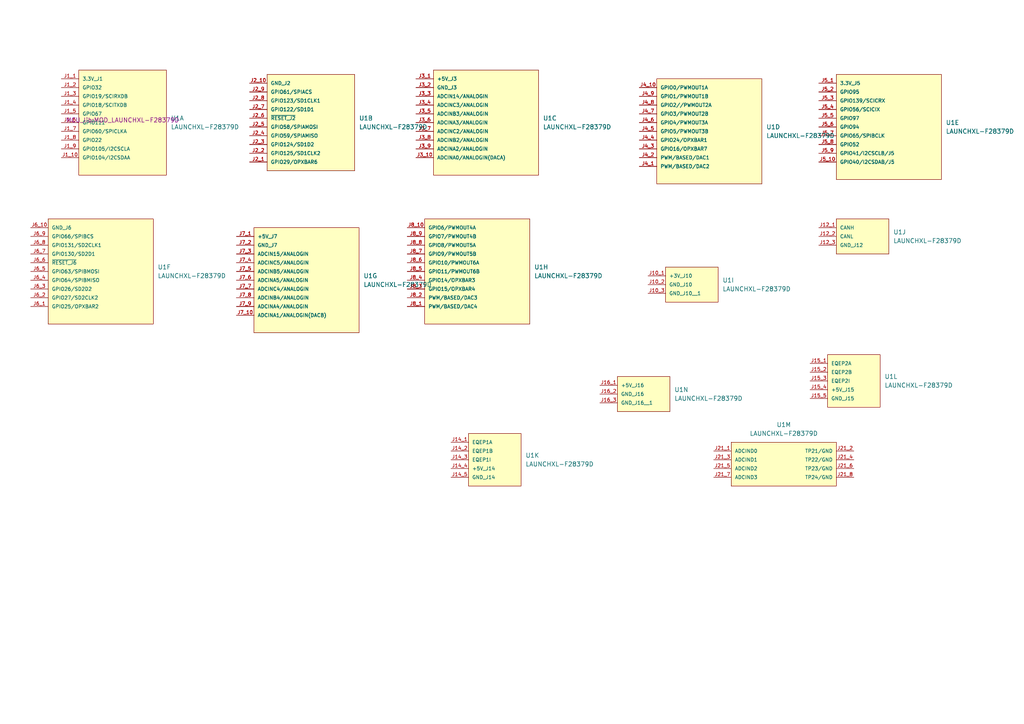
<source format=kicad_sch>
(kicad_sch
	(version 20231120)
	(generator "eeschema")
	(generator_version "8.0")
	(uuid "695c4b8f-8f7c-47a2-8689-893331f4ae5f")
	(paper "A4")
	(lib_symbols
		(symbol "LAUNCHXL-F28379D:LAUNCHXL-F28379D"
			(pin_names
				(offset 1.016)
			)
			(exclude_from_sim no)
			(in_bom yes)
			(on_board yes)
			(property "Reference" "U"
				(at -12.2428 15.9258 0)
				(effects
					(font
						(size 1.27 1.27)
					)
					(justify left bottom)
				)
			)
			(property "Value" "LAUNCHXL-F28379D"
				(at -12.7 -17.272 0)
				(effects
					(font
						(size 1.27 1.27)
					)
					(justify left bottom)
				)
			)
			(property "Footprint" "LAUNCHXL-F28379D:MOD_LAUNCHXL-F28379D"
				(at 0 0 0)
				(effects
					(font
						(size 1.27 1.27)
					)
					(justify bottom)
					(hide yes)
				)
			)
			(property "Datasheet" ""
				(at 0 0 0)
				(effects
					(font
						(size 1.27 1.27)
					)
					(hide yes)
				)
			)
			(property "Description" ""
				(at 0 0 0)
				(effects
					(font
						(size 1.27 1.27)
					)
					(hide yes)
				)
			)
			(property "PARTREV" "2.0"
				(at 0 0 0)
				(effects
					(font
						(size 1.27 1.27)
					)
					(justify bottom)
					(hide yes)
				)
			)
			(property "STANDARD" "Manufacturer Recommendations"
				(at 0 0 0)
				(effects
					(font
						(size 1.27 1.27)
					)
					(justify bottom)
					(hide yes)
				)
			)
			(property "MANUFACTURER" "Texas Instruments"
				(at 0 0 0)
				(effects
					(font
						(size 1.27 1.27)
					)
					(justify bottom)
					(hide yes)
				)
			)
			(symbol "LAUNCHXL-F28379D_1_0"
				(rectangle
					(start -12.7 -15.24)
					(end 12.7 15.24)
					(stroke
						(width 0.1524)
						(type default)
					)
					(fill
						(type background)
					)
				)
				(pin power_in line
					(at -17.78 12.7 0)
					(length 5.08)
					(name "3.3V_J1"
						(effects
							(font
								(size 1.016 1.016)
							)
						)
					)
					(number "J1_1"
						(effects
							(font
								(size 1.016 1.016)
							)
						)
					)
				)
				(pin bidirectional line
					(at -17.78 -10.16 0)
					(length 5.08)
					(name "GPIO104/I2CSDAA"
						(effects
							(font
								(size 1.016 1.016)
							)
						)
					)
					(number "J1_10"
						(effects
							(font
								(size 1.016 1.016)
							)
						)
					)
				)
				(pin bidirectional line
					(at -17.78 10.16 0)
					(length 5.08)
					(name "GPIO32"
						(effects
							(font
								(size 1.016 1.016)
							)
						)
					)
					(number "J1_2"
						(effects
							(font
								(size 1.016 1.016)
							)
						)
					)
				)
				(pin bidirectional line
					(at -17.78 7.62 0)
					(length 5.08)
					(name "GPIO19/SCIRXDB"
						(effects
							(font
								(size 1.016 1.016)
							)
						)
					)
					(number "J1_3"
						(effects
							(font
								(size 1.016 1.016)
							)
						)
					)
				)
				(pin bidirectional line
					(at -17.78 5.08 0)
					(length 5.08)
					(name "GPIO18/SCITXDB"
						(effects
							(font
								(size 1.016 1.016)
							)
						)
					)
					(number "J1_4"
						(effects
							(font
								(size 1.016 1.016)
							)
						)
					)
				)
				(pin bidirectional line
					(at -17.78 2.54 0)
					(length 5.08)
					(name "GPIO67"
						(effects
							(font
								(size 1.016 1.016)
							)
						)
					)
					(number "J1_5"
						(effects
							(font
								(size 1.016 1.016)
							)
						)
					)
				)
				(pin bidirectional line
					(at -17.78 0 0)
					(length 5.08)
					(name "GPIO111"
						(effects
							(font
								(size 1.016 1.016)
							)
						)
					)
					(number "J1_6"
						(effects
							(font
								(size 1.016 1.016)
							)
						)
					)
				)
				(pin bidirectional line
					(at -17.78 -2.54 0)
					(length 5.08)
					(name "GPIO60/SPICLKA"
						(effects
							(font
								(size 1.016 1.016)
							)
						)
					)
					(number "J1_7"
						(effects
							(font
								(size 1.016 1.016)
							)
						)
					)
				)
				(pin bidirectional line
					(at -17.78 -5.08 0)
					(length 5.08)
					(name "GPIO22"
						(effects
							(font
								(size 1.016 1.016)
							)
						)
					)
					(number "J1_8"
						(effects
							(font
								(size 1.016 1.016)
							)
						)
					)
				)
				(pin bidirectional line
					(at -17.78 -7.62 0)
					(length 5.08)
					(name "GPIO105/I2CSCLA"
						(effects
							(font
								(size 1.016 1.016)
							)
						)
					)
					(number "J1_9"
						(effects
							(font
								(size 1.016 1.016)
							)
						)
					)
				)
			)
			(symbol "LAUNCHXL-F28379D_2_0"
				(rectangle
					(start -12.7 -12.7)
					(end 12.7 15.24)
					(stroke
						(width 0.1524)
						(type default)
					)
					(fill
						(type background)
					)
				)
				(pin bidirectional line
					(at -17.78 -10.16 0)
					(length 5.08)
					(name "GPIO29/OPXBAR6"
						(effects
							(font
								(size 1.016 1.016)
							)
						)
					)
					(number "J2_1"
						(effects
							(font
								(size 1.016 1.016)
							)
						)
					)
				)
				(pin power_in line
					(at -17.78 12.7 0)
					(length 5.08)
					(name "GND_J2"
						(effects
							(font
								(size 1.016 1.016)
							)
						)
					)
					(number "J2_10"
						(effects
							(font
								(size 1.016 1.016)
							)
						)
					)
				)
				(pin bidirectional line
					(at -17.78 -7.62 0)
					(length 5.08)
					(name "GPIO125/SD1CLK2"
						(effects
							(font
								(size 1.016 1.016)
							)
						)
					)
					(number "J2_2"
						(effects
							(font
								(size 1.016 1.016)
							)
						)
					)
				)
				(pin bidirectional line
					(at -17.78 -5.08 0)
					(length 5.08)
					(name "GPIO124/SD1D2"
						(effects
							(font
								(size 1.016 1.016)
							)
						)
					)
					(number "J2_3"
						(effects
							(font
								(size 1.016 1.016)
							)
						)
					)
				)
				(pin bidirectional line
					(at -17.78 -2.54 0)
					(length 5.08)
					(name "GPIO59/SPIAMISO"
						(effects
							(font
								(size 1.016 1.016)
							)
						)
					)
					(number "J2_4"
						(effects
							(font
								(size 1.016 1.016)
							)
						)
					)
				)
				(pin bidirectional line
					(at -17.78 0 0)
					(length 5.08)
					(name "GPIO58/SPIAMOSI"
						(effects
							(font
								(size 1.016 1.016)
							)
						)
					)
					(number "J2_5"
						(effects
							(font
								(size 1.016 1.016)
							)
						)
					)
				)
				(pin bidirectional line
					(at -17.78 2.54 0)
					(length 5.08)
					(name "~{RESET_J2}"
						(effects
							(font
								(size 1.016 1.016)
							)
						)
					)
					(number "J2_6"
						(effects
							(font
								(size 1.016 1.016)
							)
						)
					)
				)
				(pin bidirectional line
					(at -17.78 5.08 0)
					(length 5.08)
					(name "GPIO122/SD1D1"
						(effects
							(font
								(size 1.016 1.016)
							)
						)
					)
					(number "J2_7"
						(effects
							(font
								(size 1.016 1.016)
							)
						)
					)
				)
				(pin bidirectional line
					(at -17.78 7.62 0)
					(length 5.08)
					(name "GPIO123/SD1CLK1"
						(effects
							(font
								(size 1.016 1.016)
							)
						)
					)
					(number "J2_8"
						(effects
							(font
								(size 1.016 1.016)
							)
						)
					)
				)
				(pin bidirectional line
					(at -17.78 10.16 0)
					(length 5.08)
					(name "GPIO61/SPIACS"
						(effects
							(font
								(size 1.016 1.016)
							)
						)
					)
					(number "J2_9"
						(effects
							(font
								(size 1.016 1.016)
							)
						)
					)
				)
			)
			(symbol "LAUNCHXL-F28379D_3_0"
				(rectangle
					(start -15.24 -15.24)
					(end 15.24 15.24)
					(stroke
						(width 0.1524)
						(type default)
					)
					(fill
						(type background)
					)
				)
				(pin power_in line
					(at -20.32 12.7 0)
					(length 5.08)
					(name "+5V_J3"
						(effects
							(font
								(size 1.016 1.016)
							)
						)
					)
					(number "J3_1"
						(effects
							(font
								(size 1.016 1.016)
							)
						)
					)
				)
				(pin bidirectional line
					(at -20.32 -10.16 0)
					(length 5.08)
					(name "ADCINA0/ANALOGIN(DACA)"
						(effects
							(font
								(size 1.016 1.016)
							)
						)
					)
					(number "J3_10"
						(effects
							(font
								(size 1.016 1.016)
							)
						)
					)
				)
				(pin power_in line
					(at -20.32 10.16 0)
					(length 5.08)
					(name "GND_J3"
						(effects
							(font
								(size 1.016 1.016)
							)
						)
					)
					(number "J3_2"
						(effects
							(font
								(size 1.016 1.016)
							)
						)
					)
				)
				(pin bidirectional line
					(at -20.32 7.62 0)
					(length 5.08)
					(name "ADCIN14/ANALOGIN"
						(effects
							(font
								(size 1.016 1.016)
							)
						)
					)
					(number "J3_3"
						(effects
							(font
								(size 1.016 1.016)
							)
						)
					)
				)
				(pin bidirectional line
					(at -20.32 5.08 0)
					(length 5.08)
					(name "ADCINC3/ANALOGIN"
						(effects
							(font
								(size 1.016 1.016)
							)
						)
					)
					(number "J3_4"
						(effects
							(font
								(size 1.016 1.016)
							)
						)
					)
				)
				(pin bidirectional line
					(at -20.32 2.54 0)
					(length 5.08)
					(name "ADCINB3/ANALOGIN"
						(effects
							(font
								(size 1.016 1.016)
							)
						)
					)
					(number "J3_5"
						(effects
							(font
								(size 1.016 1.016)
							)
						)
					)
				)
				(pin bidirectional line
					(at -20.32 0 0)
					(length 5.08)
					(name "ADCINA3/ANALOGIN"
						(effects
							(font
								(size 1.016 1.016)
							)
						)
					)
					(number "J3_6"
						(effects
							(font
								(size 1.016 1.016)
							)
						)
					)
				)
				(pin bidirectional line
					(at -20.32 -2.54 0)
					(length 5.08)
					(name "ADCINC2/ANALOGIN"
						(effects
							(font
								(size 1.016 1.016)
							)
						)
					)
					(number "J3_7"
						(effects
							(font
								(size 1.016 1.016)
							)
						)
					)
				)
				(pin bidirectional line
					(at -20.32 -5.08 0)
					(length 5.08)
					(name "ADCINB2/ANALOGIN"
						(effects
							(font
								(size 1.016 1.016)
							)
						)
					)
					(number "J3_8"
						(effects
							(font
								(size 1.016 1.016)
							)
						)
					)
				)
				(pin bidirectional line
					(at -20.32 -7.62 0)
					(length 5.08)
					(name "ADCINA2/ANALOGIN"
						(effects
							(font
								(size 1.016 1.016)
							)
						)
					)
					(number "J3_9"
						(effects
							(font
								(size 1.016 1.016)
							)
						)
					)
				)
			)
			(symbol "LAUNCHXL-F28379D_4_0"
				(rectangle
					(start -15.24 -15.24)
					(end 15.24 15.24)
					(stroke
						(width 0.1524)
						(type default)
					)
					(fill
						(type background)
					)
				)
				(pin bidirectional line
					(at -20.32 -10.16 0)
					(length 5.08)
					(name "PWM/BASED/DAC2"
						(effects
							(font
								(size 1.016 1.016)
							)
						)
					)
					(number "J4_1"
						(effects
							(font
								(size 1.016 1.016)
							)
						)
					)
				)
				(pin bidirectional line
					(at -20.32 12.7 0)
					(length 5.08)
					(name "GPIO0/PWMOUT1A"
						(effects
							(font
								(size 1.016 1.016)
							)
						)
					)
					(number "J4_10"
						(effects
							(font
								(size 1.016 1.016)
							)
						)
					)
				)
				(pin bidirectional line
					(at -20.32 -7.62 0)
					(length 5.08)
					(name "PWM/BASED/DAC1"
						(effects
							(font
								(size 1.016 1.016)
							)
						)
					)
					(number "J4_2"
						(effects
							(font
								(size 1.016 1.016)
							)
						)
					)
				)
				(pin bidirectional line
					(at -20.32 -5.08 0)
					(length 5.08)
					(name "GPIO16/OPXBAR7"
						(effects
							(font
								(size 1.016 1.016)
							)
						)
					)
					(number "J4_3"
						(effects
							(font
								(size 1.016 1.016)
							)
						)
					)
				)
				(pin bidirectional line
					(at -20.32 -2.54 0)
					(length 5.08)
					(name "GPIO24/OPXBAR1"
						(effects
							(font
								(size 1.016 1.016)
							)
						)
					)
					(number "J4_4"
						(effects
							(font
								(size 1.016 1.016)
							)
						)
					)
				)
				(pin bidirectional line
					(at -20.32 0 0)
					(length 5.08)
					(name "GPIO5/PWMOUT3B"
						(effects
							(font
								(size 1.016 1.016)
							)
						)
					)
					(number "J4_5"
						(effects
							(font
								(size 1.016 1.016)
							)
						)
					)
				)
				(pin bidirectional line
					(at -20.32 2.54 0)
					(length 5.08)
					(name "GPIO4/PWMOUT3A"
						(effects
							(font
								(size 1.016 1.016)
							)
						)
					)
					(number "J4_6"
						(effects
							(font
								(size 1.016 1.016)
							)
						)
					)
				)
				(pin bidirectional line
					(at -20.32 5.08 0)
					(length 5.08)
					(name "GPIO3/PWMOUT2B"
						(effects
							(font
								(size 1.016 1.016)
							)
						)
					)
					(number "J4_7"
						(effects
							(font
								(size 1.016 1.016)
							)
						)
					)
				)
				(pin bidirectional line
					(at -20.32 7.62 0)
					(length 5.08)
					(name "GPIO2//PWMOUT2A"
						(effects
							(font
								(size 1.016 1.016)
							)
						)
					)
					(number "J4_8"
						(effects
							(font
								(size 1.016 1.016)
							)
						)
					)
				)
				(pin bidirectional line
					(at -20.32 10.16 0)
					(length 5.08)
					(name "GPIO1/PWMOUT1B"
						(effects
							(font
								(size 1.016 1.016)
							)
						)
					)
					(number "J4_9"
						(effects
							(font
								(size 1.016 1.016)
							)
						)
					)
				)
			)
			(symbol "LAUNCHXL-F28379D_5_0"
				(rectangle
					(start -15.24 -15.24)
					(end 15.24 15.24)
					(stroke
						(width 0.1524)
						(type default)
					)
					(fill
						(type background)
					)
				)
				(pin power_in line
					(at -20.32 12.7 0)
					(length 5.08)
					(name "3.3V_J5"
						(effects
							(font
								(size 1.016 1.016)
							)
						)
					)
					(number "J5_1"
						(effects
							(font
								(size 1.016 1.016)
							)
						)
					)
				)
				(pin bidirectional line
					(at -20.32 -10.16 0)
					(length 5.08)
					(name "GPIO40/I2CSDAB/J5"
						(effects
							(font
								(size 1.016 1.016)
							)
						)
					)
					(number "J5_10"
						(effects
							(font
								(size 1.016 1.016)
							)
						)
					)
				)
				(pin bidirectional line
					(at -20.32 10.16 0)
					(length 5.08)
					(name "GPIO95"
						(effects
							(font
								(size 1.016 1.016)
							)
						)
					)
					(number "J5_2"
						(effects
							(font
								(size 1.016 1.016)
							)
						)
					)
				)
				(pin bidirectional line
					(at -20.32 7.62 0)
					(length 5.08)
					(name "GPIO139/SCICRX"
						(effects
							(font
								(size 1.016 1.016)
							)
						)
					)
					(number "J5_3"
						(effects
							(font
								(size 1.016 1.016)
							)
						)
					)
				)
				(pin bidirectional line
					(at -20.32 5.08 0)
					(length 5.08)
					(name "GPIO56/SCICIX"
						(effects
							(font
								(size 1.016 1.016)
							)
						)
					)
					(number "J5_4"
						(effects
							(font
								(size 1.016 1.016)
							)
						)
					)
				)
				(pin bidirectional line
					(at -20.32 2.54 0)
					(length 5.08)
					(name "GPIO97"
						(effects
							(font
								(size 1.016 1.016)
							)
						)
					)
					(number "J5_5"
						(effects
							(font
								(size 1.016 1.016)
							)
						)
					)
				)
				(pin bidirectional line
					(at -20.32 0 0)
					(length 5.08)
					(name "GPIO94"
						(effects
							(font
								(size 1.016 1.016)
							)
						)
					)
					(number "J5_6"
						(effects
							(font
								(size 1.016 1.016)
							)
						)
					)
				)
				(pin bidirectional line
					(at -20.32 -2.54 0)
					(length 5.08)
					(name "GPIO65/SPIBCLK"
						(effects
							(font
								(size 1.016 1.016)
							)
						)
					)
					(number "J5_7"
						(effects
							(font
								(size 1.016 1.016)
							)
						)
					)
				)
				(pin bidirectional line
					(at -20.32 -5.08 0)
					(length 5.08)
					(name "GPIO52"
						(effects
							(font
								(size 1.016 1.016)
							)
						)
					)
					(number "J5_8"
						(effects
							(font
								(size 1.016 1.016)
							)
						)
					)
				)
				(pin bidirectional line
					(at -20.32 -7.62 0)
					(length 5.08)
					(name "GPIO41/I2CSCLB/J5"
						(effects
							(font
								(size 1.016 1.016)
							)
						)
					)
					(number "J5_9"
						(effects
							(font
								(size 1.016 1.016)
							)
						)
					)
				)
			)
			(symbol "LAUNCHXL-F28379D_6_0"
				(rectangle
					(start -15.24 -15.24)
					(end 15.24 15.24)
					(stroke
						(width 0.1524)
						(type default)
					)
					(fill
						(type background)
					)
				)
				(pin bidirectional line
					(at -20.32 -10.16 0)
					(length 5.08)
					(name "GPIO25/OPXBAR2"
						(effects
							(font
								(size 1.016 1.016)
							)
						)
					)
					(number "J6_1"
						(effects
							(font
								(size 1.016 1.016)
							)
						)
					)
				)
				(pin power_in line
					(at -20.32 12.7 0)
					(length 5.08)
					(name "GND_J6"
						(effects
							(font
								(size 1.016 1.016)
							)
						)
					)
					(number "J6_10"
						(effects
							(font
								(size 1.016 1.016)
							)
						)
					)
				)
				(pin bidirectional line
					(at -20.32 -7.62 0)
					(length 5.08)
					(name "GPIO27/SD2CLK2"
						(effects
							(font
								(size 1.016 1.016)
							)
						)
					)
					(number "J6_2"
						(effects
							(font
								(size 1.016 1.016)
							)
						)
					)
				)
				(pin bidirectional line
					(at -20.32 -5.08 0)
					(length 5.08)
					(name "GPIO26/SD2D2"
						(effects
							(font
								(size 1.016 1.016)
							)
						)
					)
					(number "J6_3"
						(effects
							(font
								(size 1.016 1.016)
							)
						)
					)
				)
				(pin bidirectional line
					(at -20.32 -2.54 0)
					(length 5.08)
					(name "GPIO64/SPIBMISO"
						(effects
							(font
								(size 1.016 1.016)
							)
						)
					)
					(number "J6_4"
						(effects
							(font
								(size 1.016 1.016)
							)
						)
					)
				)
				(pin bidirectional line
					(at -20.32 0 0)
					(length 5.08)
					(name "GPIO63/SPIBMOSI"
						(effects
							(font
								(size 1.016 1.016)
							)
						)
					)
					(number "J6_5"
						(effects
							(font
								(size 1.016 1.016)
							)
						)
					)
				)
				(pin bidirectional line
					(at -20.32 2.54 0)
					(length 5.08)
					(name "~{RESET_J6}"
						(effects
							(font
								(size 1.016 1.016)
							)
						)
					)
					(number "J6_6"
						(effects
							(font
								(size 1.016 1.016)
							)
						)
					)
				)
				(pin bidirectional line
					(at -20.32 5.08 0)
					(length 5.08)
					(name "GPIO130/SD2D1"
						(effects
							(font
								(size 1.016 1.016)
							)
						)
					)
					(number "J6_7"
						(effects
							(font
								(size 1.016 1.016)
							)
						)
					)
				)
				(pin bidirectional line
					(at -20.32 7.62 0)
					(length 5.08)
					(name "GPIO131/SD2CLK1"
						(effects
							(font
								(size 1.016 1.016)
							)
						)
					)
					(number "J6_8"
						(effects
							(font
								(size 1.016 1.016)
							)
						)
					)
				)
				(pin bidirectional line
					(at -20.32 10.16 0)
					(length 5.08)
					(name "GPIO66/SPIBCS"
						(effects
							(font
								(size 1.016 1.016)
							)
						)
					)
					(number "J6_9"
						(effects
							(font
								(size 1.016 1.016)
							)
						)
					)
				)
			)
			(symbol "LAUNCHXL-F28379D_7_0"
				(rectangle
					(start -15.24 -15.24)
					(end 15.24 15.24)
					(stroke
						(width 0.1524)
						(type default)
					)
					(fill
						(type background)
					)
				)
				(pin power_in line
					(at -20.32 12.7 0)
					(length 5.08)
					(name "+5V_J7"
						(effects
							(font
								(size 1.016 1.016)
							)
						)
					)
					(number "J7_1"
						(effects
							(font
								(size 1.016 1.016)
							)
						)
					)
				)
				(pin bidirectional line
					(at -20.32 -10.16 0)
					(length 5.08)
					(name "ADCINA1/ANALOGIN(DACB)"
						(effects
							(font
								(size 1.016 1.016)
							)
						)
					)
					(number "J7_10"
						(effects
							(font
								(size 1.016 1.016)
							)
						)
					)
				)
				(pin power_in line
					(at -20.32 10.16 0)
					(length 5.08)
					(name "GND_J7"
						(effects
							(font
								(size 1.016 1.016)
							)
						)
					)
					(number "J7_2"
						(effects
							(font
								(size 1.016 1.016)
							)
						)
					)
				)
				(pin bidirectional line
					(at -20.32 7.62 0)
					(length 5.08)
					(name "ADCIN15/ANALOGIN"
						(effects
							(font
								(size 1.016 1.016)
							)
						)
					)
					(number "J7_3"
						(effects
							(font
								(size 1.016 1.016)
							)
						)
					)
				)
				(pin bidirectional line
					(at -20.32 5.08 0)
					(length 5.08)
					(name "ADCINC5/ANALOGIN"
						(effects
							(font
								(size 1.016 1.016)
							)
						)
					)
					(number "J7_4"
						(effects
							(font
								(size 1.016 1.016)
							)
						)
					)
				)
				(pin bidirectional line
					(at -20.32 2.54 0)
					(length 5.08)
					(name "ADCINB5/ANALOGIN"
						(effects
							(font
								(size 1.016 1.016)
							)
						)
					)
					(number "J7_5"
						(effects
							(font
								(size 1.016 1.016)
							)
						)
					)
				)
				(pin bidirectional line
					(at -20.32 0 0)
					(length 5.08)
					(name "ADCINA5/ANALOGIN"
						(effects
							(font
								(size 1.016 1.016)
							)
						)
					)
					(number "J7_6"
						(effects
							(font
								(size 1.016 1.016)
							)
						)
					)
				)
				(pin bidirectional line
					(at -20.32 -2.54 0)
					(length 5.08)
					(name "ADCINC4/ANALOGIN"
						(effects
							(font
								(size 1.016 1.016)
							)
						)
					)
					(number "J7_7"
						(effects
							(font
								(size 1.016 1.016)
							)
						)
					)
				)
				(pin bidirectional line
					(at -20.32 -5.08 0)
					(length 5.08)
					(name "ADCINB4/ANALOGIN"
						(effects
							(font
								(size 1.016 1.016)
							)
						)
					)
					(number "J7_8"
						(effects
							(font
								(size 1.016 1.016)
							)
						)
					)
				)
				(pin bidirectional line
					(at -20.32 -7.62 0)
					(length 5.08)
					(name "ADCINA4/ANALOGIN"
						(effects
							(font
								(size 1.016 1.016)
							)
						)
					)
					(number "J7_9"
						(effects
							(font
								(size 1.016 1.016)
							)
						)
					)
				)
			)
			(symbol "LAUNCHXL-F28379D_8_0"
				(rectangle
					(start -15.24 -15.24)
					(end 15.24 15.24)
					(stroke
						(width 0.1524)
						(type default)
					)
					(fill
						(type background)
					)
				)
				(pin bidirectional line
					(at -20.32 -10.16 0)
					(length 5.08)
					(name "PWM/BASED/DAC4"
						(effects
							(font
								(size 1.016 1.016)
							)
						)
					)
					(number "J8_1"
						(effects
							(font
								(size 1.016 1.016)
							)
						)
					)
				)
				(pin bidirectional line
					(at -20.32 12.7 0)
					(length 5.08)
					(name "GPIO6/PWMOUT4A"
						(effects
							(font
								(size 1.016 1.016)
							)
						)
					)
					(number "J8_10"
						(effects
							(font
								(size 1.016 1.016)
							)
						)
					)
				)
				(pin bidirectional line
					(at -20.32 -7.62 0)
					(length 5.08)
					(name "PWM/BASED/DAC3"
						(effects
							(font
								(size 1.016 1.016)
							)
						)
					)
					(number "J8_2"
						(effects
							(font
								(size 1.016 1.016)
							)
						)
					)
				)
				(pin bidirectional line
					(at -20.32 -5.08 0)
					(length 5.08)
					(name "GPIO15/OPXBAR4"
						(effects
							(font
								(size 1.016 1.016)
							)
						)
					)
					(number "J8_3"
						(effects
							(font
								(size 1.016 1.016)
							)
						)
					)
				)
				(pin bidirectional line
					(at -20.32 -2.54 0)
					(length 5.08)
					(name "GPIO14/OPXBAR3"
						(effects
							(font
								(size 1.016 1.016)
							)
						)
					)
					(number "J8_4"
						(effects
							(font
								(size 1.016 1.016)
							)
						)
					)
				)
				(pin bidirectional line
					(at -20.32 0 0)
					(length 5.08)
					(name "GPIO11/PWMOUT6B"
						(effects
							(font
								(size 1.016 1.016)
							)
						)
					)
					(number "J8_5"
						(effects
							(font
								(size 1.016 1.016)
							)
						)
					)
				)
				(pin bidirectional line
					(at -20.32 2.54 0)
					(length 5.08)
					(name "GPIO10/PWMOUT6A"
						(effects
							(font
								(size 1.016 1.016)
							)
						)
					)
					(number "J8_6"
						(effects
							(font
								(size 1.016 1.016)
							)
						)
					)
				)
				(pin bidirectional line
					(at -20.32 5.08 0)
					(length 5.08)
					(name "GPIO9/PWMOUT5B"
						(effects
							(font
								(size 1.016 1.016)
							)
						)
					)
					(number "J8_7"
						(effects
							(font
								(size 1.016 1.016)
							)
						)
					)
				)
				(pin bidirectional line
					(at -20.32 7.62 0)
					(length 5.08)
					(name "GPIO8/PWMOUT5A"
						(effects
							(font
								(size 1.016 1.016)
							)
						)
					)
					(number "J8_8"
						(effects
							(font
								(size 1.016 1.016)
							)
						)
					)
				)
				(pin bidirectional line
					(at -20.32 10.16 0)
					(length 5.08)
					(name "GPIO7/PWMOUT4B"
						(effects
							(font
								(size 1.016 1.016)
							)
						)
					)
					(number "J8_9"
						(effects
							(font
								(size 1.016 1.016)
							)
						)
					)
				)
			)
			(symbol "LAUNCHXL-F28379D_9_0"
				(rectangle
					(start -7.62 -7.62)
					(end 7.62 2.54)
					(stroke
						(width 0.1524)
						(type default)
					)
					(fill
						(type background)
					)
				)
				(pin power_in line
					(at -12.7 0 0)
					(length 5.08)
					(name "+3V_J10"
						(effects
							(font
								(size 1.016 1.016)
							)
						)
					)
					(number "J10_1"
						(effects
							(font
								(size 1.016 1.016)
							)
						)
					)
				)
				(pin power_in line
					(at -12.7 -2.54 0)
					(length 5.08)
					(name "GND_J10"
						(effects
							(font
								(size 1.016 1.016)
							)
						)
					)
					(number "J10_2"
						(effects
							(font
								(size 1.016 1.016)
							)
						)
					)
				)
				(pin power_in line
					(at -12.7 -5.08 0)
					(length 5.08)
					(name "GND_J10__1"
						(effects
							(font
								(size 1.016 1.016)
							)
						)
					)
					(number "J10_3"
						(effects
							(font
								(size 1.016 1.016)
							)
						)
					)
				)
			)
			(symbol "LAUNCHXL-F28379D_10_0"
				(rectangle
					(start -7.62 -5.08)
					(end 7.62 5.08)
					(stroke
						(width 0.1524)
						(type default)
					)
					(fill
						(type background)
					)
				)
				(pin bidirectional line
					(at -12.7 2.54 0)
					(length 5.08)
					(name "CANH"
						(effects
							(font
								(size 1.016 1.016)
							)
						)
					)
					(number "J12_1"
						(effects
							(font
								(size 1.016 1.016)
							)
						)
					)
				)
				(pin bidirectional line
					(at -12.7 0 0)
					(length 5.08)
					(name "CANL"
						(effects
							(font
								(size 1.016 1.016)
							)
						)
					)
					(number "J12_2"
						(effects
							(font
								(size 1.016 1.016)
							)
						)
					)
				)
				(pin power_in line
					(at -12.7 -2.54 0)
					(length 5.08)
					(name "GND_J12"
						(effects
							(font
								(size 1.016 1.016)
							)
						)
					)
					(number "J12_3"
						(effects
							(font
								(size 1.016 1.016)
							)
						)
					)
				)
			)
			(symbol "LAUNCHXL-F28379D_11_0"
				(rectangle
					(start -7.62 -7.62)
					(end 7.62 7.62)
					(stroke
						(width 0.1524)
						(type default)
					)
					(fill
						(type background)
					)
				)
				(pin bidirectional line
					(at -12.7 5.08 0)
					(length 5.08)
					(name "EQEP1A"
						(effects
							(font
								(size 1.016 1.016)
							)
						)
					)
					(number "J14_1"
						(effects
							(font
								(size 1.016 1.016)
							)
						)
					)
				)
				(pin bidirectional line
					(at -12.7 2.54 0)
					(length 5.08)
					(name "EQEP1B"
						(effects
							(font
								(size 1.016 1.016)
							)
						)
					)
					(number "J14_2"
						(effects
							(font
								(size 1.016 1.016)
							)
						)
					)
				)
				(pin bidirectional line
					(at -12.7 0 0)
					(length 5.08)
					(name "EQEP1I"
						(effects
							(font
								(size 1.016 1.016)
							)
						)
					)
					(number "J14_3"
						(effects
							(font
								(size 1.016 1.016)
							)
						)
					)
				)
				(pin power_in line
					(at -12.7 -2.54 0)
					(length 5.08)
					(name "+5V_J14"
						(effects
							(font
								(size 1.016 1.016)
							)
						)
					)
					(number "J14_4"
						(effects
							(font
								(size 1.016 1.016)
							)
						)
					)
				)
				(pin power_in line
					(at -12.7 -5.08 0)
					(length 5.08)
					(name "GND_J14"
						(effects
							(font
								(size 1.016 1.016)
							)
						)
					)
					(number "J14_5"
						(effects
							(font
								(size 1.016 1.016)
							)
						)
					)
				)
			)
			(symbol "LAUNCHXL-F28379D_12_0"
				(rectangle
					(start -7.62 -7.62)
					(end 7.62 7.62)
					(stroke
						(width 0.1524)
						(type default)
					)
					(fill
						(type background)
					)
				)
				(pin bidirectional line
					(at -12.7 5.08 0)
					(length 5.08)
					(name "EQEP2A"
						(effects
							(font
								(size 1.016 1.016)
							)
						)
					)
					(number "J15_1"
						(effects
							(font
								(size 1.016 1.016)
							)
						)
					)
				)
				(pin bidirectional line
					(at -12.7 2.54 0)
					(length 5.08)
					(name "EQEP2B"
						(effects
							(font
								(size 1.016 1.016)
							)
						)
					)
					(number "J15_2"
						(effects
							(font
								(size 1.016 1.016)
							)
						)
					)
				)
				(pin bidirectional line
					(at -12.7 0 0)
					(length 5.08)
					(name "EQEP2I"
						(effects
							(font
								(size 1.016 1.016)
							)
						)
					)
					(number "J15_3"
						(effects
							(font
								(size 1.016 1.016)
							)
						)
					)
				)
				(pin power_in line
					(at -12.7 -2.54 0)
					(length 5.08)
					(name "+5V_J15"
						(effects
							(font
								(size 1.016 1.016)
							)
						)
					)
					(number "J15_4"
						(effects
							(font
								(size 1.016 1.016)
							)
						)
					)
				)
				(pin power_in line
					(at -12.7 -5.08 0)
					(length 5.08)
					(name "GND_J15"
						(effects
							(font
								(size 1.016 1.016)
							)
						)
					)
					(number "J15_5"
						(effects
							(font
								(size 1.016 1.016)
							)
						)
					)
				)
			)
			(symbol "LAUNCHXL-F28379D_13_0"
				(rectangle
					(start -15.24 -7.62)
					(end 15.24 5.08)
					(stroke
						(width 0.1524)
						(type default)
					)
					(fill
						(type background)
					)
				)
				(pin input line
					(at -20.32 2.54 0)
					(length 5.08)
					(name "ADCIND0"
						(effects
							(font
								(size 1.016 1.016)
							)
						)
					)
					(number "J21_1"
						(effects
							(font
								(size 1.016 1.016)
							)
						)
					)
				)
				(pin power_in line
					(at 20.32 2.54 180)
					(length 5.08)
					(name "TP21/GND"
						(effects
							(font
								(size 1.016 1.016)
							)
						)
					)
					(number "J21_2"
						(effects
							(font
								(size 1.016 1.016)
							)
						)
					)
				)
				(pin input line
					(at -20.32 0 0)
					(length 5.08)
					(name "ADCIND1"
						(effects
							(font
								(size 1.016 1.016)
							)
						)
					)
					(number "J21_3"
						(effects
							(font
								(size 1.016 1.016)
							)
						)
					)
				)
				(pin power_in line
					(at 20.32 0 180)
					(length 5.08)
					(name "TP22/GND"
						(effects
							(font
								(size 1.016 1.016)
							)
						)
					)
					(number "J21_4"
						(effects
							(font
								(size 1.016 1.016)
							)
						)
					)
				)
				(pin input line
					(at -20.32 -2.54 0)
					(length 5.08)
					(name "ADCIND2"
						(effects
							(font
								(size 1.016 1.016)
							)
						)
					)
					(number "J21_5"
						(effects
							(font
								(size 1.016 1.016)
							)
						)
					)
				)
				(pin power_in line
					(at 20.32 -2.54 180)
					(length 5.08)
					(name "TP23/GND"
						(effects
							(font
								(size 1.016 1.016)
							)
						)
					)
					(number "J21_6"
						(effects
							(font
								(size 1.016 1.016)
							)
						)
					)
				)
				(pin input line
					(at -20.32 -5.08 0)
					(length 5.08)
					(name "ADCIND3"
						(effects
							(font
								(size 1.016 1.016)
							)
						)
					)
					(number "J21_7"
						(effects
							(font
								(size 1.016 1.016)
							)
						)
					)
				)
				(pin power_in line
					(at 20.32 -5.08 180)
					(length 5.08)
					(name "TP24/GND"
						(effects
							(font
								(size 1.016 1.016)
							)
						)
					)
					(number "J21_8"
						(effects
							(font
								(size 1.016 1.016)
							)
						)
					)
				)
			)
			(symbol "LAUNCHXL-F28379D_14_0"
				(rectangle
					(start -7.62 -5.08)
					(end 7.62 5.08)
					(stroke
						(width 0.1524)
						(type default)
					)
					(fill
						(type background)
					)
				)
				(pin power_in line
					(at -12.7 2.54 0)
					(length 5.08)
					(name "+5V_J16"
						(effects
							(font
								(size 1.016 1.016)
							)
						)
					)
					(number "J16_1"
						(effects
							(font
								(size 1.016 1.016)
							)
						)
					)
				)
				(pin power_in line
					(at -12.7 0 0)
					(length 5.08)
					(name "GND_J16"
						(effects
							(font
								(size 1.016 1.016)
							)
						)
					)
					(number "J16_2"
						(effects
							(font
								(size 1.016 1.016)
							)
						)
					)
				)
				(pin power_in line
					(at -12.7 -2.54 0)
					(length 5.08)
					(name "GND_J16__1"
						(effects
							(font
								(size 1.016 1.016)
							)
						)
					)
					(number "J16_3"
						(effects
							(font
								(size 1.016 1.016)
							)
						)
					)
				)
			)
		)
	)
	(symbol
		(lib_id "LAUNCHXL-F28379D:LAUNCHXL-F28379D")
		(at 205.74 38.1 0)
		(unit 4)
		(exclude_from_sim no)
		(in_bom yes)
		(on_board yes)
		(dnp no)
		(fields_autoplaced yes)
		(uuid "079f6c9d-ba32-481b-b4d2-f3541a1e37d5")
		(property "Reference" "U1"
			(at 222.25 36.8299 0)
			(effects
				(font
					(size 1.27 1.27)
				)
				(justify left)
			)
		)
		(property "Value" "LAUNCHXL-F28379D"
			(at 222.25 39.3699 0)
			(effects
				(font
					(size 1.27 1.27)
				)
				(justify left)
			)
		)
		(property "Footprint" "MCU_lib:MOD_LAUNCHXL-F28379D"
			(at 205.74 38.1 0)
			(effects
				(font
					(size 1.27 1.27)
				)
				(justify bottom)
				(hide yes)
			)
		)
		(property "Datasheet" ""
			(at 205.74 38.1 0)
			(effects
				(font
					(size 1.27 1.27)
				)
				(hide yes)
			)
		)
		(property "Description" ""
			(at 205.74 38.1 0)
			(effects
				(font
					(size 1.27 1.27)
				)
				(hide yes)
			)
		)
		(property "PARTREV" "2.0"
			(at 205.74 38.1 0)
			(effects
				(font
					(size 1.27 1.27)
				)
				(justify bottom)
				(hide yes)
			)
		)
		(property "STANDARD" "Manufacturer Recommendations"
			(at 205.74 38.1 0)
			(effects
				(font
					(size 1.27 1.27)
				)
				(justify bottom)
				(hide yes)
			)
		)
		(property "MANUFACTURER" "Texas Instruments"
			(at 205.74 38.1 0)
			(effects
				(font
					(size 1.27 1.27)
				)
				(justify bottom)
				(hide yes)
			)
		)
		(pin "J2_7"
			(uuid "f32ac237-54a5-40ff-8c9c-7ee386ebac2e")
		)
		(pin "J1_2"
			(uuid "d48adbf9-092b-4b1f-afc2-009eff911e17")
		)
		(pin "J1_3"
			(uuid "333242f1-17e8-4756-b924-4ad7b4579656")
		)
		(pin "J1_7"
			(uuid "0a2c9ad4-528c-4861-b809-cd2e3fd1010d")
		)
		(pin "J2_2"
			(uuid "6a20e4f0-7285-4332-adeb-3f8d4bc4116f")
		)
		(pin "J1_4"
			(uuid "1bd8d0e0-2d18-432b-b155-46d810ffecfa")
		)
		(pin "J5_7"
			(uuid "cf652c15-cb2b-4f47-bdb0-c69ffaec5d5a")
		)
		(pin "J3_6"
			(uuid "2b8b2f8b-6d0b-4bec-bf77-ea0cb0538185")
		)
		(pin "J4_10"
			(uuid "6005e8bd-cbe6-4453-a1ac-5082e7ed3a1b")
		)
		(pin "J1_1"
			(uuid "cdd80135-9872-4808-a8de-0d9104395d46")
		)
		(pin "J1_6"
			(uuid "a7ca0e88-57fb-4c0d-8b67-01674ea31471")
		)
		(pin "J1_5"
			(uuid "5fe8b331-795a-477f-8fba-a3d31800d9a5")
		)
		(pin "J1_9"
			(uuid "ff4b901e-1256-409f-bb8b-1debdbc3de85")
		)
		(pin "J6_8"
			(uuid "34d0971d-5529-40ab-bfbe-b3889fcce103")
		)
		(pin "J6_9"
			(uuid "f1d481c0-336f-4f52-a9ee-f1cefeaf1b0f")
		)
		(pin "J1_8"
			(uuid "d13d0f4c-c14c-4208-93f4-5a95064fdd41")
		)
		(pin "J2_8"
			(uuid "b9480018-572e-4862-aa79-282b1435c5c7")
		)
		(pin "J2_5"
			(uuid "1d4730d3-fff6-43b0-b8b9-d980c312b792")
		)
		(pin "J5_8"
			(uuid "9123b326-7a33-4822-b4a3-9258be067de6")
		)
		(pin "J5_5"
			(uuid "ca5578ef-ced5-47ab-b1b9-3dddecca340a")
		)
		(pin "J6_1"
			(uuid "9ac0cee7-860e-46c3-834a-b92286930a31")
		)
		(pin "J1_10"
			(uuid "a8cba793-f318-438d-a2f8-28a73b106369")
		)
		(pin "J5_1"
			(uuid "81a36cf7-04df-4dcf-bb1d-83fb1de9c2bf")
		)
		(pin "J4_2"
			(uuid "573cd8ad-fb92-4151-9d76-d412474bd283")
		)
		(pin "J2_10"
			(uuid "00355c5d-87c9-4586-80a2-5ba92b9a2a9b")
		)
		(pin "J3_9"
			(uuid "226c5bae-9288-49b0-a8a1-d1f3f5b17731")
		)
		(pin "J5_10"
			(uuid "87389260-6bab-453c-9636-ed4c3c687337")
		)
		(pin "J4_4"
			(uuid "fcab0b10-a661-4fa9-8ffe-37ee4640089d")
		)
		(pin "J2_6"
			(uuid "88ad3676-8eef-429b-a909-fd6776db18b8")
		)
		(pin "J4_8"
			(uuid "b2b0575c-9370-4282-85ad-33683affcd67")
		)
		(pin "J3_2"
			(uuid "5e0d9d50-7f41-471f-b421-4d9d49a831f2")
		)
		(pin "J5_9"
			(uuid "a00ea4be-7f25-49c4-aa66-284dc4c89730")
		)
		(pin "J5_4"
			(uuid "c9683e0b-2a59-4d5b-9d59-43b055d3e595")
		)
		(pin "J6_2"
			(uuid "9384798f-1c05-4485-8629-e90a69817333")
		)
		(pin "J5_2"
			(uuid "92e0d98a-578f-419a-9381-4af16e2f5ac7")
		)
		(pin "J2_1"
			(uuid "67808362-1f15-4a64-86e4-0411482e6596")
		)
		(pin "J3_8"
			(uuid "867f924a-f209-4610-8c71-84d76265ba1f")
		)
		(pin "J4_1"
			(uuid "c5a4ad27-7766-4aca-98ea-52ce9de3cadd")
		)
		(pin "J4_6"
			(uuid "1422ed29-5f9f-49bf-9d5d-698bc9998aa9")
		)
		(pin "J5_3"
			(uuid "e6e57274-ec49-4721-b0e0-f8fe7c81b8e1")
		)
		(pin "J3_10"
			(uuid "560486b7-fa43-4954-8a84-6cc81ce37b72")
		)
		(pin "J3_5"
			(uuid "f30e962a-8050-4f30-9bc7-17f86562c8ea")
		)
		(pin "J2_4"
			(uuid "114370f2-bc5d-4b9b-8740-8b401c2b0608")
		)
		(pin "J5_6"
			(uuid "3acb1501-4036-4591-836b-9cbab32dbd08")
		)
		(pin "J6_10"
			(uuid "a9691b52-535d-4caf-bda6-4d89854d086b")
		)
		(pin "J2_3"
			(uuid "88d60381-2b76-4f80-8c5d-3bfaa65885d1")
		)
		(pin "J3_4"
			(uuid "3e2a9005-1454-4158-9c46-663f470992ff")
		)
		(pin "J4_5"
			(uuid "c4c9dfc7-72b5-489d-a78f-49c6ed7f36a7")
		)
		(pin "J3_3"
			(uuid "28887517-8001-4bf0-88f3-1d91200fa4fe")
		)
		(pin "J4_7"
			(uuid "d188171c-bc49-4674-a60c-fa6508d3589d")
		)
		(pin "J4_9"
			(uuid "5febf860-2d3e-443e-8d30-f852fe8f215e")
		)
		(pin "J3_7"
			(uuid "b07b0908-f9fa-4605-aeb2-9746ca07098f")
		)
		(pin "J2_9"
			(uuid "25e5c8f9-8941-4673-8116-5c3e1b56bb3a")
		)
		(pin "J3_1"
			(uuid "902996d5-811a-45b1-aa55-f878133f9385")
		)
		(pin "J6_3"
			(uuid "a3d316de-850e-4d1e-a50a-e6d64305664d")
		)
		(pin "J6_4"
			(uuid "84678dca-d9aa-487c-abc9-4f31db09b2fd")
		)
		(pin "J6_5"
			(uuid "e4eeaadd-e897-4fb1-b85a-f224054fa487")
		)
		(pin "J6_6"
			(uuid "7c8000d4-c4a9-4008-86c2-73a7e153be3d")
		)
		(pin "J6_7"
			(uuid "1e53c3d5-d8b4-45d3-920b-da77cfc15010")
		)
		(pin "J4_3"
			(uuid "098fe7dc-3a97-437e-8aa1-5bbd2e01a0ec")
		)
		(pin "J8_6"
			(uuid "60c38cc8-0b10-4b29-8d74-ec295d083b0a")
		)
		(pin "J8_4"
			(uuid "41f131ab-3aad-4bdb-94c7-170dab8a9a09")
		)
		(pin "J12_2"
			(uuid "c0f34a66-db9b-461c-b4a3-ecb478eef9ea")
		)
		(pin "J14_4"
			(uuid "0415ca72-e3d6-421d-8e00-b6cf56acff6f")
		)
		(pin "J8_2"
			(uuid "1f81f6ae-5064-4c98-a63d-c017523e0ab2")
		)
		(pin "J8_8"
			(uuid "c67ebc90-34d1-41bc-a0bb-1352614a1337")
		)
		(pin "J21_1"
			(uuid "7ddac190-c8fc-4931-97c7-83af57927d56")
		)
		(pin "J7_8"
			(uuid "1257a49a-68d8-43aa-965a-3f67ee42b8cf")
		)
		(pin "J15_2"
			(uuid "f6e07bf2-e233-4632-9c42-faefb3b80f30")
		)
		(pin "J8_10"
			(uuid "f37b5acd-8cf8-48fd-9b0d-9d381322ef76")
		)
		(pin "J7_4"
			(uuid "aeea876f-9e54-4a31-9ba3-127741de125c")
		)
		(pin "J8_5"
			(uuid "c199e32b-565c-4443-9137-b24f3d617eac")
		)
		(pin "J8_9"
			(uuid "659a0128-bafa-429c-9eb0-e5462bed7ab5")
		)
		(pin "J10_3"
			(uuid "83cabba7-1aa9-4c3a-ad11-e9d309599e13")
		)
		(pin "J7_10"
			(uuid "8646445f-e859-45cd-b167-f6412be49144")
		)
		(pin "J12_1"
			(uuid "2d153f8f-3227-41e4-ba81-c630ce76ad33")
		)
		(pin "J12_3"
			(uuid "00e34fbd-7334-4085-b90e-635c764ab355")
		)
		(pin "J7_3"
			(uuid "28235812-4975-4cff-924c-145db71b7bb4")
		)
		(pin "J14_1"
			(uuid "1c191381-b08a-4bb7-85c5-be279e1f639e")
		)
		(pin "J7_1"
			(uuid "30b78088-3727-4434-b98a-3e26c7beb5c8")
		)
		(pin "J7_2"
			(uuid "a24afb39-37ac-4d0b-b0ec-a3bcaaf1665b")
		)
		(pin "J7_6"
			(uuid "f0da40e7-4115-4297-b524-1f2998fd3da6")
		)
		(pin "J7_5"
			(uuid "3b34f760-b664-4ab2-beb8-026ec1363b01")
		)
		(pin "J7_7"
			(uuid "28843c74-d38e-4624-a869-bb3aff8b1788")
		)
		(pin "J7_9"
			(uuid "0292fb94-52b9-44ce-8423-c1c3fa5ffde7")
		)
		(pin "J8_1"
			(uuid "f3554e27-b6f3-4165-a453-24534212222d")
		)
		(pin "J8_3"
			(uuid "a3bf754e-5dd0-4e78-b7d3-5e8626e81697")
		)
		(pin "J8_7"
			(uuid "45d8b38f-fb26-4807-bfc4-4589532956f9")
		)
		(pin "J10_1"
			(uuid "d62294c1-73b5-4f5e-9864-dae35178a950")
		)
		(pin "J10_2"
			(uuid "fef7a94b-a8de-459a-9c9a-b332bd04d6aa")
		)
		(pin "J14_2"
			(uuid "b7381bb7-4a87-4d16-af48-81a1e0c7e718")
		)
		(pin "J14_3"
			(uuid "522e47df-f1a1-4e8d-8023-fd0ea4981e5a")
		)
		(pin "J14_5"
			(uuid "888a4607-70f9-41e8-95d4-a43229be725f")
		)
		(pin "J15_1"
			(uuid "f055c8a2-7901-4937-b847-d44412602500")
		)
		(pin "J15_3"
			(uuid "e80cc83b-14c4-44c5-a921-939c0ae7c5e7")
		)
		(pin "J15_4"
			(uuid "17683991-2522-4b01-a302-8b0b00ed1a18")
		)
		(pin "J15_5"
			(uuid "9df5bc38-10e5-4b92-990c-e1e7c48bace5")
		)
		(pin "J16_1"
			(uuid "b543fc1b-f127-4122-92de-f779b9b49e0b")
		)
		(pin "J21_2"
			(uuid "f1de406b-8c65-4f5d-9819-9619d975ccbc")
		)
		(pin "J16_2"
			(uuid "7fcceb9c-2670-4222-898f-dfade2537567")
		)
		(pin "J21_7"
			(uuid "f0f844bd-5df0-4fb3-a224-6c33d9507a30")
		)
		(pin "J21_3"
			(uuid "d68d35b8-eef1-4a3b-b8fe-317714163f1a")
		)
		(pin "J21_4"
			(uuid "5b26e88a-e78b-4306-9bc9-f07c5a385473")
		)
		(pin "J16_3"
			(uuid "cb269712-512a-4baf-9a0c-47375ce21d6f")
		)
		(pin "J21_6"
			(uuid "943f6938-1b97-4a82-a22d-7e8e9371213f")
		)
		(pin "J21_5"
			(uuid "7b93ceae-32e4-4471-8809-a52aea5f1b31")
		)
		(pin "J21_8"
			(uuid "b9045766-8b29-4039-adbd-9a82f5a656ea")
		)
		(instances
			(project ""
				(path "/7f27460f-edcd-4f17-aec5-23474ccb900d/78ba6c78-fbf4-462b-80ef-96a816547908"
					(reference "U1")
					(unit 4)
				)
			)
		)
	)
	(symbol
		(lib_id "LAUNCHXL-F28379D:LAUNCHXL-F28379D")
		(at 200.66 80.01 0)
		(unit 9)
		(exclude_from_sim no)
		(in_bom yes)
		(on_board yes)
		(dnp no)
		(fields_autoplaced yes)
		(uuid "0cd5f808-37dd-4574-b0de-71b345b0b788")
		(property "Reference" "U1"
			(at 209.55 81.2799 0)
			(effects
				(font
					(size 1.27 1.27)
				)
				(justify left)
			)
		)
		(property "Value" "LAUNCHXL-F28379D"
			(at 209.55 83.8199 0)
			(effects
				(font
					(size 1.27 1.27)
				)
				(justify left)
			)
		)
		(property "Footprint" "MCU_lib:MOD_LAUNCHXL-F28379D"
			(at 200.66 80.01 0)
			(effects
				(font
					(size 1.27 1.27)
				)
				(justify bottom)
				(hide yes)
			)
		)
		(property "Datasheet" ""
			(at 200.66 80.01 0)
			(effects
				(font
					(size 1.27 1.27)
				)
				(hide yes)
			)
		)
		(property "Description" ""
			(at 200.66 80.01 0)
			(effects
				(font
					(size 1.27 1.27)
				)
				(hide yes)
			)
		)
		(property "PARTREV" "2.0"
			(at 200.66 80.01 0)
			(effects
				(font
					(size 1.27 1.27)
				)
				(justify bottom)
				(hide yes)
			)
		)
		(property "STANDARD" "Manufacturer Recommendations"
			(at 200.66 80.01 0)
			(effects
				(font
					(size 1.27 1.27)
				)
				(justify bottom)
				(hide yes)
			)
		)
		(property "MANUFACTURER" "Texas Instruments"
			(at 200.66 80.01 0)
			(effects
				(font
					(size 1.27 1.27)
				)
				(justify bottom)
				(hide yes)
			)
		)
		(pin "J2_7"
			(uuid "f32ac237-54a5-40ff-8c9c-7ee386ebac2f")
		)
		(pin "J1_2"
			(uuid "d48adbf9-092b-4b1f-afc2-009eff911e18")
		)
		(pin "J1_3"
			(uuid "333242f1-17e8-4756-b924-4ad7b4579657")
		)
		(pin "J1_7"
			(uuid "0a2c9ad4-528c-4861-b809-cd2e3fd1010e")
		)
		(pin "J2_2"
			(uuid "6a20e4f0-7285-4332-adeb-3f8d4bc41170")
		)
		(pin "J1_4"
			(uuid "1bd8d0e0-2d18-432b-b155-46d810ffecfb")
		)
		(pin "J5_7"
			(uuid "cf652c15-cb2b-4f47-bdb0-c69ffaec5d5b")
		)
		(pin "J3_6"
			(uuid "2b8b2f8b-6d0b-4bec-bf77-ea0cb0538186")
		)
		(pin "J4_10"
			(uuid "6005e8bd-cbe6-4453-a1ac-5082e7ed3a1c")
		)
		(pin "J1_1"
			(uuid "cdd80135-9872-4808-a8de-0d9104395d47")
		)
		(pin "J1_6"
			(uuid "a7ca0e88-57fb-4c0d-8b67-01674ea31472")
		)
		(pin "J1_5"
			(uuid "5fe8b331-795a-477f-8fba-a3d31800d9a6")
		)
		(pin "J1_9"
			(uuid "ff4b901e-1256-409f-bb8b-1debdbc3de86")
		)
		(pin "J6_8"
			(uuid "34d0971d-5529-40ab-bfbe-b3889fcce104")
		)
		(pin "J6_9"
			(uuid "f1d481c0-336f-4f52-a9ee-f1cefeaf1b10")
		)
		(pin "J1_8"
			(uuid "d13d0f4c-c14c-4208-93f4-5a95064fdd42")
		)
		(pin "J2_8"
			(uuid "b9480018-572e-4862-aa79-282b1435c5c8")
		)
		(pin "J2_5"
			(uuid "1d4730d3-fff6-43b0-b8b9-d980c312b793")
		)
		(pin "J5_8"
			(uuid "9123b326-7a33-4822-b4a3-9258be067de7")
		)
		(pin "J5_5"
			(uuid "ca5578ef-ced5-47ab-b1b9-3dddecca340b")
		)
		(pin "J6_1"
			(uuid "9ac0cee7-860e-46c3-834a-b92286930a32")
		)
		(pin "J1_10"
			(uuid "a8cba793-f318-438d-a2f8-28a73b10636a")
		)
		(pin "J5_1"
			(uuid "81a36cf7-04df-4dcf-bb1d-83fb1de9c2c0")
		)
		(pin "J4_2"
			(uuid "573cd8ad-fb92-4151-9d76-d412474bd284")
		)
		(pin "J2_10"
			(uuid "00355c5d-87c9-4586-80a2-5ba92b9a2a9c")
		)
		(pin "J3_9"
			(uuid "226c5bae-9288-49b0-a8a1-d1f3f5b17732")
		)
		(pin "J5_10"
			(uuid "87389260-6bab-453c-9636-ed4c3c687338")
		)
		(pin "J4_4"
			(uuid "fcab0b10-a661-4fa9-8ffe-37ee4640089e")
		)
		(pin "J2_6"
			(uuid "88ad3676-8eef-429b-a909-fd6776db18b9")
		)
		(pin "J4_8"
			(uuid "b2b0575c-9370-4282-85ad-33683affcd68")
		)
		(pin "J3_2"
			(uuid "5e0d9d50-7f41-471f-b421-4d9d49a831f3")
		)
		(pin "J5_9"
			(uuid "a00ea4be-7f25-49c4-aa66-284dc4c89731")
		)
		(pin "J5_4"
			(uuid "c9683e0b-2a59-4d5b-9d59-43b055d3e596")
		)
		(pin "J6_2"
			(uuid "9384798f-1c05-4485-8629-e90a69817334")
		)
		(pin "J5_2"
			(uuid "92e0d98a-578f-419a-9381-4af16e2f5ac8")
		)
		(pin "J2_1"
			(uuid "67808362-1f15-4a64-86e4-0411482e6597")
		)
		(pin "J3_8"
			(uuid "867f924a-f209-4610-8c71-84d76265ba20")
		)
		(pin "J4_1"
			(uuid "c5a4ad27-7766-4aca-98ea-52ce9de3cade")
		)
		(pin "J4_6"
			(uuid "1422ed29-5f9f-49bf-9d5d-698bc9998aaa")
		)
		(pin "J5_3"
			(uuid "e6e57274-ec49-4721-b0e0-f8fe7c81b8e2")
		)
		(pin "J3_10"
			(uuid "560486b7-fa43-4954-8a84-6cc81ce37b73")
		)
		(pin "J3_5"
			(uuid "f30e962a-8050-4f30-9bc7-17f86562c8eb")
		)
		(pin "J2_4"
			(uuid "114370f2-bc5d-4b9b-8740-8b401c2b0609")
		)
		(pin "J5_6"
			(uuid "3acb1501-4036-4591-836b-9cbab32dbd09")
		)
		(pin "J6_10"
			(uuid "a9691b52-535d-4caf-bda6-4d89854d086c")
		)
		(pin "J2_3"
			(uuid "88d60381-2b76-4f80-8c5d-3bfaa65885d2")
		)
		(pin "J3_4"
			(uuid "3e2a9005-1454-4158-9c46-663f47099300")
		)
		(pin "J4_5"
			(uuid "c4c9dfc7-72b5-489d-a78f-49c6ed7f36a8")
		)
		(pin "J3_3"
			(uuid "28887517-8001-4bf0-88f3-1d91200fa4ff")
		)
		(pin "J4_7"
			(uuid "d188171c-bc49-4674-a60c-fa6508d3589e")
		)
		(pin "J4_9"
			(uuid "5febf860-2d3e-443e-8d30-f852fe8f215f")
		)
		(pin "J3_7"
			(uuid "b07b0908-f9fa-4605-aeb2-9746ca070990")
		)
		(pin "J2_9"
			(uuid "25e5c8f9-8941-4673-8116-5c3e1b56bb3b")
		)
		(pin "J3_1"
			(uuid "902996d5-811a-45b1-aa55-f878133f9386")
		)
		(pin "J6_3"
			(uuid "a3d316de-850e-4d1e-a50a-e6d64305664e")
		)
		(pin "J6_4"
			(uuid "84678dca-d9aa-487c-abc9-4f31db09b2fe")
		)
		(pin "J6_5"
			(uuid "e4eeaadd-e897-4fb1-b85a-f224054fa488")
		)
		(pin "J6_6"
			(uuid "7c8000d4-c4a9-4008-86c2-73a7e153be3e")
		)
		(pin "J6_7"
			(uuid "1e53c3d5-d8b4-45d3-920b-da77cfc15011")
		)
		(pin "J4_3"
			(uuid "098fe7dc-3a97-437e-8aa1-5bbd2e01a0ed")
		)
		(pin "J8_6"
			(uuid "60c38cc8-0b10-4b29-8d74-ec295d083b0b")
		)
		(pin "J8_4"
			(uuid "41f131ab-3aad-4bdb-94c7-170dab8a9a0a")
		)
		(pin "J12_2"
			(uuid "c0f34a66-db9b-461c-b4a3-ecb478eef9eb")
		)
		(pin "J14_4"
			(uuid "0415ca72-e3d6-421d-8e00-b6cf56acff70")
		)
		(pin "J8_2"
			(uuid "1f81f6ae-5064-4c98-a63d-c017523e0ab3")
		)
		(pin "J8_8"
			(uuid "c67ebc90-34d1-41bc-a0bb-1352614a1338")
		)
		(pin "J21_1"
			(uuid "7ddac190-c8fc-4931-97c7-83af57927d57")
		)
		(pin "J7_8"
			(uuid "1257a49a-68d8-43aa-965a-3f67ee42b8d0")
		)
		(pin "J15_2"
			(uuid "f6e07bf2-e233-4632-9c42-faefb3b80f31")
		)
		(pin "J8_10"
			(uuid "f37b5acd-8cf8-48fd-9b0d-9d381322ef77")
		)
		(pin "J7_4"
			(uuid "aeea876f-9e54-4a31-9ba3-127741de125d")
		)
		(pin "J8_5"
			(uuid "c199e32b-565c-4443-9137-b24f3d617ead")
		)
		(pin "J8_9"
			(uuid "659a0128-bafa-429c-9eb0-e5462bed7ab6")
		)
		(pin "J10_3"
			(uuid "83cabba7-1aa9-4c3a-ad11-e9d309599e14")
		)
		(pin "J7_10"
			(uuid "8646445f-e859-45cd-b167-f6412be49145")
		)
		(pin "J12_1"
			(uuid "2d153f8f-3227-41e4-ba81-c630ce76ad34")
		)
		(pin "J12_3"
			(uuid "00e34fbd-7334-4085-b90e-635c764ab356")
		)
		(pin "J7_3"
			(uuid "28235812-4975-4cff-924c-145db71b7bb5")
		)
		(pin "J14_1"
			(uuid "1c191381-b08a-4bb7-85c5-be279e1f639f")
		)
		(pin "J7_1"
			(uuid "30b78088-3727-4434-b98a-3e26c7beb5c9")
		)
		(pin "J7_2"
			(uuid "a24afb39-37ac-4d0b-b0ec-a3bcaaf1665c")
		)
		(pin "J7_6"
			(uuid "f0da40e7-4115-4297-b524-1f2998fd3da7")
		)
		(pin "J7_5"
			(uuid "3b34f760-b664-4ab2-beb8-026ec1363b02")
		)
		(pin "J7_7"
			(uuid "28843c74-d38e-4624-a869-bb3aff8b1789")
		)
		(pin "J7_9"
			(uuid "0292fb94-52b9-44ce-8423-c1c3fa5ffde8")
		)
		(pin "J8_1"
			(uuid "f3554e27-b6f3-4165-a453-24534212222e")
		)
		(pin "J8_3"
			(uuid "a3bf754e-5dd0-4e78-b7d3-5e8626e81698")
		)
		(pin "J8_7"
			(uuid "45d8b38f-fb26-4807-bfc4-4589532956fa")
		)
		(pin "J10_1"
			(uuid "d62294c1-73b5-4f5e-9864-dae35178a951")
		)
		(pin "J10_2"
			(uuid "fef7a94b-a8de-459a-9c9a-b332bd04d6ab")
		)
		(pin "J14_2"
			(uuid "b7381bb7-4a87-4d16-af48-81a1e0c7e719")
		)
		(pin "J14_3"
			(uuid "522e47df-f1a1-4e8d-8023-fd0ea4981e5b")
		)
		(pin "J14_5"
			(uuid "888a4607-70f9-41e8-95d4-a43229be7260")
		)
		(pin "J15_1"
			(uuid "f055c8a2-7901-4937-b847-d44412602501")
		)
		(pin "J15_3"
			(uuid "e80cc83b-14c4-44c5-a921-939c0ae7c5e8")
		)
		(pin "J15_4"
			(uuid "17683991-2522-4b01-a302-8b0b00ed1a19")
		)
		(pin "J15_5"
			(uuid "9df5bc38-10e5-4b92-990c-e1e7c48bace6")
		)
		(pin "J16_1"
			(uuid "b543fc1b-f127-4122-92de-f779b9b49e0c")
		)
		(pin "J21_2"
			(uuid "f1de406b-8c65-4f5d-9819-9619d975ccbd")
		)
		(pin "J16_2"
			(uuid "7fcceb9c-2670-4222-898f-dfade2537568")
		)
		(pin "J21_7"
			(uuid "f0f844bd-5df0-4fb3-a224-6c33d9507a31")
		)
		(pin "J21_3"
			(uuid "d68d35b8-eef1-4a3b-b8fe-317714163f1b")
		)
		(pin "J21_4"
			(uuid "5b26e88a-e78b-4306-9bc9-f07c5a385474")
		)
		(pin "J16_3"
			(uuid "cb269712-512a-4baf-9a0c-47375ce21d70")
		)
		(pin "J21_6"
			(uuid "943f6938-1b97-4a82-a22d-7e8e93712140")
		)
		(pin "J21_5"
			(uuid "7b93ceae-32e4-4471-8809-a52aea5f1b32")
		)
		(pin "J21_8"
			(uuid "b9045766-8b29-4039-adbd-9a82f5a656eb")
		)
		(instances
			(project ""
				(path "/7f27460f-edcd-4f17-aec5-23474ccb900d/78ba6c78-fbf4-462b-80ef-96a816547908"
					(reference "U1")
					(unit 9)
				)
			)
		)
	)
	(symbol
		(lib_id "LAUNCHXL-F28379D:LAUNCHXL-F28379D")
		(at 257.81 36.83 0)
		(unit 5)
		(exclude_from_sim no)
		(in_bom yes)
		(on_board yes)
		(dnp no)
		(fields_autoplaced yes)
		(uuid "0f37ba10-7d46-4fcf-aa50-6f5ae549e6cc")
		(property "Reference" "U1"
			(at 274.32 35.5599 0)
			(effects
				(font
					(size 1.27 1.27)
				)
				(justify left)
			)
		)
		(property "Value" "LAUNCHXL-F28379D"
			(at 274.32 38.0999 0)
			(effects
				(font
					(size 1.27 1.27)
				)
				(justify left)
			)
		)
		(property "Footprint" "MCU_lib:MOD_LAUNCHXL-F28379D"
			(at 257.81 36.83 0)
			(effects
				(font
					(size 1.27 1.27)
				)
				(justify bottom)
				(hide yes)
			)
		)
		(property "Datasheet" ""
			(at 257.81 36.83 0)
			(effects
				(font
					(size 1.27 1.27)
				)
				(hide yes)
			)
		)
		(property "Description" ""
			(at 257.81 36.83 0)
			(effects
				(font
					(size 1.27 1.27)
				)
				(hide yes)
			)
		)
		(property "PARTREV" "2.0"
			(at 257.81 36.83 0)
			(effects
				(font
					(size 1.27 1.27)
				)
				(justify bottom)
				(hide yes)
			)
		)
		(property "STANDARD" "Manufacturer Recommendations"
			(at 257.81 36.83 0)
			(effects
				(font
					(size 1.27 1.27)
				)
				(justify bottom)
				(hide yes)
			)
		)
		(property "MANUFACTURER" "Texas Instruments"
			(at 257.81 36.83 0)
			(effects
				(font
					(size 1.27 1.27)
				)
				(justify bottom)
				(hide yes)
			)
		)
		(pin "J2_7"
			(uuid "f32ac237-54a5-40ff-8c9c-7ee386ebac30")
		)
		(pin "J1_2"
			(uuid "d48adbf9-092b-4b1f-afc2-009eff911e19")
		)
		(pin "J1_3"
			(uuid "333242f1-17e8-4756-b924-4ad7b4579658")
		)
		(pin "J1_7"
			(uuid "0a2c9ad4-528c-4861-b809-cd2e3fd1010f")
		)
		(pin "J2_2"
			(uuid "6a20e4f0-7285-4332-adeb-3f8d4bc41171")
		)
		(pin "J1_4"
			(uuid "1bd8d0e0-2d18-432b-b155-46d810ffecfc")
		)
		(pin "J5_7"
			(uuid "cf652c15-cb2b-4f47-bdb0-c69ffaec5d5c")
		)
		(pin "J3_6"
			(uuid "2b8b2f8b-6d0b-4bec-bf77-ea0cb0538187")
		)
		(pin "J4_10"
			(uuid "6005e8bd-cbe6-4453-a1ac-5082e7ed3a1d")
		)
		(pin "J1_1"
			(uuid "cdd80135-9872-4808-a8de-0d9104395d48")
		)
		(pin "J1_6"
			(uuid "a7ca0e88-57fb-4c0d-8b67-01674ea31473")
		)
		(pin "J1_5"
			(uuid "5fe8b331-795a-477f-8fba-a3d31800d9a7")
		)
		(pin "J1_9"
			(uuid "ff4b901e-1256-409f-bb8b-1debdbc3de87")
		)
		(pin "J6_8"
			(uuid "34d0971d-5529-40ab-bfbe-b3889fcce105")
		)
		(pin "J6_9"
			(uuid "f1d481c0-336f-4f52-a9ee-f1cefeaf1b11")
		)
		(pin "J1_8"
			(uuid "d13d0f4c-c14c-4208-93f4-5a95064fdd43")
		)
		(pin "J2_8"
			(uuid "b9480018-572e-4862-aa79-282b1435c5c9")
		)
		(pin "J2_5"
			(uuid "1d4730d3-fff6-43b0-b8b9-d980c312b794")
		)
		(pin "J5_8"
			(uuid "9123b326-7a33-4822-b4a3-9258be067de8")
		)
		(pin "J5_5"
			(uuid "ca5578ef-ced5-47ab-b1b9-3dddecca340c")
		)
		(pin "J6_1"
			(uuid "9ac0cee7-860e-46c3-834a-b92286930a33")
		)
		(pin "J1_10"
			(uuid "a8cba793-f318-438d-a2f8-28a73b10636b")
		)
		(pin "J5_1"
			(uuid "81a36cf7-04df-4dcf-bb1d-83fb1de9c2c1")
		)
		(pin "J4_2"
			(uuid "573cd8ad-fb92-4151-9d76-d412474bd285")
		)
		(pin "J2_10"
			(uuid "00355c5d-87c9-4586-80a2-5ba92b9a2a9d")
		)
		(pin "J3_9"
			(uuid "226c5bae-9288-49b0-a8a1-d1f3f5b17733")
		)
		(pin "J5_10"
			(uuid "87389260-6bab-453c-9636-ed4c3c687339")
		)
		(pin "J4_4"
			(uuid "fcab0b10-a661-4fa9-8ffe-37ee4640089f")
		)
		(pin "J2_6"
			(uuid "88ad3676-8eef-429b-a909-fd6776db18ba")
		)
		(pin "J4_8"
			(uuid "b2b0575c-9370-4282-85ad-33683affcd69")
		)
		(pin "J3_2"
			(uuid "5e0d9d50-7f41-471f-b421-4d9d49a831f4")
		)
		(pin "J5_9"
			(uuid "a00ea4be-7f25-49c4-aa66-284dc4c89732")
		)
		(pin "J5_4"
			(uuid "c9683e0b-2a59-4d5b-9d59-43b055d3e597")
		)
		(pin "J6_2"
			(uuid "9384798f-1c05-4485-8629-e90a69817335")
		)
		(pin "J5_2"
			(uuid "92e0d98a-578f-419a-9381-4af16e2f5ac9")
		)
		(pin "J2_1"
			(uuid "67808362-1f15-4a64-86e4-0411482e6598")
		)
		(pin "J3_8"
			(uuid "867f924a-f209-4610-8c71-84d76265ba21")
		)
		(pin "J4_1"
			(uuid "c5a4ad27-7766-4aca-98ea-52ce9de3cadf")
		)
		(pin "J4_6"
			(uuid "1422ed29-5f9f-49bf-9d5d-698bc9998aab")
		)
		(pin "J5_3"
			(uuid "e6e57274-ec49-4721-b0e0-f8fe7c81b8e3")
		)
		(pin "J3_10"
			(uuid "560486b7-fa43-4954-8a84-6cc81ce37b74")
		)
		(pin "J3_5"
			(uuid "f30e962a-8050-4f30-9bc7-17f86562c8ec")
		)
		(pin "J2_4"
			(uuid "114370f2-bc5d-4b9b-8740-8b401c2b060a")
		)
		(pin "J5_6"
			(uuid "3acb1501-4036-4591-836b-9cbab32dbd0a")
		)
		(pin "J6_10"
			(uuid "a9691b52-535d-4caf-bda6-4d89854d086d")
		)
		(pin "J2_3"
			(uuid "88d60381-2b76-4f80-8c5d-3bfaa65885d3")
		)
		(pin "J3_4"
			(uuid "3e2a9005-1454-4158-9c46-663f47099301")
		)
		(pin "J4_5"
			(uuid "c4c9dfc7-72b5-489d-a78f-49c6ed7f36a9")
		)
		(pin "J3_3"
			(uuid "28887517-8001-4bf0-88f3-1d91200fa500")
		)
		(pin "J4_7"
			(uuid "d188171c-bc49-4674-a60c-fa6508d3589f")
		)
		(pin "J4_9"
			(uuid "5febf860-2d3e-443e-8d30-f852fe8f2160")
		)
		(pin "J3_7"
			(uuid "b07b0908-f9fa-4605-aeb2-9746ca070991")
		)
		(pin "J2_9"
			(uuid "25e5c8f9-8941-4673-8116-5c3e1b56bb3c")
		)
		(pin "J3_1"
			(uuid "902996d5-811a-45b1-aa55-f878133f9387")
		)
		(pin "J6_3"
			(uuid "a3d316de-850e-4d1e-a50a-e6d64305664f")
		)
		(pin "J6_4"
			(uuid "84678dca-d9aa-487c-abc9-4f31db09b2ff")
		)
		(pin "J6_5"
			(uuid "e4eeaadd-e897-4fb1-b85a-f224054fa489")
		)
		(pin "J6_6"
			(uuid "7c8000d4-c4a9-4008-86c2-73a7e153be3f")
		)
		(pin "J6_7"
			(uuid "1e53c3d5-d8b4-45d3-920b-da77cfc15012")
		)
		(pin "J4_3"
			(uuid "098fe7dc-3a97-437e-8aa1-5bbd2e01a0ee")
		)
		(pin "J8_6"
			(uuid "60c38cc8-0b10-4b29-8d74-ec295d083b0c")
		)
		(pin "J8_4"
			(uuid "41f131ab-3aad-4bdb-94c7-170dab8a9a0b")
		)
		(pin "J12_2"
			(uuid "c0f34a66-db9b-461c-b4a3-ecb478eef9ec")
		)
		(pin "J14_4"
			(uuid "0415ca72-e3d6-421d-8e00-b6cf56acff71")
		)
		(pin "J8_2"
			(uuid "1f81f6ae-5064-4c98-a63d-c017523e0ab4")
		)
		(pin "J8_8"
			(uuid "c67ebc90-34d1-41bc-a0bb-1352614a1339")
		)
		(pin "J21_1"
			(uuid "7ddac190-c8fc-4931-97c7-83af57927d58")
		)
		(pin "J7_8"
			(uuid "1257a49a-68d8-43aa-965a-3f67ee42b8d1")
		)
		(pin "J15_2"
			(uuid "f6e07bf2-e233-4632-9c42-faefb3b80f32")
		)
		(pin "J8_10"
			(uuid "f37b5acd-8cf8-48fd-9b0d-9d381322ef78")
		)
		(pin "J7_4"
			(uuid "aeea876f-9e54-4a31-9ba3-127741de125e")
		)
		(pin "J8_5"
			(uuid "c199e32b-565c-4443-9137-b24f3d617eae")
		)
		(pin "J8_9"
			(uuid "659a0128-bafa-429c-9eb0-e5462bed7ab7")
		)
		(pin "J10_3"
			(uuid "83cabba7-1aa9-4c3a-ad11-e9d309599e15")
		)
		(pin "J7_10"
			(uuid "8646445f-e859-45cd-b167-f6412be49146")
		)
		(pin "J12_1"
			(uuid "2d153f8f-3227-41e4-ba81-c630ce76ad35")
		)
		(pin "J12_3"
			(uuid "00e34fbd-7334-4085-b90e-635c764ab357")
		)
		(pin "J7_3"
			(uuid "28235812-4975-4cff-924c-145db71b7bb6")
		)
		(pin "J14_1"
			(uuid "1c191381-b08a-4bb7-85c5-be279e1f63a0")
		)
		(pin "J7_1"
			(uuid "30b78088-3727-4434-b98a-3e26c7beb5ca")
		)
		(pin "J7_2"
			(uuid "a24afb39-37ac-4d0b-b0ec-a3bcaaf1665d")
		)
		(pin "J7_6"
			(uuid "f0da40e7-4115-4297-b524-1f2998fd3da8")
		)
		(pin "J7_5"
			(uuid "3b34f760-b664-4ab2-beb8-026ec1363b03")
		)
		(pin "J7_7"
			(uuid "28843c74-d38e-4624-a869-bb3aff8b178a")
		)
		(pin "J7_9"
			(uuid "0292fb94-52b9-44ce-8423-c1c3fa5ffde9")
		)
		(pin "J8_1"
			(uuid "f3554e27-b6f3-4165-a453-24534212222f")
		)
		(pin "J8_3"
			(uuid "a3bf754e-5dd0-4e78-b7d3-5e8626e81699")
		)
		(pin "J8_7"
			(uuid "45d8b38f-fb26-4807-bfc4-4589532956fb")
		)
		(pin "J10_1"
			(uuid "d62294c1-73b5-4f5e-9864-dae35178a952")
		)
		(pin "J10_2"
			(uuid "fef7a94b-a8de-459a-9c9a-b332bd04d6ac")
		)
		(pin "J14_2"
			(uuid "b7381bb7-4a87-4d16-af48-81a1e0c7e71a")
		)
		(pin "J14_3"
			(uuid "522e47df-f1a1-4e8d-8023-fd0ea4981e5c")
		)
		(pin "J14_5"
			(uuid "888a4607-70f9-41e8-95d4-a43229be7261")
		)
		(pin "J15_1"
			(uuid "f055c8a2-7901-4937-b847-d44412602502")
		)
		(pin "J15_3"
			(uuid "e80cc83b-14c4-44c5-a921-939c0ae7c5e9")
		)
		(pin "J15_4"
			(uuid "17683991-2522-4b01-a302-8b0b00ed1a1a")
		)
		(pin "J15_5"
			(uuid "9df5bc38-10e5-4b92-990c-e1e7c48bace7")
		)
		(pin "J16_1"
			(uuid "b543fc1b-f127-4122-92de-f779b9b49e0d")
		)
		(pin "J21_2"
			(uuid "f1de406b-8c65-4f5d-9819-9619d975ccbe")
		)
		(pin "J16_2"
			(uuid "7fcceb9c-2670-4222-898f-dfade2537569")
		)
		(pin "J21_7"
			(uuid "f0f844bd-5df0-4fb3-a224-6c33d9507a32")
		)
		(pin "J21_3"
			(uuid "d68d35b8-eef1-4a3b-b8fe-317714163f1c")
		)
		(pin "J21_4"
			(uuid "5b26e88a-e78b-4306-9bc9-f07c5a385475")
		)
		(pin "J16_3"
			(uuid "cb269712-512a-4baf-9a0c-47375ce21d71")
		)
		(pin "J21_6"
			(uuid "943f6938-1b97-4a82-a22d-7e8e93712141")
		)
		(pin "J21_5"
			(uuid "7b93ceae-32e4-4471-8809-a52aea5f1b33")
		)
		(pin "J21_8"
			(uuid "b9045766-8b29-4039-adbd-9a82f5a656ec")
		)
		(instances
			(project ""
				(path "/7f27460f-edcd-4f17-aec5-23474ccb900d/78ba6c78-fbf4-462b-80ef-96a816547908"
					(reference "U1")
					(unit 5)
				)
			)
		)
	)
	(symbol
		(lib_id "LAUNCHXL-F28379D:LAUNCHXL-F28379D")
		(at 138.43 78.74 0)
		(unit 8)
		(exclude_from_sim no)
		(in_bom yes)
		(on_board yes)
		(dnp no)
		(fields_autoplaced yes)
		(uuid "2fff9538-019c-4edc-859b-4333b598a749")
		(property "Reference" "U1"
			(at 154.94 77.4699 0)
			(effects
				(font
					(size 1.27 1.27)
				)
				(justify left)
			)
		)
		(property "Value" "LAUNCHXL-F28379D"
			(at 154.94 80.0099 0)
			(effects
				(font
					(size 1.27 1.27)
				)
				(justify left)
			)
		)
		(property "Footprint" "MCU_lib:MOD_LAUNCHXL-F28379D"
			(at 138.43 78.74 0)
			(effects
				(font
					(size 1.27 1.27)
				)
				(justify bottom)
				(hide yes)
			)
		)
		(property "Datasheet" ""
			(at 138.43 78.74 0)
			(effects
				(font
					(size 1.27 1.27)
				)
				(hide yes)
			)
		)
		(property "Description" ""
			(at 138.43 78.74 0)
			(effects
				(font
					(size 1.27 1.27)
				)
				(hide yes)
			)
		)
		(property "PARTREV" "2.0"
			(at 138.43 78.74 0)
			(effects
				(font
					(size 1.27 1.27)
				)
				(justify bottom)
				(hide yes)
			)
		)
		(property "STANDARD" "Manufacturer Recommendations"
			(at 138.43 78.74 0)
			(effects
				(font
					(size 1.27 1.27)
				)
				(justify bottom)
				(hide yes)
			)
		)
		(property "MANUFACTURER" "Texas Instruments"
			(at 138.43 78.74 0)
			(effects
				(font
					(size 1.27 1.27)
				)
				(justify bottom)
				(hide yes)
			)
		)
		(pin "J2_7"
			(uuid "f32ac237-54a5-40ff-8c9c-7ee386ebac31")
		)
		(pin "J1_2"
			(uuid "d48adbf9-092b-4b1f-afc2-009eff911e1a")
		)
		(pin "J1_3"
			(uuid "333242f1-17e8-4756-b924-4ad7b4579659")
		)
		(pin "J1_7"
			(uuid "0a2c9ad4-528c-4861-b809-cd2e3fd10110")
		)
		(pin "J2_2"
			(uuid "6a20e4f0-7285-4332-adeb-3f8d4bc41172")
		)
		(pin "J1_4"
			(uuid "1bd8d0e0-2d18-432b-b155-46d810ffecfd")
		)
		(pin "J5_7"
			(uuid "cf652c15-cb2b-4f47-bdb0-c69ffaec5d5d")
		)
		(pin "J3_6"
			(uuid "2b8b2f8b-6d0b-4bec-bf77-ea0cb0538188")
		)
		(pin "J4_10"
			(uuid "6005e8bd-cbe6-4453-a1ac-5082e7ed3a1e")
		)
		(pin "J1_1"
			(uuid "cdd80135-9872-4808-a8de-0d9104395d49")
		)
		(pin "J1_6"
			(uuid "a7ca0e88-57fb-4c0d-8b67-01674ea31474")
		)
		(pin "J1_5"
			(uuid "5fe8b331-795a-477f-8fba-a3d31800d9a8")
		)
		(pin "J1_9"
			(uuid "ff4b901e-1256-409f-bb8b-1debdbc3de88")
		)
		(pin "J6_8"
			(uuid "34d0971d-5529-40ab-bfbe-b3889fcce106")
		)
		(pin "J6_9"
			(uuid "f1d481c0-336f-4f52-a9ee-f1cefeaf1b12")
		)
		(pin "J1_8"
			(uuid "d13d0f4c-c14c-4208-93f4-5a95064fdd44")
		)
		(pin "J2_8"
			(uuid "b9480018-572e-4862-aa79-282b1435c5ca")
		)
		(pin "J2_5"
			(uuid "1d4730d3-fff6-43b0-b8b9-d980c312b795")
		)
		(pin "J5_8"
			(uuid "9123b326-7a33-4822-b4a3-9258be067de9")
		)
		(pin "J5_5"
			(uuid "ca5578ef-ced5-47ab-b1b9-3dddecca340d")
		)
		(pin "J6_1"
			(uuid "9ac0cee7-860e-46c3-834a-b92286930a34")
		)
		(pin "J1_10"
			(uuid "a8cba793-f318-438d-a2f8-28a73b10636c")
		)
		(pin "J5_1"
			(uuid "81a36cf7-04df-4dcf-bb1d-83fb1de9c2c2")
		)
		(pin "J4_2"
			(uuid "573cd8ad-fb92-4151-9d76-d412474bd286")
		)
		(pin "J2_10"
			(uuid "00355c5d-87c9-4586-80a2-5ba92b9a2a9e")
		)
		(pin "J3_9"
			(uuid "226c5bae-9288-49b0-a8a1-d1f3f5b17734")
		)
		(pin "J5_10"
			(uuid "87389260-6bab-453c-9636-ed4c3c68733a")
		)
		(pin "J4_4"
			(uuid "fcab0b10-a661-4fa9-8ffe-37ee464008a0")
		)
		(pin "J2_6"
			(uuid "88ad3676-8eef-429b-a909-fd6776db18bb")
		)
		(pin "J4_8"
			(uuid "b2b0575c-9370-4282-85ad-33683affcd6a")
		)
		(pin "J3_2"
			(uuid "5e0d9d50-7f41-471f-b421-4d9d49a831f5")
		)
		(pin "J5_9"
			(uuid "a00ea4be-7f25-49c4-aa66-284dc4c89733")
		)
		(pin "J5_4"
			(uuid "c9683e0b-2a59-4d5b-9d59-43b055d3e598")
		)
		(pin "J6_2"
			(uuid "9384798f-1c05-4485-8629-e90a69817336")
		)
		(pin "J5_2"
			(uuid "92e0d98a-578f-419a-9381-4af16e2f5aca")
		)
		(pin "J2_1"
			(uuid "67808362-1f15-4a64-86e4-0411482e6599")
		)
		(pin "J3_8"
			(uuid "867f924a-f209-4610-8c71-84d76265ba22")
		)
		(pin "J4_1"
			(uuid "c5a4ad27-7766-4aca-98ea-52ce9de3cae0")
		)
		(pin "J4_6"
			(uuid "1422ed29-5f9f-49bf-9d5d-698bc9998aac")
		)
		(pin "J5_3"
			(uuid "e6e57274-ec49-4721-b0e0-f8fe7c81b8e4")
		)
		(pin "J3_10"
			(uuid "560486b7-fa43-4954-8a84-6cc81ce37b75")
		)
		(pin "J3_5"
			(uuid "f30e962a-8050-4f30-9bc7-17f86562c8ed")
		)
		(pin "J2_4"
			(uuid "114370f2-bc5d-4b9b-8740-8b401c2b060b")
		)
		(pin "J5_6"
			(uuid "3acb1501-4036-4591-836b-9cbab32dbd0b")
		)
		(pin "J6_10"
			(uuid "a9691b52-535d-4caf-bda6-4d89854d086e")
		)
		(pin "J2_3"
			(uuid "88d60381-2b76-4f80-8c5d-3bfaa65885d4")
		)
		(pin "J3_4"
			(uuid "3e2a9005-1454-4158-9c46-663f47099302")
		)
		(pin "J4_5"
			(uuid "c4c9dfc7-72b5-489d-a78f-49c6ed7f36aa")
		)
		(pin "J3_3"
			(uuid "28887517-8001-4bf0-88f3-1d91200fa501")
		)
		(pin "J4_7"
			(uuid "d188171c-bc49-4674-a60c-fa6508d358a0")
		)
		(pin "J4_9"
			(uuid "5febf860-2d3e-443e-8d30-f852fe8f2161")
		)
		(pin "J3_7"
			(uuid "b07b0908-f9fa-4605-aeb2-9746ca070992")
		)
		(pin "J2_9"
			(uuid "25e5c8f9-8941-4673-8116-5c3e1b56bb3d")
		)
		(pin "J3_1"
			(uuid "902996d5-811a-45b1-aa55-f878133f9388")
		)
		(pin "J6_3"
			(uuid "a3d316de-850e-4d1e-a50a-e6d643056650")
		)
		(pin "J6_4"
			(uuid "84678dca-d9aa-487c-abc9-4f31db09b300")
		)
		(pin "J6_5"
			(uuid "e4eeaadd-e897-4fb1-b85a-f224054fa48a")
		)
		(pin "J6_6"
			(uuid "7c8000d4-c4a9-4008-86c2-73a7e153be40")
		)
		(pin "J6_7"
			(uuid "1e53c3d5-d8b4-45d3-920b-da77cfc15013")
		)
		(pin "J4_3"
			(uuid "098fe7dc-3a97-437e-8aa1-5bbd2e01a0ef")
		)
		(pin "J8_6"
			(uuid "60c38cc8-0b10-4b29-8d74-ec295d083b0d")
		)
		(pin "J8_4"
			(uuid "41f131ab-3aad-4bdb-94c7-170dab8a9a0c")
		)
		(pin "J12_2"
			(uuid "c0f34a66-db9b-461c-b4a3-ecb478eef9ed")
		)
		(pin "J14_4"
			(uuid "0415ca72-e3d6-421d-8e00-b6cf56acff72")
		)
		(pin "J8_2"
			(uuid "1f81f6ae-5064-4c98-a63d-c017523e0ab5")
		)
		(pin "J8_8"
			(uuid "c67ebc90-34d1-41bc-a0bb-1352614a133a")
		)
		(pin "J21_1"
			(uuid "7ddac190-c8fc-4931-97c7-83af57927d59")
		)
		(pin "J7_8"
			(uuid "1257a49a-68d8-43aa-965a-3f67ee42b8d2")
		)
		(pin "J15_2"
			(uuid "f6e07bf2-e233-4632-9c42-faefb3b80f33")
		)
		(pin "J8_10"
			(uuid "f37b5acd-8cf8-48fd-9b0d-9d381322ef79")
		)
		(pin "J7_4"
			(uuid "aeea876f-9e54-4a31-9ba3-127741de125f")
		)
		(pin "J8_5"
			(uuid "c199e32b-565c-4443-9137-b24f3d617eaf")
		)
		(pin "J8_9"
			(uuid "659a0128-bafa-429c-9eb0-e5462bed7ab8")
		)
		(pin "J10_3"
			(uuid "83cabba7-1aa9-4c3a-ad11-e9d309599e16")
		)
		(pin "J7_10"
			(uuid "8646445f-e859-45cd-b167-f6412be49147")
		)
		(pin "J12_1"
			(uuid "2d153f8f-3227-41e4-ba81-c630ce76ad36")
		)
		(pin "J12_3"
			(uuid "00e34fbd-7334-4085-b90e-635c764ab358")
		)
		(pin "J7_3"
			(uuid "28235812-4975-4cff-924c-145db71b7bb7")
		)
		(pin "J14_1"
			(uuid "1c191381-b08a-4bb7-85c5-be279e1f63a1")
		)
		(pin "J7_1"
			(uuid "30b78088-3727-4434-b98a-3e26c7beb5cb")
		)
		(pin "J7_2"
			(uuid "a24afb39-37ac-4d0b-b0ec-a3bcaaf1665e")
		)
		(pin "J7_6"
			(uuid "f0da40e7-4115-4297-b524-1f2998fd3da9")
		)
		(pin "J7_5"
			(uuid "3b34f760-b664-4ab2-beb8-026ec1363b04")
		)
		(pin "J7_7"
			(uuid "28843c74-d38e-4624-a869-bb3aff8b178b")
		)
		(pin "J7_9"
			(uuid "0292fb94-52b9-44ce-8423-c1c3fa5ffdea")
		)
		(pin "J8_1"
			(uuid "f3554e27-b6f3-4165-a453-245342122230")
		)
		(pin "J8_3"
			(uuid "a3bf754e-5dd0-4e78-b7d3-5e8626e8169a")
		)
		(pin "J8_7"
			(uuid "45d8b38f-fb26-4807-bfc4-4589532956fc")
		)
		(pin "J10_1"
			(uuid "d62294c1-73b5-4f5e-9864-dae35178a953")
		)
		(pin "J10_2"
			(uuid "fef7a94b-a8de-459a-9c9a-b332bd04d6ad")
		)
		(pin "J14_2"
			(uuid "b7381bb7-4a87-4d16-af48-81a1e0c7e71b")
		)
		(pin "J14_3"
			(uuid "522e47df-f1a1-4e8d-8023-fd0ea4981e5d")
		)
		(pin "J14_5"
			(uuid "888a4607-70f9-41e8-95d4-a43229be7262")
		)
		(pin "J15_1"
			(uuid "f055c8a2-7901-4937-b847-d44412602503")
		)
		(pin "J15_3"
			(uuid "e80cc83b-14c4-44c5-a921-939c0ae7c5ea")
		)
		(pin "J15_4"
			(uuid "17683991-2522-4b01-a302-8b0b00ed1a1b")
		)
		(pin "J15_5"
			(uuid "9df5bc38-10e5-4b92-990c-e1e7c48bace8")
		)
		(pin "J16_1"
			(uuid "b543fc1b-f127-4122-92de-f779b9b49e0e")
		)
		(pin "J21_2"
			(uuid "f1de406b-8c65-4f5d-9819-9619d975ccbf")
		)
		(pin "J16_2"
			(uuid "7fcceb9c-2670-4222-898f-dfade253756a")
		)
		(pin "J21_7"
			(uuid "f0f844bd-5df0-4fb3-a224-6c33d9507a33")
		)
		(pin "J21_3"
			(uuid "d68d35b8-eef1-4a3b-b8fe-317714163f1d")
		)
		(pin "J21_4"
			(uuid "5b26e88a-e78b-4306-9bc9-f07c5a385476")
		)
		(pin "J16_3"
			(uuid "cb269712-512a-4baf-9a0c-47375ce21d72")
		)
		(pin "J21_6"
			(uuid "943f6938-1b97-4a82-a22d-7e8e93712142")
		)
		(pin "J21_5"
			(uuid "7b93ceae-32e4-4471-8809-a52aea5f1b34")
		)
		(pin "J21_8"
			(uuid "b9045766-8b29-4039-adbd-9a82f5a656ed")
		)
		(instances
			(project ""
				(path "/7f27460f-edcd-4f17-aec5-23474ccb900d/78ba6c78-fbf4-462b-80ef-96a816547908"
					(reference "U1")
					(unit 8)
				)
			)
		)
	)
	(symbol
		(lib_id "LAUNCHXL-F28379D:LAUNCHXL-F28379D")
		(at 140.97 35.56 0)
		(unit 3)
		(exclude_from_sim no)
		(in_bom yes)
		(on_board yes)
		(dnp no)
		(fields_autoplaced yes)
		(uuid "437406ce-d661-4e05-8ed2-81bd14bda17b")
		(property "Reference" "U1"
			(at 157.48 34.2899 0)
			(effects
				(font
					(size 1.27 1.27)
				)
				(justify left)
			)
		)
		(property "Value" "LAUNCHXL-F28379D"
			(at 157.48 36.8299 0)
			(effects
				(font
					(size 1.27 1.27)
				)
				(justify left)
			)
		)
		(property "Footprint" "MCU_lib:MOD_LAUNCHXL-F28379D"
			(at 140.97 35.56 0)
			(effects
				(font
					(size 1.27 1.27)
				)
				(justify bottom)
				(hide yes)
			)
		)
		(property "Datasheet" ""
			(at 140.97 35.56 0)
			(effects
				(font
					(size 1.27 1.27)
				)
				(hide yes)
			)
		)
		(property "Description" ""
			(at 140.97 35.56 0)
			(effects
				(font
					(size 1.27 1.27)
				)
				(hide yes)
			)
		)
		(property "PARTREV" "2.0"
			(at 140.97 35.56 0)
			(effects
				(font
					(size 1.27 1.27)
				)
				(justify bottom)
				(hide yes)
			)
		)
		(property "STANDARD" "Manufacturer Recommendations"
			(at 140.97 35.56 0)
			(effects
				(font
					(size 1.27 1.27)
				)
				(justify bottom)
				(hide yes)
			)
		)
		(property "MANUFACTURER" "Texas Instruments"
			(at 140.97 35.56 0)
			(effects
				(font
					(size 1.27 1.27)
				)
				(justify bottom)
				(hide yes)
			)
		)
		(pin "J2_7"
			(uuid "f32ac237-54a5-40ff-8c9c-7ee386ebac32")
		)
		(pin "J1_2"
			(uuid "d48adbf9-092b-4b1f-afc2-009eff911e1b")
		)
		(pin "J1_3"
			(uuid "333242f1-17e8-4756-b924-4ad7b457965a")
		)
		(pin "J1_7"
			(uuid "0a2c9ad4-528c-4861-b809-cd2e3fd10111")
		)
		(pin "J2_2"
			(uuid "6a20e4f0-7285-4332-adeb-3f8d4bc41173")
		)
		(pin "J1_4"
			(uuid "1bd8d0e0-2d18-432b-b155-46d810ffecfe")
		)
		(pin "J5_7"
			(uuid "cf652c15-cb2b-4f47-bdb0-c69ffaec5d5e")
		)
		(pin "J3_6"
			(uuid "2b8b2f8b-6d0b-4bec-bf77-ea0cb0538189")
		)
		(pin "J4_10"
			(uuid "6005e8bd-cbe6-4453-a1ac-5082e7ed3a1f")
		)
		(pin "J1_1"
			(uuid "cdd80135-9872-4808-a8de-0d9104395d4a")
		)
		(pin "J1_6"
			(uuid "a7ca0e88-57fb-4c0d-8b67-01674ea31475")
		)
		(pin "J1_5"
			(uuid "5fe8b331-795a-477f-8fba-a3d31800d9a9")
		)
		(pin "J1_9"
			(uuid "ff4b901e-1256-409f-bb8b-1debdbc3de89")
		)
		(pin "J6_8"
			(uuid "34d0971d-5529-40ab-bfbe-b3889fcce107")
		)
		(pin "J6_9"
			(uuid "f1d481c0-336f-4f52-a9ee-f1cefeaf1b13")
		)
		(pin "J1_8"
			(uuid "d13d0f4c-c14c-4208-93f4-5a95064fdd45")
		)
		(pin "J2_8"
			(uuid "b9480018-572e-4862-aa79-282b1435c5cb")
		)
		(pin "J2_5"
			(uuid "1d4730d3-fff6-43b0-b8b9-d980c312b796")
		)
		(pin "J5_8"
			(uuid "9123b326-7a33-4822-b4a3-9258be067dea")
		)
		(pin "J5_5"
			(uuid "ca5578ef-ced5-47ab-b1b9-3dddecca340e")
		)
		(pin "J6_1"
			(uuid "9ac0cee7-860e-46c3-834a-b92286930a35")
		)
		(pin "J1_10"
			(uuid "a8cba793-f318-438d-a2f8-28a73b10636d")
		)
		(pin "J5_1"
			(uuid "81a36cf7-04df-4dcf-bb1d-83fb1de9c2c3")
		)
		(pin "J4_2"
			(uuid "573cd8ad-fb92-4151-9d76-d412474bd287")
		)
		(pin "J2_10"
			(uuid "00355c5d-87c9-4586-80a2-5ba92b9a2a9f")
		)
		(pin "J3_9"
			(uuid "226c5bae-9288-49b0-a8a1-d1f3f5b17735")
		)
		(pin "J5_10"
			(uuid "87389260-6bab-453c-9636-ed4c3c68733b")
		)
		(pin "J4_4"
			(uuid "fcab0b10-a661-4fa9-8ffe-37ee464008a1")
		)
		(pin "J2_6"
			(uuid "88ad3676-8eef-429b-a909-fd6776db18bc")
		)
		(pin "J4_8"
			(uuid "b2b0575c-9370-4282-85ad-33683affcd6b")
		)
		(pin "J3_2"
			(uuid "5e0d9d50-7f41-471f-b421-4d9d49a831f6")
		)
		(pin "J5_9"
			(uuid "a00ea4be-7f25-49c4-aa66-284dc4c89734")
		)
		(pin "J5_4"
			(uuid "c9683e0b-2a59-4d5b-9d59-43b055d3e599")
		)
		(pin "J6_2"
			(uuid "9384798f-1c05-4485-8629-e90a69817337")
		)
		(pin "J5_2"
			(uuid "92e0d98a-578f-419a-9381-4af16e2f5acb")
		)
		(pin "J2_1"
			(uuid "67808362-1f15-4a64-86e4-0411482e659a")
		)
		(pin "J3_8"
			(uuid "867f924a-f209-4610-8c71-84d76265ba23")
		)
		(pin "J4_1"
			(uuid "c5a4ad27-7766-4aca-98ea-52ce9de3cae1")
		)
		(pin "J4_6"
			(uuid "1422ed29-5f9f-49bf-9d5d-698bc9998aad")
		)
		(pin "J5_3"
			(uuid "e6e57274-ec49-4721-b0e0-f8fe7c81b8e5")
		)
		(pin "J3_10"
			(uuid "560486b7-fa43-4954-8a84-6cc81ce37b76")
		)
		(pin "J3_5"
			(uuid "f30e962a-8050-4f30-9bc7-17f86562c8ee")
		)
		(pin "J2_4"
			(uuid "114370f2-bc5d-4b9b-8740-8b401c2b060c")
		)
		(pin "J5_6"
			(uuid "3acb1501-4036-4591-836b-9cbab32dbd0c")
		)
		(pin "J6_10"
			(uuid "a9691b52-535d-4caf-bda6-4d89854d086f")
		)
		(pin "J2_3"
			(uuid "88d60381-2b76-4f80-8c5d-3bfaa65885d5")
		)
		(pin "J3_4"
			(uuid "3e2a9005-1454-4158-9c46-663f47099303")
		)
		(pin "J4_5"
			(uuid "c4c9dfc7-72b5-489d-a78f-49c6ed7f36ab")
		)
		(pin "J3_3"
			(uuid "28887517-8001-4bf0-88f3-1d91200fa502")
		)
		(pin "J4_7"
			(uuid "d188171c-bc49-4674-a60c-fa6508d358a1")
		)
		(pin "J4_9"
			(uuid "5febf860-2d3e-443e-8d30-f852fe8f2162")
		)
		(pin "J3_7"
			(uuid "b07b0908-f9fa-4605-aeb2-9746ca070993")
		)
		(pin "J2_9"
			(uuid "25e5c8f9-8941-4673-8116-5c3e1b56bb3e")
		)
		(pin "J3_1"
			(uuid "902996d5-811a-45b1-aa55-f878133f9389")
		)
		(pin "J6_3"
			(uuid "a3d316de-850e-4d1e-a50a-e6d643056651")
		)
		(pin "J6_4"
			(uuid "84678dca-d9aa-487c-abc9-4f31db09b301")
		)
		(pin "J6_5"
			(uuid "e4eeaadd-e897-4fb1-b85a-f224054fa48b")
		)
		(pin "J6_6"
			(uuid "7c8000d4-c4a9-4008-86c2-73a7e153be41")
		)
		(pin "J6_7"
			(uuid "1e53c3d5-d8b4-45d3-920b-da77cfc15014")
		)
		(pin "J4_3"
			(uuid "098fe7dc-3a97-437e-8aa1-5bbd2e01a0f0")
		)
		(pin "J8_6"
			(uuid "60c38cc8-0b10-4b29-8d74-ec295d083b0e")
		)
		(pin "J8_4"
			(uuid "41f131ab-3aad-4bdb-94c7-170dab8a9a0d")
		)
		(pin "J12_2"
			(uuid "c0f34a66-db9b-461c-b4a3-ecb478eef9ee")
		)
		(pin "J14_4"
			(uuid "0415ca72-e3d6-421d-8e00-b6cf56acff73")
		)
		(pin "J8_2"
			(uuid "1f81f6ae-5064-4c98-a63d-c017523e0ab6")
		)
		(pin "J8_8"
			(uuid "c67ebc90-34d1-41bc-a0bb-1352614a133b")
		)
		(pin "J21_1"
			(uuid "7ddac190-c8fc-4931-97c7-83af57927d5a")
		)
		(pin "J7_8"
			(uuid "1257a49a-68d8-43aa-965a-3f67ee42b8d3")
		)
		(pin "J15_2"
			(uuid "f6e07bf2-e233-4632-9c42-faefb3b80f34")
		)
		(pin "J8_10"
			(uuid "f37b5acd-8cf8-48fd-9b0d-9d381322ef7a")
		)
		(pin "J7_4"
			(uuid "aeea876f-9e54-4a31-9ba3-127741de1260")
		)
		(pin "J8_5"
			(uuid "c199e32b-565c-4443-9137-b24f3d617eb0")
		)
		(pin "J8_9"
			(uuid "659a0128-bafa-429c-9eb0-e5462bed7ab9")
		)
		(pin "J10_3"
			(uuid "83cabba7-1aa9-4c3a-ad11-e9d309599e17")
		)
		(pin "J7_10"
			(uuid "8646445f-e859-45cd-b167-f6412be49148")
		)
		(pin "J12_1"
			(uuid "2d153f8f-3227-41e4-ba81-c630ce76ad37")
		)
		(pin "J12_3"
			(uuid "00e34fbd-7334-4085-b90e-635c764ab359")
		)
		(pin "J7_3"
			(uuid "28235812-4975-4cff-924c-145db71b7bb8")
		)
		(pin "J14_1"
			(uuid "1c191381-b08a-4bb7-85c5-be279e1f63a2")
		)
		(pin "J7_1"
			(uuid "30b78088-3727-4434-b98a-3e26c7beb5cc")
		)
		(pin "J7_2"
			(uuid "a24afb39-37ac-4d0b-b0ec-a3bcaaf1665f")
		)
		(pin "J7_6"
			(uuid "f0da40e7-4115-4297-b524-1f2998fd3daa")
		)
		(pin "J7_5"
			(uuid "3b34f760-b664-4ab2-beb8-026ec1363b05")
		)
		(pin "J7_7"
			(uuid "28843c74-d38e-4624-a869-bb3aff8b178c")
		)
		(pin "J7_9"
			(uuid "0292fb94-52b9-44ce-8423-c1c3fa5ffdeb")
		)
		(pin "J8_1"
			(uuid "f3554e27-b6f3-4165-a453-245342122231")
		)
		(pin "J8_3"
			(uuid "a3bf754e-5dd0-4e78-b7d3-5e8626e8169b")
		)
		(pin "J8_7"
			(uuid "45d8b38f-fb26-4807-bfc4-4589532956fd")
		)
		(pin "J10_1"
			(uuid "d62294c1-73b5-4f5e-9864-dae35178a954")
		)
		(pin "J10_2"
			(uuid "fef7a94b-a8de-459a-9c9a-b332bd04d6ae")
		)
		(pin "J14_2"
			(uuid "b7381bb7-4a87-4d16-af48-81a1e0c7e71c")
		)
		(pin "J14_3"
			(uuid "522e47df-f1a1-4e8d-8023-fd0ea4981e5e")
		)
		(pin "J14_5"
			(uuid "888a4607-70f9-41e8-95d4-a43229be7263")
		)
		(pin "J15_1"
			(uuid "f055c8a2-7901-4937-b847-d44412602504")
		)
		(pin "J15_3"
			(uuid "e80cc83b-14c4-44c5-a921-939c0ae7c5eb")
		)
		(pin "J15_4"
			(uuid "17683991-2522-4b01-a302-8b0b00ed1a1c")
		)
		(pin "J15_5"
			(uuid "9df5bc38-10e5-4b92-990c-e1e7c48bace9")
		)
		(pin "J16_1"
			(uuid "b543fc1b-f127-4122-92de-f779b9b49e0f")
		)
		(pin "J21_2"
			(uuid "f1de406b-8c65-4f5d-9819-9619d975ccc0")
		)
		(pin "J16_2"
			(uuid "7fcceb9c-2670-4222-898f-dfade253756b")
		)
		(pin "J21_7"
			(uuid "f0f844bd-5df0-4fb3-a224-6c33d9507a34")
		)
		(pin "J21_3"
			(uuid "d68d35b8-eef1-4a3b-b8fe-317714163f1e")
		)
		(pin "J21_4"
			(uuid "5b26e88a-e78b-4306-9bc9-f07c5a385477")
		)
		(pin "J16_3"
			(uuid "cb269712-512a-4baf-9a0c-47375ce21d73")
		)
		(pin "J21_6"
			(uuid "943f6938-1b97-4a82-a22d-7e8e93712143")
		)
		(pin "J21_5"
			(uuid "7b93ceae-32e4-4471-8809-a52aea5f1b35")
		)
		(pin "J21_8"
			(uuid "b9045766-8b29-4039-adbd-9a82f5a656ee")
		)
		(instances
			(project ""
				(path "/7f27460f-edcd-4f17-aec5-23474ccb900d/78ba6c78-fbf4-462b-80ef-96a816547908"
					(reference "U1")
					(unit 3)
				)
			)
		)
	)
	(symbol
		(lib_id "LAUNCHXL-F28379D:LAUNCHXL-F28379D")
		(at 29.21 78.74 0)
		(unit 6)
		(exclude_from_sim no)
		(in_bom yes)
		(on_board yes)
		(dnp no)
		(fields_autoplaced yes)
		(uuid "530486d1-3f2b-4f29-9477-a5f83df2cf3c")
		(property "Reference" "U1"
			(at 45.72 77.4699 0)
			(effects
				(font
					(size 1.27 1.27)
				)
				(justify left)
			)
		)
		(property "Value" "LAUNCHXL-F28379D"
			(at 45.72 80.0099 0)
			(effects
				(font
					(size 1.27 1.27)
				)
				(justify left)
			)
		)
		(property "Footprint" "MCU_lib:MOD_LAUNCHXL-F28379D"
			(at 29.21 78.74 0)
			(effects
				(font
					(size 1.27 1.27)
				)
				(justify bottom)
				(hide yes)
			)
		)
		(property "Datasheet" ""
			(at 29.21 78.74 0)
			(effects
				(font
					(size 1.27 1.27)
				)
				(hide yes)
			)
		)
		(property "Description" ""
			(at 29.21 78.74 0)
			(effects
				(font
					(size 1.27 1.27)
				)
				(hide yes)
			)
		)
		(property "PARTREV" "2.0"
			(at 29.21 78.74 0)
			(effects
				(font
					(size 1.27 1.27)
				)
				(justify bottom)
				(hide yes)
			)
		)
		(property "STANDARD" "Manufacturer Recommendations"
			(at 29.21 78.74 0)
			(effects
				(font
					(size 1.27 1.27)
				)
				(justify bottom)
				(hide yes)
			)
		)
		(property "MANUFACTURER" "Texas Instruments"
			(at 29.21 78.74 0)
			(effects
				(font
					(size 1.27 1.27)
				)
				(justify bottom)
				(hide yes)
			)
		)
		(pin "J2_7"
			(uuid "f32ac237-54a5-40ff-8c9c-7ee386ebac33")
		)
		(pin "J1_2"
			(uuid "d48adbf9-092b-4b1f-afc2-009eff911e1c")
		)
		(pin "J1_3"
			(uuid "333242f1-17e8-4756-b924-4ad7b457965b")
		)
		(pin "J1_7"
			(uuid "0a2c9ad4-528c-4861-b809-cd2e3fd10112")
		)
		(pin "J2_2"
			(uuid "6a20e4f0-7285-4332-adeb-3f8d4bc41174")
		)
		(pin "J1_4"
			(uuid "1bd8d0e0-2d18-432b-b155-46d810ffecff")
		)
		(pin "J5_7"
			(uuid "cf652c15-cb2b-4f47-bdb0-c69ffaec5d5f")
		)
		(pin "J3_6"
			(uuid "2b8b2f8b-6d0b-4bec-bf77-ea0cb053818a")
		)
		(pin "J4_10"
			(uuid "6005e8bd-cbe6-4453-a1ac-5082e7ed3a20")
		)
		(pin "J1_1"
			(uuid "cdd80135-9872-4808-a8de-0d9104395d4b")
		)
		(pin "J1_6"
			(uuid "a7ca0e88-57fb-4c0d-8b67-01674ea31476")
		)
		(pin "J1_5"
			(uuid "5fe8b331-795a-477f-8fba-a3d31800d9aa")
		)
		(pin "J1_9"
			(uuid "ff4b901e-1256-409f-bb8b-1debdbc3de8a")
		)
		(pin "J6_8"
			(uuid "34d0971d-5529-40ab-bfbe-b3889fcce108")
		)
		(pin "J6_9"
			(uuid "f1d481c0-336f-4f52-a9ee-f1cefeaf1b14")
		)
		(pin "J1_8"
			(uuid "d13d0f4c-c14c-4208-93f4-5a95064fdd46")
		)
		(pin "J2_8"
			(uuid "b9480018-572e-4862-aa79-282b1435c5cc")
		)
		(pin "J2_5"
			(uuid "1d4730d3-fff6-43b0-b8b9-d980c312b797")
		)
		(pin "J5_8"
			(uuid "9123b326-7a33-4822-b4a3-9258be067deb")
		)
		(pin "J5_5"
			(uuid "ca5578ef-ced5-47ab-b1b9-3dddecca340f")
		)
		(pin "J6_1"
			(uuid "9ac0cee7-860e-46c3-834a-b92286930a36")
		)
		(pin "J1_10"
			(uuid "a8cba793-f318-438d-a2f8-28a73b10636e")
		)
		(pin "J5_1"
			(uuid "81a36cf7-04df-4dcf-bb1d-83fb1de9c2c4")
		)
		(pin "J4_2"
			(uuid "573cd8ad-fb92-4151-9d76-d412474bd288")
		)
		(pin "J2_10"
			(uuid "00355c5d-87c9-4586-80a2-5ba92b9a2aa0")
		)
		(pin "J3_9"
			(uuid "226c5bae-9288-49b0-a8a1-d1f3f5b17736")
		)
		(pin "J5_10"
			(uuid "87389260-6bab-453c-9636-ed4c3c68733c")
		)
		(pin "J4_4"
			(uuid "fcab0b10-a661-4fa9-8ffe-37ee464008a2")
		)
		(pin "J2_6"
			(uuid "88ad3676-8eef-429b-a909-fd6776db18bd")
		)
		(pin "J4_8"
			(uuid "b2b0575c-9370-4282-85ad-33683affcd6c")
		)
		(pin "J3_2"
			(uuid "5e0d9d50-7f41-471f-b421-4d9d49a831f7")
		)
		(pin "J5_9"
			(uuid "a00ea4be-7f25-49c4-aa66-284dc4c89735")
		)
		(pin "J5_4"
			(uuid "c9683e0b-2a59-4d5b-9d59-43b055d3e59a")
		)
		(pin "J6_2"
			(uuid "9384798f-1c05-4485-8629-e90a69817338")
		)
		(pin "J5_2"
			(uuid "92e0d98a-578f-419a-9381-4af16e2f5acc")
		)
		(pin "J2_1"
			(uuid "67808362-1f15-4a64-86e4-0411482e659b")
		)
		(pin "J3_8"
			(uuid "867f924a-f209-4610-8c71-84d76265ba24")
		)
		(pin "J4_1"
			(uuid "c5a4ad27-7766-4aca-98ea-52ce9de3cae2")
		)
		(pin "J4_6"
			(uuid "1422ed29-5f9f-49bf-9d5d-698bc9998aae")
		)
		(pin "J5_3"
			(uuid "e6e57274-ec49-4721-b0e0-f8fe7c81b8e6")
		)
		(pin "J3_10"
			(uuid "560486b7-fa43-4954-8a84-6cc81ce37b77")
		)
		(pin "J3_5"
			(uuid "f30e962a-8050-4f30-9bc7-17f86562c8ef")
		)
		(pin "J2_4"
			(uuid "114370f2-bc5d-4b9b-8740-8b401c2b060d")
		)
		(pin "J5_6"
			(uuid "3acb1501-4036-4591-836b-9cbab32dbd0d")
		)
		(pin "J6_10"
			(uuid "a9691b52-535d-4caf-bda6-4d89854d0870")
		)
		(pin "J2_3"
			(uuid "88d60381-2b76-4f80-8c5d-3bfaa65885d6")
		)
		(pin "J3_4"
			(uuid "3e2a9005-1454-4158-9c46-663f47099304")
		)
		(pin "J4_5"
			(uuid "c4c9dfc7-72b5-489d-a78f-49c6ed7f36ac")
		)
		(pin "J3_3"
			(uuid "28887517-8001-4bf0-88f3-1d91200fa503")
		)
		(pin "J4_7"
			(uuid "d188171c-bc49-4674-a60c-fa6508d358a2")
		)
		(pin "J4_9"
			(uuid "5febf860-2d3e-443e-8d30-f852fe8f2163")
		)
		(pin "J3_7"
			(uuid "b07b0908-f9fa-4605-aeb2-9746ca070994")
		)
		(pin "J2_9"
			(uuid "25e5c8f9-8941-4673-8116-5c3e1b56bb3f")
		)
		(pin "J3_1"
			(uuid "902996d5-811a-45b1-aa55-f878133f938a")
		)
		(pin "J6_3"
			(uuid "a3d316de-850e-4d1e-a50a-e6d643056652")
		)
		(pin "J6_4"
			(uuid "84678dca-d9aa-487c-abc9-4f31db09b302")
		)
		(pin "J6_5"
			(uuid "e4eeaadd-e897-4fb1-b85a-f224054fa48c")
		)
		(pin "J6_6"
			(uuid "7c8000d4-c4a9-4008-86c2-73a7e153be42")
		)
		(pin "J6_7"
			(uuid "1e53c3d5-d8b4-45d3-920b-da77cfc15015")
		)
		(pin "J4_3"
			(uuid "098fe7dc-3a97-437e-8aa1-5bbd2e01a0f1")
		)
		(pin "J8_6"
			(uuid "60c38cc8-0b10-4b29-8d74-ec295d083b0f")
		)
		(pin "J8_4"
			(uuid "41f131ab-3aad-4bdb-94c7-170dab8a9a0e")
		)
		(pin "J12_2"
			(uuid "c0f34a66-db9b-461c-b4a3-ecb478eef9ef")
		)
		(pin "J14_4"
			(uuid "0415ca72-e3d6-421d-8e00-b6cf56acff74")
		)
		(pin "J8_2"
			(uuid "1f81f6ae-5064-4c98-a63d-c017523e0ab7")
		)
		(pin "J8_8"
			(uuid "c67ebc90-34d1-41bc-a0bb-1352614a133c")
		)
		(pin "J21_1"
			(uuid "7ddac190-c8fc-4931-97c7-83af57927d5b")
		)
		(pin "J7_8"
			(uuid "1257a49a-68d8-43aa-965a-3f67ee42b8d4")
		)
		(pin "J15_2"
			(uuid "f6e07bf2-e233-4632-9c42-faefb3b80f35")
		)
		(pin "J8_10"
			(uuid "f37b5acd-8cf8-48fd-9b0d-9d381322ef7b")
		)
		(pin "J7_4"
			(uuid "aeea876f-9e54-4a31-9ba3-127741de1261")
		)
		(pin "J8_5"
			(uuid "c199e32b-565c-4443-9137-b24f3d617eb1")
		)
		(pin "J8_9"
			(uuid "659a0128-bafa-429c-9eb0-e5462bed7aba")
		)
		(pin "J10_3"
			(uuid "83cabba7-1aa9-4c3a-ad11-e9d309599e18")
		)
		(pin "J7_10"
			(uuid "8646445f-e859-45cd-b167-f6412be49149")
		)
		(pin "J12_1"
			(uuid "2d153f8f-3227-41e4-ba81-c630ce76ad38")
		)
		(pin "J12_3"
			(uuid "00e34fbd-7334-4085-b90e-635c764ab35a")
		)
		(pin "J7_3"
			(uuid "28235812-4975-4cff-924c-145db71b7bb9")
		)
		(pin "J14_1"
			(uuid "1c191381-b08a-4bb7-85c5-be279e1f63a3")
		)
		(pin "J7_1"
			(uuid "30b78088-3727-4434-b98a-3e26c7beb5cd")
		)
		(pin "J7_2"
			(uuid "a24afb39-37ac-4d0b-b0ec-a3bcaaf16660")
		)
		(pin "J7_6"
			(uuid "f0da40e7-4115-4297-b524-1f2998fd3dab")
		)
		(pin "J7_5"
			(uuid "3b34f760-b664-4ab2-beb8-026ec1363b06")
		)
		(pin "J7_7"
			(uuid "28843c74-d38e-4624-a869-bb3aff8b178d")
		)
		(pin "J7_9"
			(uuid "0292fb94-52b9-44ce-8423-c1c3fa5ffdec")
		)
		(pin "J8_1"
			(uuid "f3554e27-b6f3-4165-a453-245342122232")
		)
		(pin "J8_3"
			(uuid "a3bf754e-5dd0-4e78-b7d3-5e8626e8169c")
		)
		(pin "J8_7"
			(uuid "45d8b38f-fb26-4807-bfc4-4589532956fe")
		)
		(pin "J10_1"
			(uuid "d62294c1-73b5-4f5e-9864-dae35178a955")
		)
		(pin "J10_2"
			(uuid "fef7a94b-a8de-459a-9c9a-b332bd04d6af")
		)
		(pin "J14_2"
			(uuid "b7381bb7-4a87-4d16-af48-81a1e0c7e71d")
		)
		(pin "J14_3"
			(uuid "522e47df-f1a1-4e8d-8023-fd0ea4981e5f")
		)
		(pin "J14_5"
			(uuid "888a4607-70f9-41e8-95d4-a43229be7264")
		)
		(pin "J15_1"
			(uuid "f055c8a2-7901-4937-b847-d44412602505")
		)
		(pin "J15_3"
			(uuid "e80cc83b-14c4-44c5-a921-939c0ae7c5ec")
		)
		(pin "J15_4"
			(uuid "17683991-2522-4b01-a302-8b0b00ed1a1d")
		)
		(pin "J15_5"
			(uuid "9df5bc38-10e5-4b92-990c-e1e7c48bacea")
		)
		(pin "J16_1"
			(uuid "b543fc1b-f127-4122-92de-f779b9b49e10")
		)
		(pin "J21_2"
			(uuid "f1de406b-8c65-4f5d-9819-9619d975ccc1")
		)
		(pin "J16_2"
			(uuid "7fcceb9c-2670-4222-898f-dfade253756c")
		)
		(pin "J21_7"
			(uuid "f0f844bd-5df0-4fb3-a224-6c33d9507a35")
		)
		(pin "J21_3"
			(uuid "d68d35b8-eef1-4a3b-b8fe-317714163f1f")
		)
		(pin "J21_4"
			(uuid "5b26e88a-e78b-4306-9bc9-f07c5a385478")
		)
		(pin "J16_3"
			(uuid "cb269712-512a-4baf-9a0c-47375ce21d74")
		)
		(pin "J21_6"
			(uuid "943f6938-1b97-4a82-a22d-7e8e93712144")
		)
		(pin "J21_5"
			(uuid "7b93ceae-32e4-4471-8809-a52aea5f1b36")
		)
		(pin "J21_8"
			(uuid "b9045766-8b29-4039-adbd-9a82f5a656ef")
		)
		(instances
			(project ""
				(path "/7f27460f-edcd-4f17-aec5-23474ccb900d/78ba6c78-fbf4-462b-80ef-96a816547908"
					(reference "U1")
					(unit 6)
				)
			)
		)
	)
	(symbol
		(lib_id "LAUNCHXL-F28379D:LAUNCHXL-F28379D")
		(at 143.51 133.35 0)
		(unit 11)
		(exclude_from_sim no)
		(in_bom yes)
		(on_board yes)
		(dnp no)
		(fields_autoplaced yes)
		(uuid "5adc496c-aaea-4c06-84b3-4d347e272f01")
		(property "Reference" "U1"
			(at 152.4 132.0799 0)
			(effects
				(font
					(size 1.27 1.27)
				)
				(justify left)
			)
		)
		(property "Value" "LAUNCHXL-F28379D"
			(at 152.4 134.6199 0)
			(effects
				(font
					(size 1.27 1.27)
				)
				(justify left)
			)
		)
		(property "Footprint" "MCU_lib:MOD_LAUNCHXL-F28379D"
			(at 143.51 133.35 0)
			(effects
				(font
					(size 1.27 1.27)
				)
				(justify bottom)
				(hide yes)
			)
		)
		(property "Datasheet" ""
			(at 143.51 133.35 0)
			(effects
				(font
					(size 1.27 1.27)
				)
				(hide yes)
			)
		)
		(property "Description" ""
			(at 143.51 133.35 0)
			(effects
				(font
					(size 1.27 1.27)
				)
				(hide yes)
			)
		)
		(property "PARTREV" "2.0"
			(at 143.51 133.35 0)
			(effects
				(font
					(size 1.27 1.27)
				)
				(justify bottom)
				(hide yes)
			)
		)
		(property "STANDARD" "Manufacturer Recommendations"
			(at 143.51 133.35 0)
			(effects
				(font
					(size 1.27 1.27)
				)
				(justify bottom)
				(hide yes)
			)
		)
		(property "MANUFACTURER" "Texas Instruments"
			(at 143.51 133.35 0)
			(effects
				(font
					(size 1.27 1.27)
				)
				(justify bottom)
				(hide yes)
			)
		)
		(pin "J2_7"
			(uuid "f32ac237-54a5-40ff-8c9c-7ee386ebac34")
		)
		(pin "J1_2"
			(uuid "d48adbf9-092b-4b1f-afc2-009eff911e1d")
		)
		(pin "J1_3"
			(uuid "333242f1-17e8-4756-b924-4ad7b457965c")
		)
		(pin "J1_7"
			(uuid "0a2c9ad4-528c-4861-b809-cd2e3fd10113")
		)
		(pin "J2_2"
			(uuid "6a20e4f0-7285-4332-adeb-3f8d4bc41175")
		)
		(pin "J1_4"
			(uuid "1bd8d0e0-2d18-432b-b155-46d810ffed00")
		)
		(pin "J5_7"
			(uuid "cf652c15-cb2b-4f47-bdb0-c69ffaec5d60")
		)
		(pin "J3_6"
			(uuid "2b8b2f8b-6d0b-4bec-bf77-ea0cb053818b")
		)
		(pin "J4_10"
			(uuid "6005e8bd-cbe6-4453-a1ac-5082e7ed3a21")
		)
		(pin "J1_1"
			(uuid "cdd80135-9872-4808-a8de-0d9104395d4c")
		)
		(pin "J1_6"
			(uuid "a7ca0e88-57fb-4c0d-8b67-01674ea31477")
		)
		(pin "J1_5"
			(uuid "5fe8b331-795a-477f-8fba-a3d31800d9ab")
		)
		(pin "J1_9"
			(uuid "ff4b901e-1256-409f-bb8b-1debdbc3de8b")
		)
		(pin "J6_8"
			(uuid "34d0971d-5529-40ab-bfbe-b3889fcce109")
		)
		(pin "J6_9"
			(uuid "f1d481c0-336f-4f52-a9ee-f1cefeaf1b15")
		)
		(pin "J1_8"
			(uuid "d13d0f4c-c14c-4208-93f4-5a95064fdd47")
		)
		(pin "J2_8"
			(uuid "b9480018-572e-4862-aa79-282b1435c5cd")
		)
		(pin "J2_5"
			(uuid "1d4730d3-fff6-43b0-b8b9-d980c312b798")
		)
		(pin "J5_8"
			(uuid "9123b326-7a33-4822-b4a3-9258be067dec")
		)
		(pin "J5_5"
			(uuid "ca5578ef-ced5-47ab-b1b9-3dddecca3410")
		)
		(pin "J6_1"
			(uuid "9ac0cee7-860e-46c3-834a-b92286930a37")
		)
		(pin "J1_10"
			(uuid "a8cba793-f318-438d-a2f8-28a73b10636f")
		)
		(pin "J5_1"
			(uuid "81a36cf7-04df-4dcf-bb1d-83fb1de9c2c5")
		)
		(pin "J4_2"
			(uuid "573cd8ad-fb92-4151-9d76-d412474bd289")
		)
		(pin "J2_10"
			(uuid "00355c5d-87c9-4586-80a2-5ba92b9a2aa1")
		)
		(pin "J3_9"
			(uuid "226c5bae-9288-49b0-a8a1-d1f3f5b17737")
		)
		(pin "J5_10"
			(uuid "87389260-6bab-453c-9636-ed4c3c68733d")
		)
		(pin "J4_4"
			(uuid "fcab0b10-a661-4fa9-8ffe-37ee464008a3")
		)
		(pin "J2_6"
			(uuid "88ad3676-8eef-429b-a909-fd6776db18be")
		)
		(pin "J4_8"
			(uuid "b2b0575c-9370-4282-85ad-33683affcd6d")
		)
		(pin "J3_2"
			(uuid "5e0d9d50-7f41-471f-b421-4d9d49a831f8")
		)
		(pin "J5_9"
			(uuid "a00ea4be-7f25-49c4-aa66-284dc4c89736")
		)
		(pin "J5_4"
			(uuid "c9683e0b-2a59-4d5b-9d59-43b055d3e59b")
		)
		(pin "J6_2"
			(uuid "9384798f-1c05-4485-8629-e90a69817339")
		)
		(pin "J5_2"
			(uuid "92e0d98a-578f-419a-9381-4af16e2f5acd")
		)
		(pin "J2_1"
			(uuid "67808362-1f15-4a64-86e4-0411482e659c")
		)
		(pin "J3_8"
			(uuid "867f924a-f209-4610-8c71-84d76265ba25")
		)
		(pin "J4_1"
			(uuid "c5a4ad27-7766-4aca-98ea-52ce9de3cae3")
		)
		(pin "J4_6"
			(uuid "1422ed29-5f9f-49bf-9d5d-698bc9998aaf")
		)
		(pin "J5_3"
			(uuid "e6e57274-ec49-4721-b0e0-f8fe7c81b8e7")
		)
		(pin "J3_10"
			(uuid "560486b7-fa43-4954-8a84-6cc81ce37b78")
		)
		(pin "J3_5"
			(uuid "f30e962a-8050-4f30-9bc7-17f86562c8f0")
		)
		(pin "J2_4"
			(uuid "114370f2-bc5d-4b9b-8740-8b401c2b060e")
		)
		(pin "J5_6"
			(uuid "3acb1501-4036-4591-836b-9cbab32dbd0e")
		)
		(pin "J6_10"
			(uuid "a9691b52-535d-4caf-bda6-4d89854d0871")
		)
		(pin "J2_3"
			(uuid "88d60381-2b76-4f80-8c5d-3bfaa65885d7")
		)
		(pin "J3_4"
			(uuid "3e2a9005-1454-4158-9c46-663f47099305")
		)
		(pin "J4_5"
			(uuid "c4c9dfc7-72b5-489d-a78f-49c6ed7f36ad")
		)
		(pin "J3_3"
			(uuid "28887517-8001-4bf0-88f3-1d91200fa504")
		)
		(pin "J4_7"
			(uuid "d188171c-bc49-4674-a60c-fa6508d358a3")
		)
		(pin "J4_9"
			(uuid "5febf860-2d3e-443e-8d30-f852fe8f2164")
		)
		(pin "J3_7"
			(uuid "b07b0908-f9fa-4605-aeb2-9746ca070995")
		)
		(pin "J2_9"
			(uuid "25e5c8f9-8941-4673-8116-5c3e1b56bb40")
		)
		(pin "J3_1"
			(uuid "902996d5-811a-45b1-aa55-f878133f938b")
		)
		(pin "J6_3"
			(uuid "a3d316de-850e-4d1e-a50a-e6d643056653")
		)
		(pin "J6_4"
			(uuid "84678dca-d9aa-487c-abc9-4f31db09b303")
		)
		(pin "J6_5"
			(uuid "e4eeaadd-e897-4fb1-b85a-f224054fa48d")
		)
		(pin "J6_6"
			(uuid "7c8000d4-c4a9-4008-86c2-73a7e153be43")
		)
		(pin "J6_7"
			(uuid "1e53c3d5-d8b4-45d3-920b-da77cfc15016")
		)
		(pin "J4_3"
			(uuid "098fe7dc-3a97-437e-8aa1-5bbd2e01a0f2")
		)
		(pin "J8_6"
			(uuid "60c38cc8-0b10-4b29-8d74-ec295d083b10")
		)
		(pin "J8_4"
			(uuid "41f131ab-3aad-4bdb-94c7-170dab8a9a0f")
		)
		(pin "J12_2"
			(uuid "c0f34a66-db9b-461c-b4a3-ecb478eef9f0")
		)
		(pin "J14_4"
			(uuid "0415ca72-e3d6-421d-8e00-b6cf56acff75")
		)
		(pin "J8_2"
			(uuid "1f81f6ae-5064-4c98-a63d-c017523e0ab8")
		)
		(pin "J8_8"
			(uuid "c67ebc90-34d1-41bc-a0bb-1352614a133d")
		)
		(pin "J21_1"
			(uuid "7ddac190-c8fc-4931-97c7-83af57927d5c")
		)
		(pin "J7_8"
			(uuid "1257a49a-68d8-43aa-965a-3f67ee42b8d5")
		)
		(pin "J15_2"
			(uuid "f6e07bf2-e233-4632-9c42-faefb3b80f36")
		)
		(pin "J8_10"
			(uuid "f37b5acd-8cf8-48fd-9b0d-9d381322ef7c")
		)
		(pin "J7_4"
			(uuid "aeea876f-9e54-4a31-9ba3-127741de1262")
		)
		(pin "J8_5"
			(uuid "c199e32b-565c-4443-9137-b24f3d617eb2")
		)
		(pin "J8_9"
			(uuid "659a0128-bafa-429c-9eb0-e5462bed7abb")
		)
		(pin "J10_3"
			(uuid "83cabba7-1aa9-4c3a-ad11-e9d309599e19")
		)
		(pin "J7_10"
			(uuid "8646445f-e859-45cd-b167-f6412be4914a")
		)
		(pin "J12_1"
			(uuid "2d153f8f-3227-41e4-ba81-c630ce76ad39")
		)
		(pin "J12_3"
			(uuid "00e34fbd-7334-4085-b90e-635c764ab35b")
		)
		(pin "J7_3"
			(uuid "28235812-4975-4cff-924c-145db71b7bba")
		)
		(pin "J14_1"
			(uuid "1c191381-b08a-4bb7-85c5-be279e1f63a4")
		)
		(pin "J7_1"
			(uuid "30b78088-3727-4434-b98a-3e26c7beb5ce")
		)
		(pin "J7_2"
			(uuid "a24afb39-37ac-4d0b-b0ec-a3bcaaf16661")
		)
		(pin "J7_6"
			(uuid "f0da40e7-4115-4297-b524-1f2998fd3dac")
		)
		(pin "J7_5"
			(uuid "3b34f760-b664-4ab2-beb8-026ec1363b07")
		)
		(pin "J7_7"
			(uuid "28843c74-d38e-4624-a869-bb3aff8b178e")
		)
		(pin "J7_9"
			(uuid "0292fb94-52b9-44ce-8423-c1c3fa5ffded")
		)
		(pin "J8_1"
			(uuid "f3554e27-b6f3-4165-a453-245342122233")
		)
		(pin "J8_3"
			(uuid "a3bf754e-5dd0-4e78-b7d3-5e8626e8169d")
		)
		(pin "J8_7"
			(uuid "45d8b38f-fb26-4807-bfc4-4589532956ff")
		)
		(pin "J10_1"
			(uuid "d62294c1-73b5-4f5e-9864-dae35178a956")
		)
		(pin "J10_2"
			(uuid "fef7a94b-a8de-459a-9c9a-b332bd04d6b0")
		)
		(pin "J14_2"
			(uuid "b7381bb7-4a87-4d16-af48-81a1e0c7e71e")
		)
		(pin "J14_3"
			(uuid "522e47df-f1a1-4e8d-8023-fd0ea4981e60")
		)
		(pin "J14_5"
			(uuid "888a4607-70f9-41e8-95d4-a43229be7265")
		)
		(pin "J15_1"
			(uuid "f055c8a2-7901-4937-b847-d44412602506")
		)
		(pin "J15_3"
			(uuid "e80cc83b-14c4-44c5-a921-939c0ae7c5ed")
		)
		(pin "J15_4"
			(uuid "17683991-2522-4b01-a302-8b0b00ed1a1e")
		)
		(pin "J15_5"
			(uuid "9df5bc38-10e5-4b92-990c-e1e7c48baceb")
		)
		(pin "J16_1"
			(uuid "b543fc1b-f127-4122-92de-f779b9b49e11")
		)
		(pin "J21_2"
			(uuid "f1de406b-8c65-4f5d-9819-9619d975ccc2")
		)
		(pin "J16_2"
			(uuid "7fcceb9c-2670-4222-898f-dfade253756d")
		)
		(pin "J21_7"
			(uuid "f0f844bd-5df0-4fb3-a224-6c33d9507a36")
		)
		(pin "J21_3"
			(uuid "d68d35b8-eef1-4a3b-b8fe-317714163f20")
		)
		(pin "J21_4"
			(uuid "5b26e88a-e78b-4306-9bc9-f07c5a385479")
		)
		(pin "J16_3"
			(uuid "cb269712-512a-4baf-9a0c-47375ce21d75")
		)
		(pin "J21_6"
			(uuid "943f6938-1b97-4a82-a22d-7e8e93712145")
		)
		(pin "J21_5"
			(uuid "7b93ceae-32e4-4471-8809-a52aea5f1b37")
		)
		(pin "J21_8"
			(uuid "b9045766-8b29-4039-adbd-9a82f5a656f0")
		)
		(instances
			(project ""
				(path "/7f27460f-edcd-4f17-aec5-23474ccb900d/78ba6c78-fbf4-462b-80ef-96a816547908"
					(reference "U1")
					(unit 11)
				)
			)
		)
	)
	(symbol
		(lib_id "LAUNCHXL-F28379D:LAUNCHXL-F28379D")
		(at 227.33 133.35 0)
		(unit 13)
		(exclude_from_sim no)
		(in_bom yes)
		(on_board yes)
		(dnp no)
		(fields_autoplaced yes)
		(uuid "627eeb75-7484-4648-8755-5a3f313e3e2d")
		(property "Reference" "U1"
			(at 227.33 123.19 0)
			(effects
				(font
					(size 1.27 1.27)
				)
			)
		)
		(property "Value" "LAUNCHXL-F28379D"
			(at 227.33 125.73 0)
			(effects
				(font
					(size 1.27 1.27)
				)
			)
		)
		(property "Footprint" "MCU_lib:MOD_LAUNCHXL-F28379D"
			(at 227.33 133.35 0)
			(effects
				(font
					(size 1.27 1.27)
				)
				(justify bottom)
				(hide yes)
			)
		)
		(property "Datasheet" ""
			(at 227.33 133.35 0)
			(effects
				(font
					(size 1.27 1.27)
				)
				(hide yes)
			)
		)
		(property "Description" ""
			(at 227.33 133.35 0)
			(effects
				(font
					(size 1.27 1.27)
				)
				(hide yes)
			)
		)
		(property "PARTREV" "2.0"
			(at 227.33 133.35 0)
			(effects
				(font
					(size 1.27 1.27)
				)
				(justify bottom)
				(hide yes)
			)
		)
		(property "STANDARD" "Manufacturer Recommendations"
			(at 227.33 133.35 0)
			(effects
				(font
					(size 1.27 1.27)
				)
				(justify bottom)
				(hide yes)
			)
		)
		(property "MANUFACTURER" "Texas Instruments"
			(at 227.33 133.35 0)
			(effects
				(font
					(size 1.27 1.27)
				)
				(justify bottom)
				(hide yes)
			)
		)
		(pin "J2_7"
			(uuid "f32ac237-54a5-40ff-8c9c-7ee386ebac35")
		)
		(pin "J1_2"
			(uuid "d48adbf9-092b-4b1f-afc2-009eff911e1e")
		)
		(pin "J1_3"
			(uuid "333242f1-17e8-4756-b924-4ad7b457965d")
		)
		(pin "J1_7"
			(uuid "0a2c9ad4-528c-4861-b809-cd2e3fd10114")
		)
		(pin "J2_2"
			(uuid "6a20e4f0-7285-4332-adeb-3f8d4bc41176")
		)
		(pin "J1_4"
			(uuid "1bd8d0e0-2d18-432b-b155-46d810ffed01")
		)
		(pin "J5_7"
			(uuid "cf652c15-cb2b-4f47-bdb0-c69ffaec5d61")
		)
		(pin "J3_6"
			(uuid "2b8b2f8b-6d0b-4bec-bf77-ea0cb053818c")
		)
		(pin "J4_10"
			(uuid "6005e8bd-cbe6-4453-a1ac-5082e7ed3a22")
		)
		(pin "J1_1"
			(uuid "cdd80135-9872-4808-a8de-0d9104395d4d")
		)
		(pin "J1_6"
			(uuid "a7ca0e88-57fb-4c0d-8b67-01674ea31478")
		)
		(pin "J1_5"
			(uuid "5fe8b331-795a-477f-8fba-a3d31800d9ac")
		)
		(pin "J1_9"
			(uuid "ff4b901e-1256-409f-bb8b-1debdbc3de8c")
		)
		(pin "J6_8"
			(uuid "34d0971d-5529-40ab-bfbe-b3889fcce10a")
		)
		(pin "J6_9"
			(uuid "f1d481c0-336f-4f52-a9ee-f1cefeaf1b16")
		)
		(pin "J1_8"
			(uuid "d13d0f4c-c14c-4208-93f4-5a95064fdd48")
		)
		(pin "J2_8"
			(uuid "b9480018-572e-4862-aa79-282b1435c5ce")
		)
		(pin "J2_5"
			(uuid "1d4730d3-fff6-43b0-b8b9-d980c312b799")
		)
		(pin "J5_8"
			(uuid "9123b326-7a33-4822-b4a3-9258be067ded")
		)
		(pin "J5_5"
			(uuid "ca5578ef-ced5-47ab-b1b9-3dddecca3411")
		)
		(pin "J6_1"
			(uuid "9ac0cee7-860e-46c3-834a-b92286930a38")
		)
		(pin "J1_10"
			(uuid "a8cba793-f318-438d-a2f8-28a73b106370")
		)
		(pin "J5_1"
			(uuid "81a36cf7-04df-4dcf-bb1d-83fb1de9c2c6")
		)
		(pin "J4_2"
			(uuid "573cd8ad-fb92-4151-9d76-d412474bd28a")
		)
		(pin "J2_10"
			(uuid "00355c5d-87c9-4586-80a2-5ba92b9a2aa2")
		)
		(pin "J3_9"
			(uuid "226c5bae-9288-49b0-a8a1-d1f3f5b17738")
		)
		(pin "J5_10"
			(uuid "87389260-6bab-453c-9636-ed4c3c68733e")
		)
		(pin "J4_4"
			(uuid "fcab0b10-a661-4fa9-8ffe-37ee464008a4")
		)
		(pin "J2_6"
			(uuid "88ad3676-8eef-429b-a909-fd6776db18bf")
		)
		(pin "J4_8"
			(uuid "b2b0575c-9370-4282-85ad-33683affcd6e")
		)
		(pin "J3_2"
			(uuid "5e0d9d50-7f41-471f-b421-4d9d49a831f9")
		)
		(pin "J5_9"
			(uuid "a00ea4be-7f25-49c4-aa66-284dc4c89737")
		)
		(pin "J5_4"
			(uuid "c9683e0b-2a59-4d5b-9d59-43b055d3e59c")
		)
		(pin "J6_2"
			(uuid "9384798f-1c05-4485-8629-e90a6981733a")
		)
		(pin "J5_2"
			(uuid "92e0d98a-578f-419a-9381-4af16e2f5ace")
		)
		(pin "J2_1"
			(uuid "67808362-1f15-4a64-86e4-0411482e659d")
		)
		(pin "J3_8"
			(uuid "867f924a-f209-4610-8c71-84d76265ba26")
		)
		(pin "J4_1"
			(uuid "c5a4ad27-7766-4aca-98ea-52ce9de3cae4")
		)
		(pin "J4_6"
			(uuid "1422ed29-5f9f-49bf-9d5d-698bc9998ab0")
		)
		(pin "J5_3"
			(uuid "e6e57274-ec49-4721-b0e0-f8fe7c81b8e8")
		)
		(pin "J3_10"
			(uuid "560486b7-fa43-4954-8a84-6cc81ce37b79")
		)
		(pin "J3_5"
			(uuid "f30e962a-8050-4f30-9bc7-17f86562c8f1")
		)
		(pin "J2_4"
			(uuid "114370f2-bc5d-4b9b-8740-8b401c2b060f")
		)
		(pin "J5_6"
			(uuid "3acb1501-4036-4591-836b-9cbab32dbd0f")
		)
		(pin "J6_10"
			(uuid "a9691b52-535d-4caf-bda6-4d89854d0872")
		)
		(pin "J2_3"
			(uuid "88d60381-2b76-4f80-8c5d-3bfaa65885d8")
		)
		(pin "J3_4"
			(uuid "3e2a9005-1454-4158-9c46-663f47099306")
		)
		(pin "J4_5"
			(uuid "c4c9dfc7-72b5-489d-a78f-49c6ed7f36ae")
		)
		(pin "J3_3"
			(uuid "28887517-8001-4bf0-88f3-1d91200fa505")
		)
		(pin "J4_7"
			(uuid "d188171c-bc49-4674-a60c-fa6508d358a4")
		)
		(pin "J4_9"
			(uuid "5febf860-2d3e-443e-8d30-f852fe8f2165")
		)
		(pin "J3_7"
			(uuid "b07b0908-f9fa-4605-aeb2-9746ca070996")
		)
		(pin "J2_9"
			(uuid "25e5c8f9-8941-4673-8116-5c3e1b56bb41")
		)
		(pin "J3_1"
			(uuid "902996d5-811a-45b1-aa55-f878133f938c")
		)
		(pin "J6_3"
			(uuid "a3d316de-850e-4d1e-a50a-e6d643056654")
		)
		(pin "J6_4"
			(uuid "84678dca-d9aa-487c-abc9-4f31db09b304")
		)
		(pin "J6_5"
			(uuid "e4eeaadd-e897-4fb1-b85a-f224054fa48e")
		)
		(pin "J6_6"
			(uuid "7c8000d4-c4a9-4008-86c2-73a7e153be44")
		)
		(pin "J6_7"
			(uuid "1e53c3d5-d8b4-45d3-920b-da77cfc15017")
		)
		(pin "J4_3"
			(uuid "098fe7dc-3a97-437e-8aa1-5bbd2e01a0f3")
		)
		(pin "J8_6"
			(uuid "60c38cc8-0b10-4b29-8d74-ec295d083b11")
		)
		(pin "J8_4"
			(uuid "41f131ab-3aad-4bdb-94c7-170dab8a9a10")
		)
		(pin "J12_2"
			(uuid "c0f34a66-db9b-461c-b4a3-ecb478eef9f1")
		)
		(pin "J14_4"
			(uuid "0415ca72-e3d6-421d-8e00-b6cf56acff76")
		)
		(pin "J8_2"
			(uuid "1f81f6ae-5064-4c98-a63d-c017523e0ab9")
		)
		(pin "J8_8"
			(uuid "c67ebc90-34d1-41bc-a0bb-1352614a133e")
		)
		(pin "J21_1"
			(uuid "7ddac190-c8fc-4931-97c7-83af57927d5d")
		)
		(pin "J7_8"
			(uuid "1257a49a-68d8-43aa-965a-3f67ee42b8d6")
		)
		(pin "J15_2"
			(uuid "f6e07bf2-e233-4632-9c42-faefb3b80f37")
		)
		(pin "J8_10"
			(uuid "f37b5acd-8cf8-48fd-9b0d-9d381322ef7d")
		)
		(pin "J7_4"
			(uuid "aeea876f-9e54-4a31-9ba3-127741de1263")
		)
		(pin "J8_5"
			(uuid "c199e32b-565c-4443-9137-b24f3d617eb3")
		)
		(pin "J8_9"
			(uuid "659a0128-bafa-429c-9eb0-e5462bed7abc")
		)
		(pin "J10_3"
			(uuid "83cabba7-1aa9-4c3a-ad11-e9d309599e1a")
		)
		(pin "J7_10"
			(uuid "8646445f-e859-45cd-b167-f6412be4914b")
		)
		(pin "J12_1"
			(uuid "2d153f8f-3227-41e4-ba81-c630ce76ad3a")
		)
		(pin "J12_3"
			(uuid "00e34fbd-7334-4085-b90e-635c764ab35c")
		)
		(pin "J7_3"
			(uuid "28235812-4975-4cff-924c-145db71b7bbb")
		)
		(pin "J14_1"
			(uuid "1c191381-b08a-4bb7-85c5-be279e1f63a5")
		)
		(pin "J7_1"
			(uuid "30b78088-3727-4434-b98a-3e26c7beb5cf")
		)
		(pin "J7_2"
			(uuid "a24afb39-37ac-4d0b-b0ec-a3bcaaf16662")
		)
		(pin "J7_6"
			(uuid "f0da40e7-4115-4297-b524-1f2998fd3dad")
		)
		(pin "J7_5"
			(uuid "3b34f760-b664-4ab2-beb8-026ec1363b08")
		)
		(pin "J7_7"
			(uuid "28843c74-d38e-4624-a869-bb3aff8b178f")
		)
		(pin "J7_9"
			(uuid "0292fb94-52b9-44ce-8423-c1c3fa5ffdee")
		)
		(pin "J8_1"
			(uuid "f3554e27-b6f3-4165-a453-245342122234")
		)
		(pin "J8_3"
			(uuid "a3bf754e-5dd0-4e78-b7d3-5e8626e8169e")
		)
		(pin "J8_7"
			(uuid "45d8b38f-fb26-4807-bfc4-458953295700")
		)
		(pin "J10_1"
			(uuid "d62294c1-73b5-4f5e-9864-dae35178a957")
		)
		(pin "J10_2"
			(uuid "fef7a94b-a8de-459a-9c9a-b332bd04d6b1")
		)
		(pin "J14_2"
			(uuid "b7381bb7-4a87-4d16-af48-81a1e0c7e71f")
		)
		(pin "J14_3"
			(uuid "522e47df-f1a1-4e8d-8023-fd0ea4981e61")
		)
		(pin "J14_5"
			(uuid "888a4607-70f9-41e8-95d4-a43229be7266")
		)
		(pin "J15_1"
			(uuid "f055c8a2-7901-4937-b847-d44412602507")
		)
		(pin "J15_3"
			(uuid "e80cc83b-14c4-44c5-a921-939c0ae7c5ee")
		)
		(pin "J15_4"
			(uuid "17683991-2522-4b01-a302-8b0b00ed1a1f")
		)
		(pin "J15_5"
			(uuid "9df5bc38-10e5-4b92-990c-e1e7c48bacec")
		)
		(pin "J16_1"
			(uuid "b543fc1b-f127-4122-92de-f779b9b49e12")
		)
		(pin "J21_2"
			(uuid "f1de406b-8c65-4f5d-9819-9619d975ccc3")
		)
		(pin "J16_2"
			(uuid "7fcceb9c-2670-4222-898f-dfade253756e")
		)
		(pin "J21_7"
			(uuid "f0f844bd-5df0-4fb3-a224-6c33d9507a37")
		)
		(pin "J21_3"
			(uuid "d68d35b8-eef1-4a3b-b8fe-317714163f21")
		)
		(pin "J21_4"
			(uuid "5b26e88a-e78b-4306-9bc9-f07c5a38547a")
		)
		(pin "J16_3"
			(uuid "cb269712-512a-4baf-9a0c-47375ce21d76")
		)
		(pin "J21_6"
			(uuid "943f6938-1b97-4a82-a22d-7e8e93712146")
		)
		(pin "J21_5"
			(uuid "7b93ceae-32e4-4471-8809-a52aea5f1b38")
		)
		(pin "J21_8"
			(uuid "b9045766-8b29-4039-adbd-9a82f5a656f1")
		)
		(instances
			(project ""
				(path "/7f27460f-edcd-4f17-aec5-23474ccb900d/78ba6c78-fbf4-462b-80ef-96a816547908"
					(reference "U1")
					(unit 13)
				)
			)
		)
	)
	(symbol
		(lib_id "LAUNCHXL-F28379D:LAUNCHXL-F28379D")
		(at 35.56 35.56 0)
		(unit 1)
		(exclude_from_sim no)
		(in_bom yes)
		(on_board yes)
		(dnp no)
		(fields_autoplaced yes)
		(uuid "9150b5ad-7fd9-47da-8598-16a220486a11")
		(property "Reference" "U1"
			(at 49.53 34.2899 0)
			(effects
				(font
					(size 1.27 1.27)
				)
				(justify left)
			)
		)
		(property "Value" "LAUNCHXL-F28379D"
			(at 49.53 36.8299 0)
			(effects
				(font
					(size 1.27 1.27)
				)
				(justify left)
			)
		)
		(property "Footprint" "MCU_lib:MOD_LAUNCHXL-F28379D"
			(at 35.56 35.56 0)
			(effects
				(font
					(size 1.27 1.27)
				)
				(justify bottom)
			)
		)
		(property "Datasheet" ""
			(at 35.56 35.56 0)
			(effects
				(font
					(size 1.27 1.27)
				)
				(hide yes)
			)
		)
		(property "Description" ""
			(at 35.56 35.56 0)
			(effects
				(font
					(size 1.27 1.27)
				)
				(hide yes)
			)
		)
		(property "PARTREV" "2.0"
			(at 35.56 35.56 0)
			(effects
				(font
					(size 1.27 1.27)
				)
				(justify bottom)
				(hide yes)
			)
		)
		(property "STANDARD" "Manufacturer Recommendations"
			(at 35.56 35.56 0)
			(effects
				(font
					(size 1.27 1.27)
				)
				(justify bottom)
				(hide yes)
			)
		)
		(property "MANUFACTURER" "Texas Instruments"
			(at 35.56 35.56 0)
			(effects
				(font
					(size 1.27 1.27)
				)
				(justify bottom)
				(hide yes)
			)
		)
		(pin "J2_7"
			(uuid "f32ac237-54a5-40ff-8c9c-7ee386ebac36")
		)
		(pin "J1_2"
			(uuid "d48adbf9-092b-4b1f-afc2-009eff911e1f")
		)
		(pin "J1_3"
			(uuid "333242f1-17e8-4756-b924-4ad7b457965e")
		)
		(pin "J1_7"
			(uuid "0a2c9ad4-528c-4861-b809-cd2e3fd10115")
		)
		(pin "J2_2"
			(uuid "6a20e4f0-7285-4332-adeb-3f8d4bc41177")
		)
		(pin "J1_4"
			(uuid "1bd8d0e0-2d18-432b-b155-46d810ffed02")
		)
		(pin "J5_7"
			(uuid "cf652c15-cb2b-4f47-bdb0-c69ffaec5d62")
		)
		(pin "J3_6"
			(uuid "2b8b2f8b-6d0b-4bec-bf77-ea0cb053818d")
		)
		(pin "J4_10"
			(uuid "6005e8bd-cbe6-4453-a1ac-5082e7ed3a23")
		)
		(pin "J1_1"
			(uuid "cdd80135-9872-4808-a8de-0d9104395d4e")
		)
		(pin "J1_6"
			(uuid "a7ca0e88-57fb-4c0d-8b67-01674ea31479")
		)
		(pin "J1_5"
			(uuid "5fe8b331-795a-477f-8fba-a3d31800d9ad")
		)
		(pin "J1_9"
			(uuid "ff4b901e-1256-409f-bb8b-1debdbc3de8d")
		)
		(pin "J6_8"
			(uuid "34d0971d-5529-40ab-bfbe-b3889fcce10b")
		)
		(pin "J6_9"
			(uuid "f1d481c0-336f-4f52-a9ee-f1cefeaf1b17")
		)
		(pin "J1_8"
			(uuid "d13d0f4c-c14c-4208-93f4-5a95064fdd49")
		)
		(pin "J2_8"
			(uuid "b9480018-572e-4862-aa79-282b1435c5cf")
		)
		(pin "J2_5"
			(uuid "1d4730d3-fff6-43b0-b8b9-d980c312b79a")
		)
		(pin "J5_8"
			(uuid "9123b326-7a33-4822-b4a3-9258be067dee")
		)
		(pin "J5_5"
			(uuid "ca5578ef-ced5-47ab-b1b9-3dddecca3412")
		)
		(pin "J6_1"
			(uuid "9ac0cee7-860e-46c3-834a-b92286930a39")
		)
		(pin "J1_10"
			(uuid "a8cba793-f318-438d-a2f8-28a73b106371")
		)
		(pin "J5_1"
			(uuid "81a36cf7-04df-4dcf-bb1d-83fb1de9c2c7")
		)
		(pin "J4_2"
			(uuid "573cd8ad-fb92-4151-9d76-d412474bd28b")
		)
		(pin "J2_10"
			(uuid "00355c5d-87c9-4586-80a2-5ba92b9a2aa3")
		)
		(pin "J3_9"
			(uuid "226c5bae-9288-49b0-a8a1-d1f3f5b17739")
		)
		(pin "J5_10"
			(uuid "87389260-6bab-453c-9636-ed4c3c68733f")
		)
		(pin "J4_4"
			(uuid "fcab0b10-a661-4fa9-8ffe-37ee464008a5")
		)
		(pin "J2_6"
			(uuid "88ad3676-8eef-429b-a909-fd6776db18c0")
		)
		(pin "J4_8"
			(uuid "b2b0575c-9370-4282-85ad-33683affcd6f")
		)
		(pin "J3_2"
			(uuid "5e0d9d50-7f41-471f-b421-4d9d49a831fa")
		)
		(pin "J5_9"
			(uuid "a00ea4be-7f25-49c4-aa66-284dc4c89738")
		)
		(pin "J5_4"
			(uuid "c9683e0b-2a59-4d5b-9d59-43b055d3e59d")
		)
		(pin "J6_2"
			(uuid "9384798f-1c05-4485-8629-e90a6981733b")
		)
		(pin "J5_2"
			(uuid "92e0d98a-578f-419a-9381-4af16e2f5acf")
		)
		(pin "J2_1"
			(uuid "67808362-1f15-4a64-86e4-0411482e659e")
		)
		(pin "J3_8"
			(uuid "867f924a-f209-4610-8c71-84d76265ba27")
		)
		(pin "J4_1"
			(uuid "c5a4ad27-7766-4aca-98ea-52ce9de3cae5")
		)
		(pin "J4_6"
			(uuid "1422ed29-5f9f-49bf-9d5d-698bc9998ab1")
		)
		(pin "J5_3"
			(uuid "e6e57274-ec49-4721-b0e0-f8fe7c81b8e9")
		)
		(pin "J3_10"
			(uuid "560486b7-fa43-4954-8a84-6cc81ce37b7a")
		)
		(pin "J3_5"
			(uuid "f30e962a-8050-4f30-9bc7-17f86562c8f2")
		)
		(pin "J2_4"
			(uuid "114370f2-bc5d-4b9b-8740-8b401c2b0610")
		)
		(pin "J5_6"
			(uuid "3acb1501-4036-4591-836b-9cbab32dbd10")
		)
		(pin "J6_10"
			(uuid "a9691b52-535d-4caf-bda6-4d89854d0873")
		)
		(pin "J2_3"
			(uuid "88d60381-2b76-4f80-8c5d-3bfaa65885d9")
		)
		(pin "J3_4"
			(uuid "3e2a9005-1454-4158-9c46-663f47099307")
		)
		(pin "J4_5"
			(uuid "c4c9dfc7-72b5-489d-a78f-49c6ed7f36af")
		)
		(pin "J3_3"
			(uuid "28887517-8001-4bf0-88f3-1d91200fa506")
		)
		(pin "J4_7"
			(uuid "d188171c-bc49-4674-a60c-fa6508d358a5")
		)
		(pin "J4_9"
			(uuid "5febf860-2d3e-443e-8d30-f852fe8f2166")
		)
		(pin "J3_7"
			(uuid "b07b0908-f9fa-4605-aeb2-9746ca070997")
		)
		(pin "J2_9"
			(uuid "25e5c8f9-8941-4673-8116-5c3e1b56bb42")
		)
		(pin "J3_1"
			(uuid "902996d5-811a-45b1-aa55-f878133f938d")
		)
		(pin "J6_3"
			(uuid "a3d316de-850e-4d1e-a50a-e6d643056655")
		)
		(pin "J6_4"
			(uuid "84678dca-d9aa-487c-abc9-4f31db09b305")
		)
		(pin "J6_5"
			(uuid "e4eeaadd-e897-4fb1-b85a-f224054fa48f")
		)
		(pin "J6_6"
			(uuid "7c8000d4-c4a9-4008-86c2-73a7e153be45")
		)
		(pin "J6_7"
			(uuid "1e53c3d5-d8b4-45d3-920b-da77cfc15018")
		)
		(pin "J4_3"
			(uuid "098fe7dc-3a97-437e-8aa1-5bbd2e01a0f4")
		)
		(pin "J8_6"
			(uuid "60c38cc8-0b10-4b29-8d74-ec295d083b12")
		)
		(pin "J8_4"
			(uuid "41f131ab-3aad-4bdb-94c7-170dab8a9a11")
		)
		(pin "J12_2"
			(uuid "c0f34a66-db9b-461c-b4a3-ecb478eef9f2")
		)
		(pin "J14_4"
			(uuid "0415ca72-e3d6-421d-8e00-b6cf56acff77")
		)
		(pin "J8_2"
			(uuid "1f81f6ae-5064-4c98-a63d-c017523e0aba")
		)
		(pin "J8_8"
			(uuid "c67ebc90-34d1-41bc-a0bb-1352614a133f")
		)
		(pin "J21_1"
			(uuid "7ddac190-c8fc-4931-97c7-83af57927d5e")
		)
		(pin "J7_8"
			(uuid "1257a49a-68d8-43aa-965a-3f67ee42b8d7")
		)
		(pin "J15_2"
			(uuid "f6e07bf2-e233-4632-9c42-faefb3b80f38")
		)
		(pin "J8_10"
			(uuid "f37b5acd-8cf8-48fd-9b0d-9d381322ef7e")
		)
		(pin "J7_4"
			(uuid "aeea876f-9e54-4a31-9ba3-127741de1264")
		)
		(pin "J8_5"
			(uuid "c199e32b-565c-4443-9137-b24f3d617eb4")
		)
		(pin "J8_9"
			(uuid "659a0128-bafa-429c-9eb0-e5462bed7abd")
		)
		(pin "J10_3"
			(uuid "83cabba7-1aa9-4c3a-ad11-e9d309599e1b")
		)
		(pin "J7_10"
			(uuid "8646445f-e859-45cd-b167-f6412be4914c")
		)
		(pin "J12_1"
			(uuid "2d153f8f-3227-41e4-ba81-c630ce76ad3b")
		)
		(pin "J12_3"
			(uuid "00e34fbd-7334-4085-b90e-635c764ab35d")
		)
		(pin "J7_3"
			(uuid "28235812-4975-4cff-924c-145db71b7bbc")
		)
		(pin "J14_1"
			(uuid "1c191381-b08a-4bb7-85c5-be279e1f63a6")
		)
		(pin "J7_1"
			(uuid "30b78088-3727-4434-b98a-3e26c7beb5d0")
		)
		(pin "J7_2"
			(uuid "a24afb39-37ac-4d0b-b0ec-a3bcaaf16663")
		)
		(pin "J7_6"
			(uuid "f0da40e7-4115-4297-b524-1f2998fd3dae")
		)
		(pin "J7_5"
			(uuid "3b34f760-b664-4ab2-beb8-026ec1363b09")
		)
		(pin "J7_7"
			(uuid "28843c74-d38e-4624-a869-bb3aff8b1790")
		)
		(pin "J7_9"
			(uuid "0292fb94-52b9-44ce-8423-c1c3fa5ffdef")
		)
		(pin "J8_1"
			(uuid "f3554e27-b6f3-4165-a453-245342122235")
		)
		(pin "J8_3"
			(uuid "a3bf754e-5dd0-4e78-b7d3-5e8626e8169f")
		)
		(pin "J8_7"
			(uuid "45d8b38f-fb26-4807-bfc4-458953295701")
		)
		(pin "J10_1"
			(uuid "d62294c1-73b5-4f5e-9864-dae35178a958")
		)
		(pin "J10_2"
			(uuid "fef7a94b-a8de-459a-9c9a-b332bd04d6b2")
		)
		(pin "J14_2"
			(uuid "b7381bb7-4a87-4d16-af48-81a1e0c7e720")
		)
		(pin "J14_3"
			(uuid "522e47df-f1a1-4e8d-8023-fd0ea4981e62")
		)
		(pin "J14_5"
			(uuid "888a4607-70f9-41e8-95d4-a43229be7267")
		)
		(pin "J15_1"
			(uuid "f055c8a2-7901-4937-b847-d44412602508")
		)
		(pin "J15_3"
			(uuid "e80cc83b-14c4-44c5-a921-939c0ae7c5ef")
		)
		(pin "J15_4"
			(uuid "17683991-2522-4b01-a302-8b0b00ed1a20")
		)
		(pin "J15_5"
			(uuid "9df5bc38-10e5-4b92-990c-e1e7c48baced")
		)
		(pin "J16_1"
			(uuid "b543fc1b-f127-4122-92de-f779b9b49e13")
		)
		(pin "J21_2"
			(uuid "f1de406b-8c65-4f5d-9819-9619d975ccc4")
		)
		(pin "J16_2"
			(uuid "7fcceb9c-2670-4222-898f-dfade253756f")
		)
		(pin "J21_7"
			(uuid "f0f844bd-5df0-4fb3-a224-6c33d9507a38")
		)
		(pin "J21_3"
			(uuid "d68d35b8-eef1-4a3b-b8fe-317714163f22")
		)
		(pin "J21_4"
			(uuid "5b26e88a-e78b-4306-9bc9-f07c5a38547b")
		)
		(pin "J16_3"
			(uuid "cb269712-512a-4baf-9a0c-47375ce21d77")
		)
		(pin "J21_6"
			(uuid "943f6938-1b97-4a82-a22d-7e8e93712147")
		)
		(pin "J21_5"
			(uuid "7b93ceae-32e4-4471-8809-a52aea5f1b39")
		)
		(pin "J21_8"
			(uuid "b9045766-8b29-4039-adbd-9a82f5a656f2")
		)
		(instances
			(project ""
				(path "/7f27460f-edcd-4f17-aec5-23474ccb900d/78ba6c78-fbf4-462b-80ef-96a816547908"
					(reference "U1")
					(unit 1)
				)
			)
		)
	)
	(symbol
		(lib_id "LAUNCHXL-F28379D:LAUNCHXL-F28379D")
		(at 88.9 81.28 0)
		(unit 7)
		(exclude_from_sim no)
		(in_bom yes)
		(on_board yes)
		(dnp no)
		(fields_autoplaced yes)
		(uuid "94a9be79-9d47-4615-98ad-4bd2d357e351")
		(property "Reference" "U1"
			(at 105.41 80.0099 0)
			(effects
				(font
					(size 1.27 1.27)
				)
				(justify left)
			)
		)
		(property "Value" "LAUNCHXL-F28379D"
			(at 105.41 82.5499 0)
			(effects
				(font
					(size 1.27 1.27)
				)
				(justify left)
			)
		)
		(property "Footprint" "MCU_lib:MOD_LAUNCHXL-F28379D"
			(at 88.9 81.28 0)
			(effects
				(font
					(size 1.27 1.27)
				)
				(justify bottom)
				(hide yes)
			)
		)
		(property "Datasheet" ""
			(at 88.9 81.28 0)
			(effects
				(font
					(size 1.27 1.27)
				)
				(hide yes)
			)
		)
		(property "Description" ""
			(at 88.9 81.28 0)
			(effects
				(font
					(size 1.27 1.27)
				)
				(hide yes)
			)
		)
		(property "PARTREV" "2.0"
			(at 88.9 81.28 0)
			(effects
				(font
					(size 1.27 1.27)
				)
				(justify bottom)
				(hide yes)
			)
		)
		(property "STANDARD" "Manufacturer Recommendations"
			(at 88.9 81.28 0)
			(effects
				(font
					(size 1.27 1.27)
				)
				(justify bottom)
				(hide yes)
			)
		)
		(property "MANUFACTURER" "Texas Instruments"
			(at 88.9 81.28 0)
			(effects
				(font
					(size 1.27 1.27)
				)
				(justify bottom)
				(hide yes)
			)
		)
		(pin "J2_7"
			(uuid "f32ac237-54a5-40ff-8c9c-7ee386ebac37")
		)
		(pin "J1_2"
			(uuid "d48adbf9-092b-4b1f-afc2-009eff911e20")
		)
		(pin "J1_3"
			(uuid "333242f1-17e8-4756-b924-4ad7b457965f")
		)
		(pin "J1_7"
			(uuid "0a2c9ad4-528c-4861-b809-cd2e3fd10116")
		)
		(pin "J2_2"
			(uuid "6a20e4f0-7285-4332-adeb-3f8d4bc41178")
		)
		(pin "J1_4"
			(uuid "1bd8d0e0-2d18-432b-b155-46d810ffed03")
		)
		(pin "J5_7"
			(uuid "cf652c15-cb2b-4f47-bdb0-c69ffaec5d63")
		)
		(pin "J3_6"
			(uuid "2b8b2f8b-6d0b-4bec-bf77-ea0cb053818e")
		)
		(pin "J4_10"
			(uuid "6005e8bd-cbe6-4453-a1ac-5082e7ed3a24")
		)
		(pin "J1_1"
			(uuid "cdd80135-9872-4808-a8de-0d9104395d4f")
		)
		(pin "J1_6"
			(uuid "a7ca0e88-57fb-4c0d-8b67-01674ea3147a")
		)
		(pin "J1_5"
			(uuid "5fe8b331-795a-477f-8fba-a3d31800d9ae")
		)
		(pin "J1_9"
			(uuid "ff4b901e-1256-409f-bb8b-1debdbc3de8e")
		)
		(pin "J6_8"
			(uuid "34d0971d-5529-40ab-bfbe-b3889fcce10c")
		)
		(pin "J6_9"
			(uuid "f1d481c0-336f-4f52-a9ee-f1cefeaf1b18")
		)
		(pin "J1_8"
			(uuid "d13d0f4c-c14c-4208-93f4-5a95064fdd4a")
		)
		(pin "J2_8"
			(uuid "b9480018-572e-4862-aa79-282b1435c5d0")
		)
		(pin "J2_5"
			(uuid "1d4730d3-fff6-43b0-b8b9-d980c312b79b")
		)
		(pin "J5_8"
			(uuid "9123b326-7a33-4822-b4a3-9258be067def")
		)
		(pin "J5_5"
			(uuid "ca5578ef-ced5-47ab-b1b9-3dddecca3413")
		)
		(pin "J6_1"
			(uuid "9ac0cee7-860e-46c3-834a-b92286930a3a")
		)
		(pin "J1_10"
			(uuid "a8cba793-f318-438d-a2f8-28a73b106372")
		)
		(pin "J5_1"
			(uuid "81a36cf7-04df-4dcf-bb1d-83fb1de9c2c8")
		)
		(pin "J4_2"
			(uuid "573cd8ad-fb92-4151-9d76-d412474bd28c")
		)
		(pin "J2_10"
			(uuid "00355c5d-87c9-4586-80a2-5ba92b9a2aa4")
		)
		(pin "J3_9"
			(uuid "226c5bae-9288-49b0-a8a1-d1f3f5b1773a")
		)
		(pin "J5_10"
			(uuid "87389260-6bab-453c-9636-ed4c3c687340")
		)
		(pin "J4_4"
			(uuid "fcab0b10-a661-4fa9-8ffe-37ee464008a6")
		)
		(pin "J2_6"
			(uuid "88ad3676-8eef-429b-a909-fd6776db18c1")
		)
		(pin "J4_8"
			(uuid "b2b0575c-9370-4282-85ad-33683affcd70")
		)
		(pin "J3_2"
			(uuid "5e0d9d50-7f41-471f-b421-4d9d49a831fb")
		)
		(pin "J5_9"
			(uuid "a00ea4be-7f25-49c4-aa66-284dc4c89739")
		)
		(pin "J5_4"
			(uuid "c9683e0b-2a59-4d5b-9d59-43b055d3e59e")
		)
		(pin "J6_2"
			(uuid "9384798f-1c05-4485-8629-e90a6981733c")
		)
		(pin "J5_2"
			(uuid "92e0d98a-578f-419a-9381-4af16e2f5ad0")
		)
		(pin "J2_1"
			(uuid "67808362-1f15-4a64-86e4-0411482e659f")
		)
		(pin "J3_8"
			(uuid "867f924a-f209-4610-8c71-84d76265ba28")
		)
		(pin "J4_1"
			(uuid "c5a4ad27-7766-4aca-98ea-52ce9de3cae6")
		)
		(pin "J4_6"
			(uuid "1422ed29-5f9f-49bf-9d5d-698bc9998ab2")
		)
		(pin "J5_3"
			(uuid "e6e57274-ec49-4721-b0e0-f8fe7c81b8ea")
		)
		(pin "J3_10"
			(uuid "560486b7-fa43-4954-8a84-6cc81ce37b7b")
		)
		(pin "J3_5"
			(uuid "f30e962a-8050-4f30-9bc7-17f86562c8f3")
		)
		(pin "J2_4"
			(uuid "114370f2-bc5d-4b9b-8740-8b401c2b0611")
		)
		(pin "J5_6"
			(uuid "3acb1501-4036-4591-836b-9cbab32dbd11")
		)
		(pin "J6_10"
			(uuid "a9691b52-535d-4caf-bda6-4d89854d0874")
		)
		(pin "J2_3"
			(uuid "88d60381-2b76-4f80-8c5d-3bfaa65885da")
		)
		(pin "J3_4"
			(uuid "3e2a9005-1454-4158-9c46-663f47099308")
		)
		(pin "J4_5"
			(uuid "c4c9dfc7-72b5-489d-a78f-49c6ed7f36b0")
		)
		(pin "J3_3"
			(uuid "28887517-8001-4bf0-88f3-1d91200fa507")
		)
		(pin "J4_7"
			(uuid "d188171c-bc49-4674-a60c-fa6508d358a6")
		)
		(pin "J4_9"
			(uuid "5febf860-2d3e-443e-8d30-f852fe8f2167")
		)
		(pin "J3_7"
			(uuid "b07b0908-f9fa-4605-aeb2-9746ca070998")
		)
		(pin "J2_9"
			(uuid "25e5c8f9-8941-4673-8116-5c3e1b56bb43")
		)
		(pin "J3_1"
			(uuid "902996d5-811a-45b1-aa55-f878133f938e")
		)
		(pin "J6_3"
			(uuid "a3d316de-850e-4d1e-a50a-e6d643056656")
		)
		(pin "J6_4"
			(uuid "84678dca-d9aa-487c-abc9-4f31db09b306")
		)
		(pin "J6_5"
			(uuid "e4eeaadd-e897-4fb1-b85a-f224054fa490")
		)
		(pin "J6_6"
			(uuid "7c8000d4-c4a9-4008-86c2-73a7e153be46")
		)
		(pin "J6_7"
			(uuid "1e53c3d5-d8b4-45d3-920b-da77cfc15019")
		)
		(pin "J4_3"
			(uuid "098fe7dc-3a97-437e-8aa1-5bbd2e01a0f5")
		)
		(pin "J8_6"
			(uuid "60c38cc8-0b10-4b29-8d74-ec295d083b13")
		)
		(pin "J8_4"
			(uuid "41f131ab-3aad-4bdb-94c7-170dab8a9a12")
		)
		(pin "J12_2"
			(uuid "c0f34a66-db9b-461c-b4a3-ecb478eef9f3")
		)
		(pin "J14_4"
			(uuid "0415ca72-e3d6-421d-8e00-b6cf56acff78")
		)
		(pin "J8_2"
			(uuid "1f81f6ae-5064-4c98-a63d-c017523e0abb")
		)
		(pin "J8_8"
			(uuid "c67ebc90-34d1-41bc-a0bb-1352614a1340")
		)
		(pin "J21_1"
			(uuid "7ddac190-c8fc-4931-97c7-83af57927d5f")
		)
		(pin "J7_8"
			(uuid "1257a49a-68d8-43aa-965a-3f67ee42b8d8")
		)
		(pin "J15_2"
			(uuid "f6e07bf2-e233-4632-9c42-faefb3b80f39")
		)
		(pin "J8_10"
			(uuid "f37b5acd-8cf8-48fd-9b0d-9d381322ef7f")
		)
		(pin "J7_4"
			(uuid "aeea876f-9e54-4a31-9ba3-127741de1265")
		)
		(pin "J8_5"
			(uuid "c199e32b-565c-4443-9137-b24f3d617eb5")
		)
		(pin "J8_9"
			(uuid "659a0128-bafa-429c-9eb0-e5462bed7abe")
		)
		(pin "J10_3"
			(uuid "83cabba7-1aa9-4c3a-ad11-e9d309599e1c")
		)
		(pin "J7_10"
			(uuid "8646445f-e859-45cd-b167-f6412be4914d")
		)
		(pin "J12_1"
			(uuid "2d153f8f-3227-41e4-ba81-c630ce76ad3c")
		)
		(pin "J12_3"
			(uuid "00e34fbd-7334-4085-b90e-635c764ab35e")
		)
		(pin "J7_3"
			(uuid "28235812-4975-4cff-924c-145db71b7bbd")
		)
		(pin "J14_1"
			(uuid "1c191381-b08a-4bb7-85c5-be279e1f63a7")
		)
		(pin "J7_1"
			(uuid "30b78088-3727-4434-b98a-3e26c7beb5d1")
		)
		(pin "J7_2"
			(uuid "a24afb39-37ac-4d0b-b0ec-a3bcaaf16664")
		)
		(pin "J7_6"
			(uuid "f0da40e7-4115-4297-b524-1f2998fd3daf")
		)
		(pin "J7_5"
			(uuid "3b34f760-b664-4ab2-beb8-026ec1363b0a")
		)
		(pin "J7_7"
			(uuid "28843c74-d38e-4624-a869-bb3aff8b1791")
		)
		(pin "J7_9"
			(uuid "0292fb94-52b9-44ce-8423-c1c3fa5ffdf0")
		)
		(pin "J8_1"
			(uuid "f3554e27-b6f3-4165-a453-245342122236")
		)
		(pin "J8_3"
			(uuid "a3bf754e-5dd0-4e78-b7d3-5e8626e816a0")
		)
		(pin "J8_7"
			(uuid "45d8b38f-fb26-4807-bfc4-458953295702")
		)
		(pin "J10_1"
			(uuid "d62294c1-73b5-4f5e-9864-dae35178a959")
		)
		(pin "J10_2"
			(uuid "fef7a94b-a8de-459a-9c9a-b332bd04d6b3")
		)
		(pin "J14_2"
			(uuid "b7381bb7-4a87-4d16-af48-81a1e0c7e721")
		)
		(pin "J14_3"
			(uuid "522e47df-f1a1-4e8d-8023-fd0ea4981e63")
		)
		(pin "J14_5"
			(uuid "888a4607-70f9-41e8-95d4-a43229be7268")
		)
		(pin "J15_1"
			(uuid "f055c8a2-7901-4937-b847-d44412602509")
		)
		(pin "J15_3"
			(uuid "e80cc83b-14c4-44c5-a921-939c0ae7c5f0")
		)
		(pin "J15_4"
			(uuid "17683991-2522-4b01-a302-8b0b00ed1a21")
		)
		(pin "J15_5"
			(uuid "9df5bc38-10e5-4b92-990c-e1e7c48bacee")
		)
		(pin "J16_1"
			(uuid "b543fc1b-f127-4122-92de-f779b9b49e14")
		)
		(pin "J21_2"
			(uuid "f1de406b-8c65-4f5d-9819-9619d975ccc5")
		)
		(pin "J16_2"
			(uuid "7fcceb9c-2670-4222-898f-dfade2537570")
		)
		(pin "J21_7"
			(uuid "f0f844bd-5df0-4fb3-a224-6c33d9507a39")
		)
		(pin "J21_3"
			(uuid "d68d35b8-eef1-4a3b-b8fe-317714163f23")
		)
		(pin "J21_4"
			(uuid "5b26e88a-e78b-4306-9bc9-f07c5a38547c")
		)
		(pin "J16_3"
			(uuid "cb269712-512a-4baf-9a0c-47375ce21d78")
		)
		(pin "J21_6"
			(uuid "943f6938-1b97-4a82-a22d-7e8e93712148")
		)
		(pin "J21_5"
			(uuid "7b93ceae-32e4-4471-8809-a52aea5f1b3a")
		)
		(pin "J21_8"
			(uuid "b9045766-8b29-4039-adbd-9a82f5a656f3")
		)
		(instances
			(project ""
				(path "/7f27460f-edcd-4f17-aec5-23474ccb900d/78ba6c78-fbf4-462b-80ef-96a816547908"
					(reference "U1")
					(unit 7)
				)
			)
		)
	)
	(symbol
		(lib_id "LAUNCHXL-F28379D:LAUNCHXL-F28379D")
		(at 250.19 68.58 0)
		(unit 10)
		(exclude_from_sim no)
		(in_bom yes)
		(on_board yes)
		(dnp no)
		(fields_autoplaced yes)
		(uuid "9cf84d0e-6b37-48d4-a7a9-e93af7e5a28c")
		(property "Reference" "U1"
			(at 259.08 67.3099 0)
			(effects
				(font
					(size 1.27 1.27)
				)
				(justify left)
			)
		)
		(property "Value" "LAUNCHXL-F28379D"
			(at 259.08 69.8499 0)
			(effects
				(font
					(size 1.27 1.27)
				)
				(justify left)
			)
		)
		(property "Footprint" "MCU_lib:MOD_LAUNCHXL-F28379D"
			(at 250.19 68.58 0)
			(effects
				(font
					(size 1.27 1.27)
				)
				(justify bottom)
				(hide yes)
			)
		)
		(property "Datasheet" ""
			(at 250.19 68.58 0)
			(effects
				(font
					(size 1.27 1.27)
				)
				(hide yes)
			)
		)
		(property "Description" ""
			(at 250.19 68.58 0)
			(effects
				(font
					(size 1.27 1.27)
				)
				(hide yes)
			)
		)
		(property "PARTREV" "2.0"
			(at 250.19 68.58 0)
			(effects
				(font
					(size 1.27 1.27)
				)
				(justify bottom)
				(hide yes)
			)
		)
		(property "STANDARD" "Manufacturer Recommendations"
			(at 250.19 68.58 0)
			(effects
				(font
					(size 1.27 1.27)
				)
				(justify bottom)
				(hide yes)
			)
		)
		(property "MANUFACTURER" "Texas Instruments"
			(at 250.19 68.58 0)
			(effects
				(font
					(size 1.27 1.27)
				)
				(justify bottom)
				(hide yes)
			)
		)
		(pin "J2_7"
			(uuid "f32ac237-54a5-40ff-8c9c-7ee386ebac38")
		)
		(pin "J1_2"
			(uuid "d48adbf9-092b-4b1f-afc2-009eff911e21")
		)
		(pin "J1_3"
			(uuid "333242f1-17e8-4756-b924-4ad7b4579660")
		)
		(pin "J1_7"
			(uuid "0a2c9ad4-528c-4861-b809-cd2e3fd10117")
		)
		(pin "J2_2"
			(uuid "6a20e4f0-7285-4332-adeb-3f8d4bc41179")
		)
		(pin "J1_4"
			(uuid "1bd8d0e0-2d18-432b-b155-46d810ffed04")
		)
		(pin "J5_7"
			(uuid "cf652c15-cb2b-4f47-bdb0-c69ffaec5d64")
		)
		(pin "J3_6"
			(uuid "2b8b2f8b-6d0b-4bec-bf77-ea0cb053818f")
		)
		(pin "J4_10"
			(uuid "6005e8bd-cbe6-4453-a1ac-5082e7ed3a25")
		)
		(pin "J1_1"
			(uuid "cdd80135-9872-4808-a8de-0d9104395d50")
		)
		(pin "J1_6"
			(uuid "a7ca0e88-57fb-4c0d-8b67-01674ea3147b")
		)
		(pin "J1_5"
			(uuid "5fe8b331-795a-477f-8fba-a3d31800d9af")
		)
		(pin "J1_9"
			(uuid "ff4b901e-1256-409f-bb8b-1debdbc3de8f")
		)
		(pin "J6_8"
			(uuid "34d0971d-5529-40ab-bfbe-b3889fcce10d")
		)
		(pin "J6_9"
			(uuid "f1d481c0-336f-4f52-a9ee-f1cefeaf1b19")
		)
		(pin "J1_8"
			(uuid "d13d0f4c-c14c-4208-93f4-5a95064fdd4b")
		)
		(pin "J2_8"
			(uuid "b9480018-572e-4862-aa79-282b1435c5d1")
		)
		(pin "J2_5"
			(uuid "1d4730d3-fff6-43b0-b8b9-d980c312b79c")
		)
		(pin "J5_8"
			(uuid "9123b326-7a33-4822-b4a3-9258be067df0")
		)
		(pin "J5_5"
			(uuid "ca5578ef-ced5-47ab-b1b9-3dddecca3414")
		)
		(pin "J6_1"
			(uuid "9ac0cee7-860e-46c3-834a-b92286930a3b")
		)
		(pin "J1_10"
			(uuid "a8cba793-f318-438d-a2f8-28a73b106373")
		)
		(pin "J5_1"
			(uuid "81a36cf7-04df-4dcf-bb1d-83fb1de9c2c9")
		)
		(pin "J4_2"
			(uuid "573cd8ad-fb92-4151-9d76-d412474bd28d")
		)
		(pin "J2_10"
			(uuid "00355c5d-87c9-4586-80a2-5ba92b9a2aa5")
		)
		(pin "J3_9"
			(uuid "226c5bae-9288-49b0-a8a1-d1f3f5b1773b")
		)
		(pin "J5_10"
			(uuid "87389260-6bab-453c-9636-ed4c3c687341")
		)
		(pin "J4_4"
			(uuid "fcab0b10-a661-4fa9-8ffe-37ee464008a7")
		)
		(pin "J2_6"
			(uuid "88ad3676-8eef-429b-a909-fd6776db18c2")
		)
		(pin "J4_8"
			(uuid "b2b0575c-9370-4282-85ad-33683affcd71")
		)
		(pin "J3_2"
			(uuid "5e0d9d50-7f41-471f-b421-4d9d49a831fc")
		)
		(pin "J5_9"
			(uuid "a00ea4be-7f25-49c4-aa66-284dc4c8973a")
		)
		(pin "J5_4"
			(uuid "c9683e0b-2a59-4d5b-9d59-43b055d3e59f")
		)
		(pin "J6_2"
			(uuid "9384798f-1c05-4485-8629-e90a6981733d")
		)
		(pin "J5_2"
			(uuid "92e0d98a-578f-419a-9381-4af16e2f5ad1")
		)
		(pin "J2_1"
			(uuid "67808362-1f15-4a64-86e4-0411482e65a0")
		)
		(pin "J3_8"
			(uuid "867f924a-f209-4610-8c71-84d76265ba29")
		)
		(pin "J4_1"
			(uuid "c5a4ad27-7766-4aca-98ea-52ce9de3cae7")
		)
		(pin "J4_6"
			(uuid "1422ed29-5f9f-49bf-9d5d-698bc9998ab3")
		)
		(pin "J5_3"
			(uuid "e6e57274-ec49-4721-b0e0-f8fe7c81b8eb")
		)
		(pin "J3_10"
			(uuid "560486b7-fa43-4954-8a84-6cc81ce37b7c")
		)
		(pin "J3_5"
			(uuid "f30e962a-8050-4f30-9bc7-17f86562c8f4")
		)
		(pin "J2_4"
			(uuid "114370f2-bc5d-4b9b-8740-8b401c2b0612")
		)
		(pin "J5_6"
			(uuid "3acb1501-4036-4591-836b-9cbab32dbd12")
		)
		(pin "J6_10"
			(uuid "a9691b52-535d-4caf-bda6-4d89854d0875")
		)
		(pin "J2_3"
			(uuid "88d60381-2b76-4f80-8c5d-3bfaa65885db")
		)
		(pin "J3_4"
			(uuid "3e2a9005-1454-4158-9c46-663f47099309")
		)
		(pin "J4_5"
			(uuid "c4c9dfc7-72b5-489d-a78f-49c6ed7f36b1")
		)
		(pin "J3_3"
			(uuid "28887517-8001-4bf0-88f3-1d91200fa508")
		)
		(pin "J4_7"
			(uuid "d188171c-bc49-4674-a60c-fa6508d358a7")
		)
		(pin "J4_9"
			(uuid "5febf860-2d3e-443e-8d30-f852fe8f2168")
		)
		(pin "J3_7"
			(uuid "b07b0908-f9fa-4605-aeb2-9746ca070999")
		)
		(pin "J2_9"
			(uuid "25e5c8f9-8941-4673-8116-5c3e1b56bb44")
		)
		(pin "J3_1"
			(uuid "902996d5-811a-45b1-aa55-f878133f938f")
		)
		(pin "J6_3"
			(uuid "a3d316de-850e-4d1e-a50a-e6d643056657")
		)
		(pin "J6_4"
			(uuid "84678dca-d9aa-487c-abc9-4f31db09b307")
		)
		(pin "J6_5"
			(uuid "e4eeaadd-e897-4fb1-b85a-f224054fa491")
		)
		(pin "J6_6"
			(uuid "7c8000d4-c4a9-4008-86c2-73a7e153be47")
		)
		(pin "J6_7"
			(uuid "1e53c3d5-d8b4-45d3-920b-da77cfc1501a")
		)
		(pin "J4_3"
			(uuid "098fe7dc-3a97-437e-8aa1-5bbd2e01a0f6")
		)
		(pin "J8_6"
			(uuid "60c38cc8-0b10-4b29-8d74-ec295d083b14")
		)
		(pin "J8_4"
			(uuid "41f131ab-3aad-4bdb-94c7-170dab8a9a13")
		)
		(pin "J12_2"
			(uuid "c0f34a66-db9b-461c-b4a3-ecb478eef9f4")
		)
		(pin "J14_4"
			(uuid "0415ca72-e3d6-421d-8e00-b6cf56acff79")
		)
		(pin "J8_2"
			(uuid "1f81f6ae-5064-4c98-a63d-c017523e0abc")
		)
		(pin "J8_8"
			(uuid "c67ebc90-34d1-41bc-a0bb-1352614a1341")
		)
		(pin "J21_1"
			(uuid "7ddac190-c8fc-4931-97c7-83af57927d60")
		)
		(pin "J7_8"
			(uuid "1257a49a-68d8-43aa-965a-3f67ee42b8d9")
		)
		(pin "J15_2"
			(uuid "f6e07bf2-e233-4632-9c42-faefb3b80f3a")
		)
		(pin "J8_10"
			(uuid "f37b5acd-8cf8-48fd-9b0d-9d381322ef80")
		)
		(pin "J7_4"
			(uuid "aeea876f-9e54-4a31-9ba3-127741de1266")
		)
		(pin "J8_5"
			(uuid "c199e32b-565c-4443-9137-b24f3d617eb6")
		)
		(pin "J8_9"
			(uuid "659a0128-bafa-429c-9eb0-e5462bed7abf")
		)
		(pin "J10_3"
			(uuid "83cabba7-1aa9-4c3a-ad11-e9d309599e1d")
		)
		(pin "J7_10"
			(uuid "8646445f-e859-45cd-b167-f6412be4914e")
		)
		(pin "J12_1"
			(uuid "2d153f8f-3227-41e4-ba81-c630ce76ad3d")
		)
		(pin "J12_3"
			(uuid "00e34fbd-7334-4085-b90e-635c764ab35f")
		)
		(pin "J7_3"
			(uuid "28235812-4975-4cff-924c-145db71b7bbe")
		)
		(pin "J14_1"
			(uuid "1c191381-b08a-4bb7-85c5-be279e1f63a8")
		)
		(pin "J7_1"
			(uuid "30b78088-3727-4434-b98a-3e26c7beb5d2")
		)
		(pin "J7_2"
			(uuid "a24afb39-37ac-4d0b-b0ec-a3bcaaf16665")
		)
		(pin "J7_6"
			(uuid "f0da40e7-4115-4297-b524-1f2998fd3db0")
		)
		(pin "J7_5"
			(uuid "3b34f760-b664-4ab2-beb8-026ec1363b0b")
		)
		(pin "J7_7"
			(uuid "28843c74-d38e-4624-a869-bb3aff8b1792")
		)
		(pin "J7_9"
			(uuid "0292fb94-52b9-44ce-8423-c1c3fa5ffdf1")
		)
		(pin "J8_1"
			(uuid "f3554e27-b6f3-4165-a453-245342122237")
		)
		(pin "J8_3"
			(uuid "a3bf754e-5dd0-4e78-b7d3-5e8626e816a1")
		)
		(pin "J8_7"
			(uuid "45d8b38f-fb26-4807-bfc4-458953295703")
		)
		(pin "J10_1"
			(uuid "d62294c1-73b5-4f5e-9864-dae35178a95a")
		)
		(pin "J10_2"
			(uuid "fef7a94b-a8de-459a-9c9a-b332bd04d6b4")
		)
		(pin "J14_2"
			(uuid "b7381bb7-4a87-4d16-af48-81a1e0c7e722")
		)
		(pin "J14_3"
			(uuid "522e47df-f1a1-4e8d-8023-fd0ea4981e64")
		)
		(pin "J14_5"
			(uuid "888a4607-70f9-41e8-95d4-a43229be7269")
		)
		(pin "J15_1"
			(uuid "f055c8a2-7901-4937-b847-d4441260250a")
		)
		(pin "J15_3"
			(uuid "e80cc83b-14c4-44c5-a921-939c0ae7c5f1")
		)
		(pin "J15_4"
			(uuid "17683991-2522-4b01-a302-8b0b00ed1a22")
		)
		(pin "J15_5"
			(uuid "9df5bc38-10e5-4b92-990c-e1e7c48bacef")
		)
		(pin "J16_1"
			(uuid "b543fc1b-f127-4122-92de-f779b9b49e15")
		)
		(pin "J21_2"
			(uuid "f1de406b-8c65-4f5d-9819-9619d975ccc6")
		)
		(pin "J16_2"
			(uuid "7fcceb9c-2670-4222-898f-dfade2537571")
		)
		(pin "J21_7"
			(uuid "f0f844bd-5df0-4fb3-a224-6c33d9507a3a")
		)
		(pin "J21_3"
			(uuid "d68d35b8-eef1-4a3b-b8fe-317714163f24")
		)
		(pin "J21_4"
			(uuid "5b26e88a-e78b-4306-9bc9-f07c5a38547d")
		)
		(pin "J16_3"
			(uuid "cb269712-512a-4baf-9a0c-47375ce21d79")
		)
		(pin "J21_6"
			(uuid "943f6938-1b97-4a82-a22d-7e8e93712149")
		)
		(pin "J21_5"
			(uuid "7b93ceae-32e4-4471-8809-a52aea5f1b3b")
		)
		(pin "J21_8"
			(uuid "b9045766-8b29-4039-adbd-9a82f5a656f4")
		)
		(instances
			(project ""
				(path "/7f27460f-edcd-4f17-aec5-23474ccb900d/78ba6c78-fbf4-462b-80ef-96a816547908"
					(reference "U1")
					(unit 10)
				)
			)
		)
	)
	(symbol
		(lib_id "LAUNCHXL-F28379D:LAUNCHXL-F28379D")
		(at 90.17 36.83 0)
		(unit 2)
		(exclude_from_sim no)
		(in_bom yes)
		(on_board yes)
		(dnp no)
		(fields_autoplaced yes)
		(uuid "a2a84f39-233f-4ad9-8cfa-3db2de51d71f")
		(property "Reference" "U1"
			(at 104.14 34.2899 0)
			(effects
				(font
					(size 1.27 1.27)
				)
				(justify left)
			)
		)
		(property "Value" "LAUNCHXL-F28379D"
			(at 104.14 36.8299 0)
			(effects
				(font
					(size 1.27 1.27)
				)
				(justify left)
			)
		)
		(property "Footprint" "MCU_lib:MOD_LAUNCHXL-F28379D"
			(at 90.17 36.83 0)
			(effects
				(font
					(size 1.27 1.27)
				)
				(justify bottom)
				(hide yes)
			)
		)
		(property "Datasheet" ""
			(at 90.17 36.83 0)
			(effects
				(font
					(size 1.27 1.27)
				)
				(hide yes)
			)
		)
		(property "Description" ""
			(at 90.17 36.83 0)
			(effects
				(font
					(size 1.27 1.27)
				)
				(hide yes)
			)
		)
		(property "PARTREV" "2.0"
			(at 90.17 36.83 0)
			(effects
				(font
					(size 1.27 1.27)
				)
				(justify bottom)
				(hide yes)
			)
		)
		(property "STANDARD" "Manufacturer Recommendations"
			(at 90.17 36.83 0)
			(effects
				(font
					(size 1.27 1.27)
				)
				(justify bottom)
				(hide yes)
			)
		)
		(property "MANUFACTURER" "Texas Instruments"
			(at 90.17 36.83 0)
			(effects
				(font
					(size 1.27 1.27)
				)
				(justify bottom)
				(hide yes)
			)
		)
		(pin "J2_7"
			(uuid "f32ac237-54a5-40ff-8c9c-7ee386ebac39")
		)
		(pin "J1_2"
			(uuid "d48adbf9-092b-4b1f-afc2-009eff911e22")
		)
		(pin "J1_3"
			(uuid "333242f1-17e8-4756-b924-4ad7b4579661")
		)
		(pin "J1_7"
			(uuid "0a2c9ad4-528c-4861-b809-cd2e3fd10118")
		)
		(pin "J2_2"
			(uuid "6a20e4f0-7285-4332-adeb-3f8d4bc4117a")
		)
		(pin "J1_4"
			(uuid "1bd8d0e0-2d18-432b-b155-46d810ffed05")
		)
		(pin "J5_7"
			(uuid "cf652c15-cb2b-4f47-bdb0-c69ffaec5d65")
		)
		(pin "J3_6"
			(uuid "2b8b2f8b-6d0b-4bec-bf77-ea0cb0538190")
		)
		(pin "J4_10"
			(uuid "6005e8bd-cbe6-4453-a1ac-5082e7ed3a26")
		)
		(pin "J1_1"
			(uuid "cdd80135-9872-4808-a8de-0d9104395d51")
		)
		(pin "J1_6"
			(uuid "a7ca0e88-57fb-4c0d-8b67-01674ea3147c")
		)
		(pin "J1_5"
			(uuid "5fe8b331-795a-477f-8fba-a3d31800d9b0")
		)
		(pin "J1_9"
			(uuid "ff4b901e-1256-409f-bb8b-1debdbc3de90")
		)
		(pin "J6_8"
			(uuid "34d0971d-5529-40ab-bfbe-b3889fcce10e")
		)
		(pin "J6_9"
			(uuid "f1d481c0-336f-4f52-a9ee-f1cefeaf1b1a")
		)
		(pin "J1_8"
			(uuid "d13d0f4c-c14c-4208-93f4-5a95064fdd4c")
		)
		(pin "J2_8"
			(uuid "b9480018-572e-4862-aa79-282b1435c5d2")
		)
		(pin "J2_5"
			(uuid "1d4730d3-fff6-43b0-b8b9-d980c312b79d")
		)
		(pin "J5_8"
			(uuid "9123b326-7a33-4822-b4a3-9258be067df1")
		)
		(pin "J5_5"
			(uuid "ca5578ef-ced5-47ab-b1b9-3dddecca3415")
		)
		(pin "J6_1"
			(uuid "9ac0cee7-860e-46c3-834a-b92286930a3c")
		)
		(pin "J1_10"
			(uuid "a8cba793-f318-438d-a2f8-28a73b106374")
		)
		(pin "J5_1"
			(uuid "81a36cf7-04df-4dcf-bb1d-83fb1de9c2ca")
		)
		(pin "J4_2"
			(uuid "573cd8ad-fb92-4151-9d76-d412474bd28e")
		)
		(pin "J2_10"
			(uuid "00355c5d-87c9-4586-80a2-5ba92b9a2aa6")
		)
		(pin "J3_9"
			(uuid "226c5bae-9288-49b0-a8a1-d1f3f5b1773c")
		)
		(pin "J5_10"
			(uuid "87389260-6bab-453c-9636-ed4c3c687342")
		)
		(pin "J4_4"
			(uuid "fcab0b10-a661-4fa9-8ffe-37ee464008a8")
		)
		(pin "J2_6"
			(uuid "88ad3676-8eef-429b-a909-fd6776db18c3")
		)
		(pin "J4_8"
			(uuid "b2b0575c-9370-4282-85ad-33683affcd72")
		)
		(pin "J3_2"
			(uuid "5e0d9d50-7f41-471f-b421-4d9d49a831fd")
		)
		(pin "J5_9"
			(uuid "a00ea4be-7f25-49c4-aa66-284dc4c8973b")
		)
		(pin "J5_4"
			(uuid "c9683e0b-2a59-4d5b-9d59-43b055d3e5a0")
		)
		(pin "J6_2"
			(uuid "9384798f-1c05-4485-8629-e90a6981733e")
		)
		(pin "J5_2"
			(uuid "92e0d98a-578f-419a-9381-4af16e2f5ad2")
		)
		(pin "J2_1"
			(uuid "67808362-1f15-4a64-86e4-0411482e65a1")
		)
		(pin "J3_8"
			(uuid "867f924a-f209-4610-8c71-84d76265ba2a")
		)
		(pin "J4_1"
			(uuid "c5a4ad27-7766-4aca-98ea-52ce9de3cae8")
		)
		(pin "J4_6"
			(uuid "1422ed29-5f9f-49bf-9d5d-698bc9998ab4")
		)
		(pin "J5_3"
			(uuid "e6e57274-ec49-4721-b0e0-f8fe7c81b8ec")
		)
		(pin "J3_10"
			(uuid "560486b7-fa43-4954-8a84-6cc81ce37b7d")
		)
		(pin "J3_5"
			(uuid "f30e962a-8050-4f30-9bc7-17f86562c8f5")
		)
		(pin "J2_4"
			(uuid "114370f2-bc5d-4b9b-8740-8b401c2b0613")
		)
		(pin "J5_6"
			(uuid "3acb1501-4036-4591-836b-9cbab32dbd13")
		)
		(pin "J6_10"
			(uuid "a9691b52-535d-4caf-bda6-4d89854d0876")
		)
		(pin "J2_3"
			(uuid "88d60381-2b76-4f80-8c5d-3bfaa65885dc")
		)
		(pin "J3_4"
			(uuid "3e2a9005-1454-4158-9c46-663f4709930a")
		)
		(pin "J4_5"
			(uuid "c4c9dfc7-72b5-489d-a78f-49c6ed7f36b2")
		)
		(pin "J3_3"
			(uuid "28887517-8001-4bf0-88f3-1d91200fa509")
		)
		(pin "J4_7"
			(uuid "d188171c-bc49-4674-a60c-fa6508d358a8")
		)
		(pin "J4_9"
			(uuid "5febf860-2d3e-443e-8d30-f852fe8f2169")
		)
		(pin "J3_7"
			(uuid "b07b0908-f9fa-4605-aeb2-9746ca07099a")
		)
		(pin "J2_9"
			(uuid "25e5c8f9-8941-4673-8116-5c3e1b56bb45")
		)
		(pin "J3_1"
			(uuid "902996d5-811a-45b1-aa55-f878133f9390")
		)
		(pin "J6_3"
			(uuid "a3d316de-850e-4d1e-a50a-e6d643056658")
		)
		(pin "J6_4"
			(uuid "84678dca-d9aa-487c-abc9-4f31db09b308")
		)
		(pin "J6_5"
			(uuid "e4eeaadd-e897-4fb1-b85a-f224054fa492")
		)
		(pin "J6_6"
			(uuid "7c8000d4-c4a9-4008-86c2-73a7e153be48")
		)
		(pin "J6_7"
			(uuid "1e53c3d5-d8b4-45d3-920b-da77cfc1501b")
		)
		(pin "J4_3"
			(uuid "098fe7dc-3a97-437e-8aa1-5bbd2e01a0f7")
		)
		(pin "J8_6"
			(uuid "60c38cc8-0b10-4b29-8d74-ec295d083b15")
		)
		(pin "J8_4"
			(uuid "41f131ab-3aad-4bdb-94c7-170dab8a9a14")
		)
		(pin "J12_2"
			(uuid "c0f34a66-db9b-461c-b4a3-ecb478eef9f5")
		)
		(pin "J14_4"
			(uuid "0415ca72-e3d6-421d-8e00-b6cf56acff7a")
		)
		(pin "J8_2"
			(uuid "1f81f6ae-5064-4c98-a63d-c017523e0abd")
		)
		(pin "J8_8"
			(uuid "c67ebc90-34d1-41bc-a0bb-1352614a1342")
		)
		(pin "J21_1"
			(uuid "7ddac190-c8fc-4931-97c7-83af57927d61")
		)
		(pin "J7_8"
			(uuid "1257a49a-68d8-43aa-965a-3f67ee42b8da")
		)
		(pin "J15_2"
			(uuid "f6e07bf2-e233-4632-9c42-faefb3b80f3b")
		)
		(pin "J8_10"
			(uuid "f37b5acd-8cf8-48fd-9b0d-9d381322ef81")
		)
		(pin "J7_4"
			(uuid "aeea876f-9e54-4a31-9ba3-127741de1267")
		)
		(pin "J8_5"
			(uuid "c199e32b-565c-4443-9137-b24f3d617eb7")
		)
		(pin "J8_9"
			(uuid "659a0128-bafa-429c-9eb0-e5462bed7ac0")
		)
		(pin "J10_3"
			(uuid "83cabba7-1aa9-4c3a-ad11-e9d309599e1e")
		)
		(pin "J7_10"
			(uuid "8646445f-e859-45cd-b167-f6412be4914f")
		)
		(pin "J12_1"
			(uuid "2d153f8f-3227-41e4-ba81-c630ce76ad3e")
		)
		(pin "J12_3"
			(uuid "00e34fbd-7334-4085-b90e-635c764ab360")
		)
		(pin "J7_3"
			(uuid "28235812-4975-4cff-924c-145db71b7bbf")
		)
		(pin "J14_1"
			(uuid "1c191381-b08a-4bb7-85c5-be279e1f63a9")
		)
		(pin "J7_1"
			(uuid "30b78088-3727-4434-b98a-3e26c7beb5d3")
		)
		(pin "J7_2"
			(uuid "a24afb39-37ac-4d0b-b0ec-a3bcaaf16666")
		)
		(pin "J7_6"
			(uuid "f0da40e7-4115-4297-b524-1f2998fd3db1")
		)
		(pin "J7_5"
			(uuid "3b34f760-b664-4ab2-beb8-026ec1363b0c")
		)
		(pin "J7_7"
			(uuid "28843c74-d38e-4624-a869-bb3aff8b1793")
		)
		(pin "J7_9"
			(uuid "0292fb94-52b9-44ce-8423-c1c3fa5ffdf2")
		)
		(pin "J8_1"
			(uuid "f3554e27-b6f3-4165-a453-245342122238")
		)
		(pin "J8_3"
			(uuid "a3bf754e-5dd0-4e78-b7d3-5e8626e816a2")
		)
		(pin "J8_7"
			(uuid "45d8b38f-fb26-4807-bfc4-458953295704")
		)
		(pin "J10_1"
			(uuid "d62294c1-73b5-4f5e-9864-dae35178a95b")
		)
		(pin "J10_2"
			(uuid "fef7a94b-a8de-459a-9c9a-b332bd04d6b5")
		)
		(pin "J14_2"
			(uuid "b7381bb7-4a87-4d16-af48-81a1e0c7e723")
		)
		(pin "J14_3"
			(uuid "522e47df-f1a1-4e8d-8023-fd0ea4981e65")
		)
		(pin "J14_5"
			(uuid "888a4607-70f9-41e8-95d4-a43229be726a")
		)
		(pin "J15_1"
			(uuid "f055c8a2-7901-4937-b847-d4441260250b")
		)
		(pin "J15_3"
			(uuid "e80cc83b-14c4-44c5-a921-939c0ae7c5f2")
		)
		(pin "J15_4"
			(uuid "17683991-2522-4b01-a302-8b0b00ed1a23")
		)
		(pin "J15_5"
			(uuid "9df5bc38-10e5-4b92-990c-e1e7c48bacf0")
		)
		(pin "J16_1"
			(uuid "b543fc1b-f127-4122-92de-f779b9b49e16")
		)
		(pin "J21_2"
			(uuid "f1de406b-8c65-4f5d-9819-9619d975ccc7")
		)
		(pin "J16_2"
			(uuid "7fcceb9c-2670-4222-898f-dfade2537572")
		)
		(pin "J21_7"
			(uuid "f0f844bd-5df0-4fb3-a224-6c33d9507a3b")
		)
		(pin "J21_3"
			(uuid "d68d35b8-eef1-4a3b-b8fe-317714163f25")
		)
		(pin "J21_4"
			(uuid "5b26e88a-e78b-4306-9bc9-f07c5a38547e")
		)
		(pin "J16_3"
			(uuid "cb269712-512a-4baf-9a0c-47375ce21d7a")
		)
		(pin "J21_6"
			(uuid "943f6938-1b97-4a82-a22d-7e8e9371214a")
		)
		(pin "J21_5"
			(uuid "7b93ceae-32e4-4471-8809-a52aea5f1b3c")
		)
		(pin "J21_8"
			(uuid "b9045766-8b29-4039-adbd-9a82f5a656f5")
		)
		(instances
			(project ""
				(path "/7f27460f-edcd-4f17-aec5-23474ccb900d/78ba6c78-fbf4-462b-80ef-96a816547908"
					(reference "U1")
					(unit 2)
				)
			)
		)
	)
	(symbol
		(lib_id "LAUNCHXL-F28379D:LAUNCHXL-F28379D")
		(at 186.69 114.3 0)
		(unit 14)
		(exclude_from_sim no)
		(in_bom yes)
		(on_board yes)
		(dnp no)
		(fields_autoplaced yes)
		(uuid "b00cdbec-aaa3-4f50-9ea0-66daff38b45d")
		(property "Reference" "U1"
			(at 195.58 113.0299 0)
			(effects
				(font
					(size 1.27 1.27)
				)
				(justify left)
			)
		)
		(property "Value" "LAUNCHXL-F28379D"
			(at 195.58 115.5699 0)
			(effects
				(font
					(size 1.27 1.27)
				)
				(justify left)
			)
		)
		(property "Footprint" "MCU_lib:MOD_LAUNCHXL-F28379D"
			(at 186.69 114.3 0)
			(effects
				(font
					(size 1.27 1.27)
				)
				(justify bottom)
				(hide yes)
			)
		)
		(property "Datasheet" ""
			(at 186.69 114.3 0)
			(effects
				(font
					(size 1.27 1.27)
				)
				(hide yes)
			)
		)
		(property "Description" ""
			(at 186.69 114.3 0)
			(effects
				(font
					(size 1.27 1.27)
				)
				(hide yes)
			)
		)
		(property "PARTREV" "2.0"
			(at 186.69 114.3 0)
			(effects
				(font
					(size 1.27 1.27)
				)
				(justify bottom)
				(hide yes)
			)
		)
		(property "STANDARD" "Manufacturer Recommendations"
			(at 186.69 114.3 0)
			(effects
				(font
					(size 1.27 1.27)
				)
				(justify bottom)
				(hide yes)
			)
		)
		(property "MANUFACTURER" "Texas Instruments"
			(at 186.69 114.3 0)
			(effects
				(font
					(size 1.27 1.27)
				)
				(justify bottom)
				(hide yes)
			)
		)
		(pin "J2_7"
			(uuid "f32ac237-54a5-40ff-8c9c-7ee386ebac3a")
		)
		(pin "J1_2"
			(uuid "d48adbf9-092b-4b1f-afc2-009eff911e23")
		)
		(pin "J1_3"
			(uuid "333242f1-17e8-4756-b924-4ad7b4579662")
		)
		(pin "J1_7"
			(uuid "0a2c9ad4-528c-4861-b809-cd2e3fd10119")
		)
		(pin "J2_2"
			(uuid "6a20e4f0-7285-4332-adeb-3f8d4bc4117b")
		)
		(pin "J1_4"
			(uuid "1bd8d0e0-2d18-432b-b155-46d810ffed06")
		)
		(pin "J5_7"
			(uuid "cf652c15-cb2b-4f47-bdb0-c69ffaec5d66")
		)
		(pin "J3_6"
			(uuid "2b8b2f8b-6d0b-4bec-bf77-ea0cb0538191")
		)
		(pin "J4_10"
			(uuid "6005e8bd-cbe6-4453-a1ac-5082e7ed3a27")
		)
		(pin "J1_1"
			(uuid "cdd80135-9872-4808-a8de-0d9104395d52")
		)
		(pin "J1_6"
			(uuid "a7ca0e88-57fb-4c0d-8b67-01674ea3147d")
		)
		(pin "J1_5"
			(uuid "5fe8b331-795a-477f-8fba-a3d31800d9b1")
		)
		(pin "J1_9"
			(uuid "ff4b901e-1256-409f-bb8b-1debdbc3de91")
		)
		(pin "J6_8"
			(uuid "34d0971d-5529-40ab-bfbe-b3889fcce10f")
		)
		(pin "J6_9"
			(uuid "f1d481c0-336f-4f52-a9ee-f1cefeaf1b1b")
		)
		(pin "J1_8"
			(uuid "d13d0f4c-c14c-4208-93f4-5a95064fdd4d")
		)
		(pin "J2_8"
			(uuid "b9480018-572e-4862-aa79-282b1435c5d3")
		)
		(pin "J2_5"
			(uuid "1d4730d3-fff6-43b0-b8b9-d980c312b79e")
		)
		(pin "J5_8"
			(uuid "9123b326-7a33-4822-b4a3-9258be067df2")
		)
		(pin "J5_5"
			(uuid "ca5578ef-ced5-47ab-b1b9-3dddecca3416")
		)
		(pin "J6_1"
			(uuid "9ac0cee7-860e-46c3-834a-b92286930a3d")
		)
		(pin "J1_10"
			(uuid "a8cba793-f318-438d-a2f8-28a73b106375")
		)
		(pin "J5_1"
			(uuid "81a36cf7-04df-4dcf-bb1d-83fb1de9c2cb")
		)
		(pin "J4_2"
			(uuid "573cd8ad-fb92-4151-9d76-d412474bd28f")
		)
		(pin "J2_10"
			(uuid "00355c5d-87c9-4586-80a2-5ba92b9a2aa7")
		)
		(pin "J3_9"
			(uuid "226c5bae-9288-49b0-a8a1-d1f3f5b1773d")
		)
		(pin "J5_10"
			(uuid "87389260-6bab-453c-9636-ed4c3c687343")
		)
		(pin "J4_4"
			(uuid "fcab0b10-a661-4fa9-8ffe-37ee464008a9")
		)
		(pin "J2_6"
			(uuid "88ad3676-8eef-429b-a909-fd6776db18c4")
		)
		(pin "J4_8"
			(uuid "b2b0575c-9370-4282-85ad-33683affcd73")
		)
		(pin "J3_2"
			(uuid "5e0d9d50-7f41-471f-b421-4d9d49a831fe")
		)
		(pin "J5_9"
			(uuid "a00ea4be-7f25-49c4-aa66-284dc4c8973c")
		)
		(pin "J5_4"
			(uuid "c9683e0b-2a59-4d5b-9d59-43b055d3e5a1")
		)
		(pin "J6_2"
			(uuid "9384798f-1c05-4485-8629-e90a6981733f")
		)
		(pin "J5_2"
			(uuid "92e0d98a-578f-419a-9381-4af16e2f5ad3")
		)
		(pin "J2_1"
			(uuid "67808362-1f15-4a64-86e4-0411482e65a2")
		)
		(pin "J3_8"
			(uuid "867f924a-f209-4610-8c71-84d76265ba2b")
		)
		(pin "J4_1"
			(uuid "c5a4ad27-7766-4aca-98ea-52ce9de3cae9")
		)
		(pin "J4_6"
			(uuid "1422ed29-5f9f-49bf-9d5d-698bc9998ab5")
		)
		(pin "J5_3"
			(uuid "e6e57274-ec49-4721-b0e0-f8fe7c81b8ed")
		)
		(pin "J3_10"
			(uuid "560486b7-fa43-4954-8a84-6cc81ce37b7e")
		)
		(pin "J3_5"
			(uuid "f30e962a-8050-4f30-9bc7-17f86562c8f6")
		)
		(pin "J2_4"
			(uuid "114370f2-bc5d-4b9b-8740-8b401c2b0614")
		)
		(pin "J5_6"
			(uuid "3acb1501-4036-4591-836b-9cbab32dbd14")
		)
		(pin "J6_10"
			(uuid "a9691b52-535d-4caf-bda6-4d89854d0877")
		)
		(pin "J2_3"
			(uuid "88d60381-2b76-4f80-8c5d-3bfaa65885dd")
		)
		(pin "J3_4"
			(uuid "3e2a9005-1454-4158-9c46-663f4709930b")
		)
		(pin "J4_5"
			(uuid "c4c9dfc7-72b5-489d-a78f-49c6ed7f36b3")
		)
		(pin "J3_3"
			(uuid "28887517-8001-4bf0-88f3-1d91200fa50a")
		)
		(pin "J4_7"
			(uuid "d188171c-bc49-4674-a60c-fa6508d358a9")
		)
		(pin "J4_9"
			(uuid "5febf860-2d3e-443e-8d30-f852fe8f216a")
		)
		(pin "J3_7"
			(uuid "b07b0908-f9fa-4605-aeb2-9746ca07099b")
		)
		(pin "J2_9"
			(uuid "25e5c8f9-8941-4673-8116-5c3e1b56bb46")
		)
		(pin "J3_1"
			(uuid "902996d5-811a-45b1-aa55-f878133f9391")
		)
		(pin "J6_3"
			(uuid "a3d316de-850e-4d1e-a50a-e6d643056659")
		)
		(pin "J6_4"
			(uuid "84678dca-d9aa-487c-abc9-4f31db09b309")
		)
		(pin "J6_5"
			(uuid "e4eeaadd-e897-4fb1-b85a-f224054fa493")
		)
		(pin "J6_6"
			(uuid "7c8000d4-c4a9-4008-86c2-73a7e153be49")
		)
		(pin "J6_7"
			(uuid "1e53c3d5-d8b4-45d3-920b-da77cfc1501c")
		)
		(pin "J4_3"
			(uuid "098fe7dc-3a97-437e-8aa1-5bbd2e01a0f8")
		)
		(pin "J8_6"
			(uuid "60c38cc8-0b10-4b29-8d74-ec295d083b16")
		)
		(pin "J8_4"
			(uuid "41f131ab-3aad-4bdb-94c7-170dab8a9a15")
		)
		(pin "J12_2"
			(uuid "c0f34a66-db9b-461c-b4a3-ecb478eef9f6")
		)
		(pin "J14_4"
			(uuid "0415ca72-e3d6-421d-8e00-b6cf56acff7b")
		)
		(pin "J8_2"
			(uuid "1f81f6ae-5064-4c98-a63d-c017523e0abe")
		)
		(pin "J8_8"
			(uuid "c67ebc90-34d1-41bc-a0bb-1352614a1343")
		)
		(pin "J21_1"
			(uuid "7ddac190-c8fc-4931-97c7-83af57927d62")
		)
		(pin "J7_8"
			(uuid "1257a49a-68d8-43aa-965a-3f67ee42b8db")
		)
		(pin "J15_2"
			(uuid "f6e07bf2-e233-4632-9c42-faefb3b80f3c")
		)
		(pin "J8_10"
			(uuid "f37b5acd-8cf8-48fd-9b0d-9d381322ef82")
		)
		(pin "J7_4"
			(uuid "aeea876f-9e54-4a31-9ba3-127741de1268")
		)
		(pin "J8_5"
			(uuid "c199e32b-565c-4443-9137-b24f3d617eb8")
		)
		(pin "J8_9"
			(uuid "659a0128-bafa-429c-9eb0-e5462bed7ac1")
		)
		(pin "J10_3"
			(uuid "83cabba7-1aa9-4c3a-ad11-e9d309599e1f")
		)
		(pin "J7_10"
			(uuid "8646445f-e859-45cd-b167-f6412be49150")
		)
		(pin "J12_1"
			(uuid "2d153f8f-3227-41e4-ba81-c630ce76ad3f")
		)
		(pin "J12_3"
			(uuid "00e34fbd-7334-4085-b90e-635c764ab361")
		)
		(pin "J7_3"
			(uuid "28235812-4975-4cff-924c-145db71b7bc0")
		)
		(pin "J14_1"
			(uuid "1c191381-b08a-4bb7-85c5-be279e1f63aa")
		)
		(pin "J7_1"
			(uuid "30b78088-3727-4434-b98a-3e26c7beb5d4")
		)
		(pin "J7_2"
			(uuid "a24afb39-37ac-4d0b-b0ec-a3bcaaf16667")
		)
		(pin "J7_6"
			(uuid "f0da40e7-4115-4297-b524-1f2998fd3db2")
		)
		(pin "J7_5"
			(uuid "3b34f760-b664-4ab2-beb8-026ec1363b0d")
		)
		(pin "J7_7"
			(uuid "28843c74-d38e-4624-a869-bb3aff8b1794")
		)
		(pin "J7_9"
			(uuid "0292fb94-52b9-44ce-8423-c1c3fa5ffdf3")
		)
		(pin "J8_1"
			(uuid "f3554e27-b6f3-4165-a453-245342122239")
		)
		(pin "J8_3"
			(uuid "a3bf754e-5dd0-4e78-b7d3-5e8626e816a3")
		)
		(pin "J8_7"
			(uuid "45d8b38f-fb26-4807-bfc4-458953295705")
		)
		(pin "J10_1"
			(uuid "d62294c1-73b5-4f5e-9864-dae35178a95c")
		)
		(pin "J10_2"
			(uuid "fef7a94b-a8de-459a-9c9a-b332bd04d6b6")
		)
		(pin "J14_2"
			(uuid "b7381bb7-4a87-4d16-af48-81a1e0c7e724")
		)
		(pin "J14_3"
			(uuid "522e47df-f1a1-4e8d-8023-fd0ea4981e66")
		)
		(pin "J14_5"
			(uuid "888a4607-70f9-41e8-95d4-a43229be726b")
		)
		(pin "J15_1"
			(uuid "f055c8a2-7901-4937-b847-d4441260250c")
		)
		(pin "J15_3"
			(uuid "e80cc83b-14c4-44c5-a921-939c0ae7c5f3")
		)
		(pin "J15_4"
			(uuid "17683991-2522-4b01-a302-8b0b00ed1a24")
		)
		(pin "J15_5"
			(uuid "9df5bc38-10e5-4b92-990c-e1e7c48bacf1")
		)
		(pin "J16_1"
			(uuid "b543fc1b-f127-4122-92de-f779b9b49e17")
		)
		(pin "J21_2"
			(uuid "f1de406b-8c65-4f5d-9819-9619d975ccc8")
		)
		(pin "J16_2"
			(uuid "7fcceb9c-2670-4222-898f-dfade2537573")
		)
		(pin "J21_7"
			(uuid "f0f844bd-5df0-4fb3-a224-6c33d9507a3c")
		)
		(pin "J21_3"
			(uuid "d68d35b8-eef1-4a3b-b8fe-317714163f26")
		)
		(pin "J21_4"
			(uuid "5b26e88a-e78b-4306-9bc9-f07c5a38547f")
		)
		(pin "J16_3"
			(uuid "cb269712-512a-4baf-9a0c-47375ce21d7b")
		)
		(pin "J21_6"
			(uuid "943f6938-1b97-4a82-a22d-7e8e9371214b")
		)
		(pin "J21_5"
			(uuid "7b93ceae-32e4-4471-8809-a52aea5f1b3d")
		)
		(pin "J21_8"
			(uuid "b9045766-8b29-4039-adbd-9a82f5a656f6")
		)
		(instances
			(project ""
				(path "/7f27460f-edcd-4f17-aec5-23474ccb900d/78ba6c78-fbf4-462b-80ef-96a816547908"
					(reference "U1")
					(unit 14)
				)
			)
		)
	)
	(symbol
		(lib_id "LAUNCHXL-F28379D:LAUNCHXL-F28379D")
		(at 247.65 110.49 0)
		(unit 12)
		(exclude_from_sim no)
		(in_bom yes)
		(on_board yes)
		(dnp no)
		(fields_autoplaced yes)
		(uuid "ef135681-3aa9-4153-8aef-da02ab62f097")
		(property "Reference" "U1"
			(at 256.54 109.2199 0)
			(effects
				(font
					(size 1.27 1.27)
				)
				(justify left)
			)
		)
		(property "Value" "LAUNCHXL-F28379D"
			(at 256.54 111.7599 0)
			(effects
				(font
					(size 1.27 1.27)
				)
				(justify left)
			)
		)
		(property "Footprint" "MCU_lib:MOD_LAUNCHXL-F28379D"
			(at 247.65 110.49 0)
			(effects
				(font
					(size 1.27 1.27)
				)
				(justify bottom)
				(hide yes)
			)
		)
		(property "Datasheet" ""
			(at 247.65 110.49 0)
			(effects
				(font
					(size 1.27 1.27)
				)
				(hide yes)
			)
		)
		(property "Description" ""
			(at 247.65 110.49 0)
			(effects
				(font
					(size 1.27 1.27)
				)
				(hide yes)
			)
		)
		(property "PARTREV" "2.0"
			(at 247.65 110.49 0)
			(effects
				(font
					(size 1.27 1.27)
				)
				(justify bottom)
				(hide yes)
			)
		)
		(property "STANDARD" "Manufacturer Recommendations"
			(at 247.65 110.49 0)
			(effects
				(font
					(size 1.27 1.27)
				)
				(justify bottom)
				(hide yes)
			)
		)
		(property "MANUFACTURER" "Texas Instruments"
			(at 247.65 110.49 0)
			(effects
				(font
					(size 1.27 1.27)
				)
				(justify bottom)
				(hide yes)
			)
		)
		(pin "J2_7"
			(uuid "f32ac237-54a5-40ff-8c9c-7ee386ebac3b")
		)
		(pin "J1_2"
			(uuid "d48adbf9-092b-4b1f-afc2-009eff911e24")
		)
		(pin "J1_3"
			(uuid "333242f1-17e8-4756-b924-4ad7b4579663")
		)
		(pin "J1_7"
			(uuid "0a2c9ad4-528c-4861-b809-cd2e3fd1011a")
		)
		(pin "J2_2"
			(uuid "6a20e4f0-7285-4332-adeb-3f8d4bc4117c")
		)
		(pin "J1_4"
			(uuid "1bd8d0e0-2d18-432b-b155-46d810ffed07")
		)
		(pin "J5_7"
			(uuid "cf652c15-cb2b-4f47-bdb0-c69ffaec5d67")
		)
		(pin "J3_6"
			(uuid "2b8b2f8b-6d0b-4bec-bf77-ea0cb0538192")
		)
		(pin "J4_10"
			(uuid "6005e8bd-cbe6-4453-a1ac-5082e7ed3a28")
		)
		(pin "J1_1"
			(uuid "cdd80135-9872-4808-a8de-0d9104395d53")
		)
		(pin "J1_6"
			(uuid "a7ca0e88-57fb-4c0d-8b67-01674ea3147e")
		)
		(pin "J1_5"
			(uuid "5fe8b331-795a-477f-8fba-a3d31800d9b2")
		)
		(pin "J1_9"
			(uuid "ff4b901e-1256-409f-bb8b-1debdbc3de92")
		)
		(pin "J6_8"
			(uuid "34d0971d-5529-40ab-bfbe-b3889fcce110")
		)
		(pin "J6_9"
			(uuid "f1d481c0-336f-4f52-a9ee-f1cefeaf1b1c")
		)
		(pin "J1_8"
			(uuid "d13d0f4c-c14c-4208-93f4-5a95064fdd4e")
		)
		(pin "J2_8"
			(uuid "b9480018-572e-4862-aa79-282b1435c5d4")
		)
		(pin "J2_5"
			(uuid "1d4730d3-fff6-43b0-b8b9-d980c312b79f")
		)
		(pin "J5_8"
			(uuid "9123b326-7a33-4822-b4a3-9258be067df3")
		)
		(pin "J5_5"
			(uuid "ca5578ef-ced5-47ab-b1b9-3dddecca3417")
		)
		(pin "J6_1"
			(uuid "9ac0cee7-860e-46c3-834a-b92286930a3e")
		)
		(pin "J1_10"
			(uuid "a8cba793-f318-438d-a2f8-28a73b106376")
		)
		(pin "J5_1"
			(uuid "81a36cf7-04df-4dcf-bb1d-83fb1de9c2cc")
		)
		(pin "J4_2"
			(uuid "573cd8ad-fb92-4151-9d76-d412474bd290")
		)
		(pin "J2_10"
			(uuid "00355c5d-87c9-4586-80a2-5ba92b9a2aa8")
		)
		(pin "J3_9"
			(uuid "226c5bae-9288-49b0-a8a1-d1f3f5b1773e")
		)
		(pin "J5_10"
			(uuid "87389260-6bab-453c-9636-ed4c3c687344")
		)
		(pin "J4_4"
			(uuid "fcab0b10-a661-4fa9-8ffe-37ee464008aa")
		)
		(pin "J2_6"
			(uuid "88ad3676-8eef-429b-a909-fd6776db18c5")
		)
		(pin "J4_8"
			(uuid "b2b0575c-9370-4282-85ad-33683affcd74")
		)
		(pin "J3_2"
			(uuid "5e0d9d50-7f41-471f-b421-4d9d49a831ff")
		)
		(pin "J5_9"
			(uuid "a00ea4be-7f25-49c4-aa66-284dc4c8973d")
		)
		(pin "J5_4"
			(uuid "c9683e0b-2a59-4d5b-9d59-43b055d3e5a2")
		)
		(pin "J6_2"
			(uuid "9384798f-1c05-4485-8629-e90a69817340")
		)
		(pin "J5_2"
			(uuid "92e0d98a-578f-419a-9381-4af16e2f5ad4")
		)
		(pin "J2_1"
			(uuid "67808362-1f15-4a64-86e4-0411482e65a3")
		)
		(pin "J3_8"
			(uuid "867f924a-f209-4610-8c71-84d76265ba2c")
		)
		(pin "J4_1"
			(uuid "c5a4ad27-7766-4aca-98ea-52ce9de3caea")
		)
		(pin "J4_6"
			(uuid "1422ed29-5f9f-49bf-9d5d-698bc9998ab6")
		)
		(pin "J5_3"
			(uuid "e6e57274-ec49-4721-b0e0-f8fe7c81b8ee")
		)
		(pin "J3_10"
			(uuid "560486b7-fa43-4954-8a84-6cc81ce37b7f")
		)
		(pin "J3_5"
			(uuid "f30e962a-8050-4f30-9bc7-17f86562c8f7")
		)
		(pin "J2_4"
			(uuid "114370f2-bc5d-4b9b-8740-8b401c2b0615")
		)
		(pin "J5_6"
			(uuid "3acb1501-4036-4591-836b-9cbab32dbd15")
		)
		(pin "J6_10"
			(uuid "a9691b52-535d-4caf-bda6-4d89854d0878")
		)
		(pin "J2_3"
			(uuid "88d60381-2b76-4f80-8c5d-3bfaa65885de")
		)
		(pin "J3_4"
			(uuid "3e2a9005-1454-4158-9c46-663f4709930c")
		)
		(pin "J4_5"
			(uuid "c4c9dfc7-72b5-489d-a78f-49c6ed7f36b4")
		)
		(pin "J3_3"
			(uuid "28887517-8001-4bf0-88f3-1d91200fa50b")
		)
		(pin "J4_7"
			(uuid "d188171c-bc49-4674-a60c-fa6508d358aa")
		)
		(pin "J4_9"
			(uuid "5febf860-2d3e-443e-8d30-f852fe8f216b")
		)
		(pin "J3_7"
			(uuid "b07b0908-f9fa-4605-aeb2-9746ca07099c")
		)
		(pin "J2_9"
			(uuid "25e5c8f9-8941-4673-8116-5c3e1b56bb47")
		)
		(pin "J3_1"
			(uuid "902996d5-811a-45b1-aa55-f878133f9392")
		)
		(pin "J6_3"
			(uuid "a3d316de-850e-4d1e-a50a-e6d64305665a")
		)
		(pin "J6_4"
			(uuid "84678dca-d9aa-487c-abc9-4f31db09b30a")
		)
		(pin "J6_5"
			(uuid "e4eeaadd-e897-4fb1-b85a-f224054fa494")
		)
		(pin "J6_6"
			(uuid "7c8000d4-c4a9-4008-86c2-73a7e153be4a")
		)
		(pin "J6_7"
			(uuid "1e53c3d5-d8b4-45d3-920b-da77cfc1501d")
		)
		(pin "J4_3"
			(uuid "098fe7dc-3a97-437e-8aa1-5bbd2e01a0f9")
		)
		(pin "J8_6"
			(uuid "60c38cc8-0b10-4b29-8d74-ec295d083b17")
		)
		(pin "J8_4"
			(uuid "41f131ab-3aad-4bdb-94c7-170dab8a9a16")
		)
		(pin "J12_2"
			(uuid "c0f34a66-db9b-461c-b4a3-ecb478eef9f7")
		)
		(pin "J14_4"
			(uuid "0415ca72-e3d6-421d-8e00-b6cf56acff7c")
		)
		(pin "J8_2"
			(uuid "1f81f6ae-5064-4c98-a63d-c017523e0abf")
		)
		(pin "J8_8"
			(uuid "c67ebc90-34d1-41bc-a0bb-1352614a1344")
		)
		(pin "J21_1"
			(uuid "7ddac190-c8fc-4931-97c7-83af57927d63")
		)
		(pin "J7_8"
			(uuid "1257a49a-68d8-43aa-965a-3f67ee42b8dc")
		)
		(pin "J15_2"
			(uuid "f6e07bf2-e233-4632-9c42-faefb3b80f3d")
		)
		(pin "J8_10"
			(uuid "f37b5acd-8cf8-48fd-9b0d-9d381322ef83")
		)
		(pin "J7_4"
			(uuid "aeea876f-9e54-4a31-9ba3-127741de1269")
		)
		(pin "J8_5"
			(uuid "c199e32b-565c-4443-9137-b24f3d617eb9")
		)
		(pin "J8_9"
			(uuid "659a0128-bafa-429c-9eb0-e5462bed7ac2")
		)
		(pin "J10_3"
			(uuid "83cabba7-1aa9-4c3a-ad11-e9d309599e20")
		)
		(pin "J7_10"
			(uuid "8646445f-e859-45cd-b167-f6412be49151")
		)
		(pin "J12_1"
			(uuid "2d153f8f-3227-41e4-ba81-c630ce76ad40")
		)
		(pin "J12_3"
			(uuid "00e34fbd-7334-4085-b90e-635c764ab362")
		)
		(pin "J7_3"
			(uuid "28235812-4975-4cff-924c-145db71b7bc1")
		)
		(pin "J14_1"
			(uuid "1c191381-b08a-4bb7-85c5-be279e1f63ab")
		)
		(pin "J7_1"
			(uuid "30b78088-3727-4434-b98a-3e26c7beb5d5")
		)
		(pin "J7_2"
			(uuid "a24afb39-37ac-4d0b-b0ec-a3bcaaf16668")
		)
		(pin "J7_6"
			(uuid "f0da40e7-4115-4297-b524-1f2998fd3db3")
		)
		(pin "J7_5"
			(uuid "3b34f760-b664-4ab2-beb8-026ec1363b0e")
		)
		(pin "J7_7"
			(uuid "28843c74-d38e-4624-a869-bb3aff8b1795")
		)
		(pin "J7_9"
			(uuid "0292fb94-52b9-44ce-8423-c1c3fa5ffdf4")
		)
		(pin "J8_1"
			(uuid "f3554e27-b6f3-4165-a453-24534212223a")
		)
		(pin "J8_3"
			(uuid "a3bf754e-5dd0-4e78-b7d3-5e8626e816a4")
		)
		(pin "J8_7"
			(uuid "45d8b38f-fb26-4807-bfc4-458953295706")
		)
		(pin "J10_1"
			(uuid "d62294c1-73b5-4f5e-9864-dae35178a95d")
		)
		(pin "J10_2"
			(uuid "fef7a94b-a8de-459a-9c9a-b332bd04d6b7")
		)
		(pin "J14_2"
			(uuid "b7381bb7-4a87-4d16-af48-81a1e0c7e725")
		)
		(pin "J14_3"
			(uuid "522e47df-f1a1-4e8d-8023-fd0ea4981e67")
		)
		(pin "J14_5"
			(uuid "888a4607-70f9-41e8-95d4-a43229be726c")
		)
		(pin "J15_1"
			(uuid "f055c8a2-7901-4937-b847-d4441260250d")
		)
		(pin "J15_3"
			(uuid "e80cc83b-14c4-44c5-a921-939c0ae7c5f4")
		)
		(pin "J15_4"
			(uuid "17683991-2522-4b01-a302-8b0b00ed1a25")
		)
		(pin "J15_5"
			(uuid "9df5bc38-10e5-4b92-990c-e1e7c48bacf2")
		)
		(pin "J16_1"
			(uuid "b543fc1b-f127-4122-92de-f779b9b49e18")
		)
		(pin "J21_2"
			(uuid "f1de406b-8c65-4f5d-9819-9619d975ccc9")
		)
		(pin "J16_2"
			(uuid "7fcceb9c-2670-4222-898f-dfade2537574")
		)
		(pin "J21_7"
			(uuid "f0f844bd-5df0-4fb3-a224-6c33d9507a3d")
		)
		(pin "J21_3"
			(uuid "d68d35b8-eef1-4a3b-b8fe-317714163f27")
		)
		(pin "J21_4"
			(uuid "5b26e88a-e78b-4306-9bc9-f07c5a385480")
		)
		(pin "J16_3"
			(uuid "cb269712-512a-4baf-9a0c-47375ce21d7c")
		)
		(pin "J21_6"
			(uuid "943f6938-1b97-4a82-a22d-7e8e9371214c")
		)
		(pin "J21_5"
			(uuid "7b93ceae-32e4-4471-8809-a52aea5f1b3e")
		)
		(pin "J21_8"
			(uuid "b9045766-8b29-4039-adbd-9a82f5a656f7")
		)
		(instances
			(project ""
				(path "/7f27460f-edcd-4f17-aec5-23474ccb900d/78ba6c78-fbf4-462b-80ef-96a816547908"
					(reference "U1")
					(unit 12)
				)
			)
		)
	)
)

</source>
